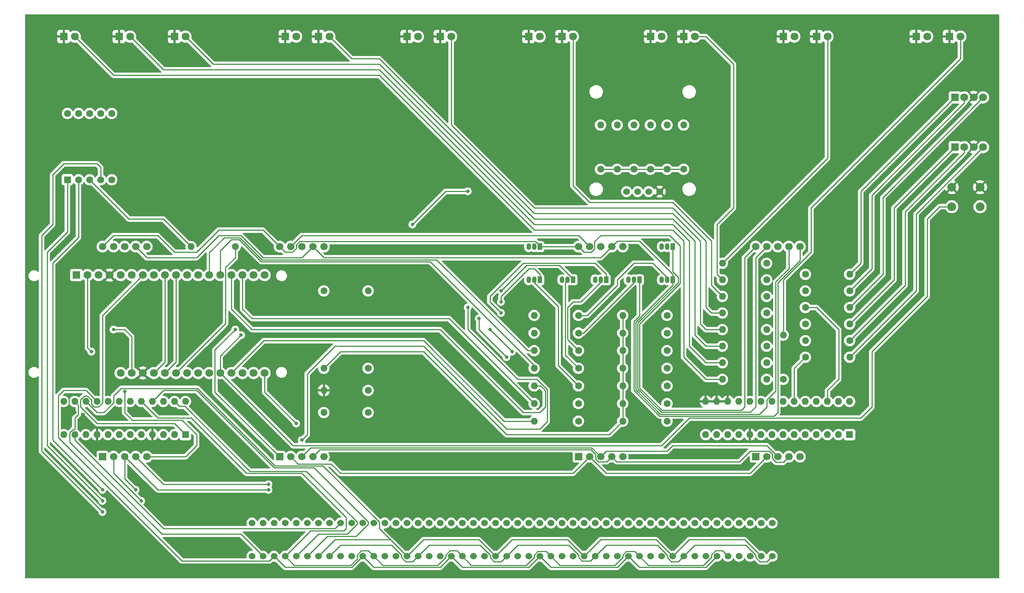
<source format=gtl>
%TF.GenerationSoftware,KiCad,Pcbnew,7.0.9*%
%TF.CreationDate,2023-12-15T21:18:20+02:00*%
%TF.ProjectId,loadshedding,6c6f6164-7368-4656-9464-696e672e6b69,1*%
%TF.SameCoordinates,Original*%
%TF.FileFunction,Copper,L1,Top*%
%TF.FilePolarity,Positive*%
%FSLAX46Y46*%
G04 Gerber Fmt 4.6, Leading zero omitted, Abs format (unit mm)*
G04 Created by KiCad (PCBNEW 7.0.9) date 2023-12-15 21:18:20*
%MOMM*%
%LPD*%
G01*
G04 APERTURE LIST*
%TA.AperFunction,ComponentPad*%
%ADD10R,1.800000X1.800000*%
%TD*%
%TA.AperFunction,ComponentPad*%
%ADD11C,1.800000*%
%TD*%
%TA.AperFunction,ComponentPad*%
%ADD12C,1.524000*%
%TD*%
%TA.AperFunction,ComponentPad*%
%ADD13R,1.700000X1.700000*%
%TD*%
%TA.AperFunction,ComponentPad*%
%ADD14C,1.700000*%
%TD*%
%TA.AperFunction,ComponentPad*%
%ADD15R,1.600000X1.600000*%
%TD*%
%TA.AperFunction,ComponentPad*%
%ADD16C,1.600000*%
%TD*%
%TA.AperFunction,ComponentPad*%
%ADD17C,2.000000*%
%TD*%
%TA.AperFunction,ComponentPad*%
%ADD18O,1.600000X1.600000*%
%TD*%
%TA.AperFunction,ComponentPad*%
%ADD19R,1.050000X1.500000*%
%TD*%
%TA.AperFunction,ComponentPad*%
%ADD20O,1.050000X1.500000*%
%TD*%
%TA.AperFunction,ViaPad*%
%ADD21C,0.800000*%
%TD*%
%TA.AperFunction,Conductor*%
%ADD22C,0.250000*%
%TD*%
G04 APERTURE END LIST*
D10*
%TO.P,Red1,1,K*%
%TO.N,/GND*%
X148590000Y-93980000D03*
D11*
%TO.P,Red1,2,A*%
%TO.N,Net-(Red1-A)*%
X151130000Y-93980000D03*
%TD*%
D12*
%TO.P,BarGraph1,1*%
%TO.N,/Bar1*%
X140970000Y-213360000D03*
%TO.P,BarGraph1,2*%
%TO.N,/Bar2*%
X143510000Y-213360000D03*
%TO.P,BarGraph1,3*%
%TO.N,/Bar3*%
X146050000Y-213360000D03*
%TO.P,BarGraph1,4*%
%TO.N,/Bar4*%
X148590000Y-213360000D03*
%TO.P,BarGraph1,5*%
%TO.N,/Bar5*%
X151130000Y-213360000D03*
%TO.P,BarGraph1,6*%
%TO.N,/Bar6*%
X153670000Y-213360000D03*
%TO.P,BarGraph1,7*%
%TO.N,/Bar7*%
X156210000Y-213360000D03*
%TO.P,BarGraph1,8*%
%TO.N,/Bar8*%
X158750000Y-213360000D03*
%TO.P,BarGraph1,9*%
%TO.N,/Bank1*%
X158750000Y-205740000D03*
%TO.P,BarGraph1,10*%
X156210000Y-205740000D03*
%TO.P,BarGraph1,11*%
X153670000Y-205740000D03*
%TO.P,BarGraph1,12*%
X151130000Y-205740000D03*
%TO.P,BarGraph1,13*%
X148590000Y-205740000D03*
%TO.P,BarGraph1,14*%
X146050000Y-205740000D03*
%TO.P,BarGraph1,15*%
X143510000Y-205740000D03*
%TO.P,BarGraph1,16*%
X140970000Y-205740000D03*
%TD*%
D10*
%TO.P,Red4,1,K*%
%TO.N,/GND*%
X232410000Y-93980000D03*
D11*
%TO.P,Red4,2,A*%
%TO.N,Net-(Red4-A)*%
X234950000Y-93980000D03*
%TD*%
D13*
%TO.P,CountdownSSD1,1,CC*%
%TO.N,/H T*%
X106680000Y-190500000D03*
D14*
%TO.P,CountdownSSD1,2,E*%
%TO.N,/E*%
X109220000Y-190500000D03*
%TO.P,CountdownSSD1,3,D*%
%TO.N,/D*%
X111760000Y-190500000D03*
%TO.P,CountdownSSD1,4,C*%
%TO.N,/C*%
X114300000Y-190500000D03*
%TO.P,CountdownSSD1,5,CC*%
%TO.N,/H T*%
X116840000Y-190500000D03*
%TO.P,CountdownSSD1,6,B*%
%TO.N,/B*%
X116840000Y-142240000D03*
%TO.P,CountdownSSD1,7,A*%
%TO.N,/A*%
X114300000Y-142240000D03*
%TO.P,CountdownSSD1,8,DP*%
%TO.N,unconnected-(CountdownSSD1-DP-Pad8)*%
X111760000Y-142240000D03*
%TO.P,CountdownSSD1,9,F*%
%TO.N,/F*%
X109220000Y-142240000D03*
%TO.P,CountdownSSD1,10,G*%
%TO.N,/G*%
X106680000Y-142240000D03*
%TD*%
D10*
%TO.P,statusLED2,1,GA*%
%TO.N,Net-(statusLED2-GA)*%
X302260000Y-107950000D03*
D11*
%TO.P,statusLED2,2,BA*%
%TO.N,Net-(statusLED2-BA)*%
X304419000Y-107950000D03*
%TO.P,statusLED2,3,K*%
%TO.N,/GND*%
X306578000Y-107950000D03*
%TO.P,statusLED2,4,RA*%
%TO.N,Net-(statusLED2-RA)*%
X308737000Y-107950000D03*
%TD*%
D12*
%TO.P,BarGraph4,1*%
%TO.N,/Bar1*%
X201930000Y-213360000D03*
%TO.P,BarGraph4,2*%
%TO.N,/Bar2*%
X204470000Y-213360000D03*
%TO.P,BarGraph4,3*%
%TO.N,/Bar3*%
X207010000Y-213360000D03*
%TO.P,BarGraph4,4*%
%TO.N,/Bar4*%
X209550000Y-213360000D03*
%TO.P,BarGraph4,5*%
%TO.N,/Bar5*%
X212090000Y-213360000D03*
%TO.P,BarGraph4,6*%
%TO.N,/Bar6*%
X214630000Y-213360000D03*
%TO.P,BarGraph4,7*%
%TO.N,/Bar7*%
X217170000Y-213360000D03*
%TO.P,BarGraph4,8*%
%TO.N,/Bar8*%
X219710000Y-213360000D03*
%TO.P,BarGraph4,9*%
%TO.N,/Bank4*%
X219710000Y-205740000D03*
%TO.P,BarGraph4,10*%
X217170000Y-205740000D03*
%TO.P,BarGraph4,11*%
X214630000Y-205740000D03*
%TO.P,BarGraph4,12*%
X212090000Y-205740000D03*
%TO.P,BarGraph4,13*%
X209550000Y-205740000D03*
%TO.P,BarGraph4,14*%
X207010000Y-205740000D03*
%TO.P,BarGraph4,15*%
X204470000Y-205740000D03*
%TO.P,BarGraph4,16*%
X201930000Y-205740000D03*
%TD*%
D10*
%TO.P,Green3,1,K*%
%TO.N,/GND*%
X123190000Y-93980000D03*
D11*
%TO.P,Green3,2,A*%
%TO.N,Net-(Green3-A)*%
X125730000Y-93980000D03*
%TD*%
D12*
%TO.P,OLED1,1,GND*%
%TO.N,/GND*%
X234562000Y-129596000D03*
%TO.P,OLED1,2,VCC*%
%TO.N,/3.3V*%
X232022000Y-129596000D03*
%TO.P,OLED1,3,SCL*%
%TO.N,/SCL*%
X229482000Y-129596000D03*
%TO.P,OLED1,4,SDA*%
%TO.N,/SDA*%
X226942000Y-129596000D03*
%TD*%
D10*
%TO.P,Green4,1,K*%
%TO.N,/GND*%
X156210000Y-93980000D03*
D11*
%TO.P,Green4,2,A*%
%TO.N,Net-(Green4-A)*%
X158750000Y-93980000D03*
%TD*%
D10*
%TO.P,Red2,1,K*%
%TO.N,/GND*%
X176530000Y-93980000D03*
D11*
%TO.P,Red2,2,A*%
%TO.N,Net-(Red2-A)*%
X179070000Y-93980000D03*
%TD*%
D15*
%TO.P,StageSSD1,1,E*%
%TO.N,/E*%
X98655332Y-126877500D03*
D16*
%TO.P,StageSSD1,2,D*%
%TO.N,/D*%
X101195332Y-126877500D03*
%TO.P,StageSSD1,3,CC*%
%TO.N,Net-(R_stage1-Pad2)*%
X103735332Y-126877500D03*
%TO.P,StageSSD1,4,C*%
%TO.N,/C*%
X106275332Y-126877500D03*
%TO.P,StageSSD1,5,DP*%
%TO.N,unconnected-(StageSSD1-DP-Pad5)*%
X108815332Y-126877500D03*
%TO.P,StageSSD1,6,B*%
%TO.N,/B*%
X108815332Y-111637500D03*
%TO.P,StageSSD1,7,A*%
%TO.N,/A*%
X106275332Y-111637500D03*
%TO.P,StageSSD1,8,CC*%
%TO.N,Net-(R_stage1-Pad2)*%
X103735332Y-111637500D03*
%TO.P,StageSSD1,9,F*%
%TO.N,/F*%
X101195332Y-111637500D03*
%TO.P,StageSSD1,10,G*%
%TO.N,/G*%
X98655332Y-111637500D03*
%TD*%
D17*
%TO.P,ResetSwitch1,1,1*%
%TO.N,/GND*%
X301550000Y-128560000D03*
X308050000Y-128560000D03*
%TO.P,ResetSwitch1,2,2*%
%TO.N,/Reset*%
X301550000Y-133060000D03*
X308050000Y-133060000D03*
%TD*%
D12*
%TO.P,BarGraph5,1*%
%TO.N,/Bar1*%
X222250000Y-213360000D03*
%TO.P,BarGraph5,2*%
%TO.N,/Bar2*%
X224790000Y-213360000D03*
%TO.P,BarGraph5,3*%
%TO.N,/Bar3*%
X227330000Y-213360000D03*
%TO.P,BarGraph5,4*%
%TO.N,/Bar4*%
X229870000Y-213360000D03*
%TO.P,BarGraph5,5*%
%TO.N,/Bar5*%
X232410000Y-213360000D03*
%TO.P,BarGraph5,6*%
%TO.N,/Bar6*%
X234950000Y-213360000D03*
%TO.P,BarGraph5,7*%
%TO.N,/Bar7*%
X237490000Y-213360000D03*
%TO.P,BarGraph5,8*%
%TO.N,/Bar8*%
X240030000Y-213360000D03*
%TO.P,BarGraph5,9*%
%TO.N,/Bank5*%
X240030000Y-205740000D03*
%TO.P,BarGraph5,10*%
X237490000Y-205740000D03*
%TO.P,BarGraph5,11*%
X234950000Y-205740000D03*
%TO.P,BarGraph5,12*%
X232410000Y-205740000D03*
%TO.P,BarGraph5,13*%
X229870000Y-205740000D03*
%TO.P,BarGraph5,14*%
X227330000Y-205740000D03*
%TO.P,BarGraph5,15*%
X224790000Y-205740000D03*
%TO.P,BarGraph5,16*%
X222250000Y-205740000D03*
%TD*%
D13*
%TO.P,CountdownSSD4,1,CC*%
%TO.N,/M U*%
X256540000Y-190500000D03*
D14*
%TO.P,CountdownSSD4,2,E*%
%TO.N,/E*%
X259080000Y-190500000D03*
%TO.P,CountdownSSD4,3,D*%
%TO.N,/D*%
X261620000Y-190500000D03*
%TO.P,CountdownSSD4,4,C*%
%TO.N,/C*%
X264160000Y-190500000D03*
%TO.P,CountdownSSD4,5,CC*%
%TO.N,/M U*%
X266700000Y-190500000D03*
%TO.P,CountdownSSD4,6,B*%
%TO.N,/B*%
X266700000Y-142240000D03*
%TO.P,CountdownSSD4,7,A*%
%TO.N,/A*%
X264160000Y-142240000D03*
%TO.P,CountdownSSD4,8,DP*%
%TO.N,unconnected-(CountdownSSD4-DP-Pad8)*%
X261620000Y-142240000D03*
%TO.P,CountdownSSD4,9,F*%
%TO.N,/F*%
X259080000Y-142240000D03*
%TO.P,CountdownSSD4,10,G*%
%TO.N,/G*%
X256540000Y-142240000D03*
%TD*%
D13*
%TO.P,CountdownSSD2,1,CC*%
%TO.N,/H U*%
X147320000Y-190500000D03*
D14*
%TO.P,CountdownSSD2,2,E*%
%TO.N,/E*%
X149860000Y-190500000D03*
%TO.P,CountdownSSD2,3,D*%
%TO.N,/D*%
X152400000Y-190500000D03*
%TO.P,CountdownSSD2,4,C*%
%TO.N,/C*%
X154940000Y-190500000D03*
%TO.P,CountdownSSD2,5,CC*%
%TO.N,/H U*%
X157480000Y-190500000D03*
%TO.P,CountdownSSD2,6,B*%
%TO.N,/B*%
X157480000Y-142240000D03*
%TO.P,CountdownSSD2,7,A*%
%TO.N,/A*%
X154940000Y-142240000D03*
%TO.P,CountdownSSD2,8,DP*%
%TO.N,unconnected-(CountdownSSD2-DP-Pad8)*%
X152400000Y-142240000D03*
%TO.P,CountdownSSD2,9,F*%
%TO.N,/F*%
X149860000Y-142240000D03*
%TO.P,CountdownSSD2,10,G*%
%TO.N,/G*%
X147320000Y-142240000D03*
%TD*%
D10*
%TO.P,statusLED1,1,GA*%
%TO.N,Net-(statusLED1-GA)*%
X302260000Y-119380000D03*
D11*
%TO.P,statusLED1,2,BA*%
%TO.N,Net-(statusLED1-BA)*%
X304419000Y-119380000D03*
%TO.P,statusLED1,3,K*%
%TO.N,/GND*%
X306578000Y-119380000D03*
%TO.P,statusLED1,4,RA*%
%TO.N,Net-(statusLED1-RA)*%
X308737000Y-119380000D03*
%TD*%
D10*
%TO.P,Red3,1,K*%
%TO.N,/GND*%
X204470000Y-93980000D03*
D11*
%TO.P,Red3,2,A*%
%TO.N,Net-(Red3-A)*%
X207010000Y-93980000D03*
%TD*%
D10*
%TO.P,Green9,1,K*%
%TO.N,/GND*%
X300990000Y-93980000D03*
D11*
%TO.P,Green9,2,A*%
%TO.N,Net-(Green9-A)*%
X303530000Y-93980000D03*
%TD*%
D10*
%TO.P,Green1,1,K*%
%TO.N,/GND*%
X97790000Y-93980000D03*
D11*
%TO.P,Green1,2,A*%
%TO.N,Net-(Green1-A)*%
X100330000Y-93980000D03*
%TD*%
D10*
%TO.P,Red5,1,K*%
%TO.N,/GND*%
X262890000Y-93980000D03*
D11*
%TO.P,Red5,2,A*%
%TO.N,Net-(Red5-A)*%
X265430000Y-93980000D03*
%TD*%
D10*
%TO.P,Green6,1,K*%
%TO.N,/GND*%
X212090000Y-93980000D03*
D11*
%TO.P,Green6,2,A*%
%TO.N,Net-(Green6-A)*%
X214630000Y-93980000D03*
%TD*%
D10*
%TO.P,Red6,1,K*%
%TO.N,/GND*%
X293370000Y-93980000D03*
D11*
%TO.P,Red6,2,A*%
%TO.N,Net-(Red6-A)*%
X295910000Y-93980000D03*
%TD*%
D10*
%TO.P,Green8,1,K*%
%TO.N,/GND*%
X270510000Y-93980000D03*
D11*
%TO.P,Green8,2,A*%
%TO.N,Net-(Green8-A)*%
X273050000Y-93980000D03*
%TD*%
D10*
%TO.P,Green2,1,K*%
%TO.N,/GND*%
X110490000Y-93980000D03*
D11*
%TO.P,Green2,2,A*%
%TO.N,Net-(Green2-A)*%
X113030000Y-93980000D03*
%TD*%
D12*
%TO.P,BarGraph6,1*%
%TO.N,/Bar1*%
X242570000Y-213360000D03*
%TO.P,BarGraph6,2*%
%TO.N,/Bar2*%
X245110000Y-213360000D03*
%TO.P,BarGraph6,3*%
%TO.N,/Bar3*%
X247650000Y-213360000D03*
%TO.P,BarGraph6,4*%
%TO.N,/Bar4*%
X250190000Y-213360000D03*
%TO.P,BarGraph6,5*%
%TO.N,/Bar5*%
X252730000Y-213360000D03*
%TO.P,BarGraph6,6*%
%TO.N,/Bar6*%
X255270000Y-213360000D03*
%TO.P,BarGraph6,7*%
%TO.N,/Bar7*%
X257810000Y-213360000D03*
%TO.P,BarGraph6,8*%
%TO.N,/Bar8*%
X260350000Y-213360000D03*
%TO.P,BarGraph6,9*%
%TO.N,/Bank6*%
X260350000Y-205740000D03*
%TO.P,BarGraph6,10*%
X257810000Y-205740000D03*
%TO.P,BarGraph6,11*%
X255270000Y-205740000D03*
%TO.P,BarGraph6,12*%
X252730000Y-205740000D03*
%TO.P,BarGraph6,13*%
X250190000Y-205740000D03*
%TO.P,BarGraph6,14*%
X247650000Y-205740000D03*
%TO.P,BarGraph6,15*%
X245110000Y-205740000D03*
%TO.P,BarGraph6,16*%
X242570000Y-205740000D03*
%TD*%
%TO.P,BarGraph2,1*%
%TO.N,/Bar1*%
X161290000Y-213360000D03*
%TO.P,BarGraph2,2*%
%TO.N,/Bar2*%
X163830000Y-213360000D03*
%TO.P,BarGraph2,3*%
%TO.N,/Bar3*%
X166370000Y-213360000D03*
%TO.P,BarGraph2,4*%
%TO.N,/Bar4*%
X168910000Y-213360000D03*
%TO.P,BarGraph2,5*%
%TO.N,/Bar5*%
X171450000Y-213360000D03*
%TO.P,BarGraph2,6*%
%TO.N,/Bar6*%
X173990000Y-213360000D03*
%TO.P,BarGraph2,7*%
%TO.N,/Bar7*%
X176530000Y-213360000D03*
%TO.P,BarGraph2,8*%
%TO.N,/Bar8*%
X179070000Y-213360000D03*
%TO.P,BarGraph2,9*%
%TO.N,/Bank2*%
X179070000Y-205740000D03*
%TO.P,BarGraph2,10*%
X176530000Y-205740000D03*
%TO.P,BarGraph2,11*%
X173990000Y-205740000D03*
%TO.P,BarGraph2,12*%
X171450000Y-205740000D03*
%TO.P,BarGraph2,13*%
X168910000Y-205740000D03*
%TO.P,BarGraph2,14*%
X166370000Y-205740000D03*
%TO.P,BarGraph2,15*%
X163830000Y-205740000D03*
%TO.P,BarGraph2,16*%
X161290000Y-205740000D03*
%TD*%
%TO.P,BarGraph3,1*%
%TO.N,/Bar1*%
X181610000Y-213360000D03*
%TO.P,BarGraph3,2*%
%TO.N,/Bar2*%
X184150000Y-213360000D03*
%TO.P,BarGraph3,3*%
%TO.N,/Bar3*%
X186690000Y-213360000D03*
%TO.P,BarGraph3,4*%
%TO.N,/Bar4*%
X189230000Y-213360000D03*
%TO.P,BarGraph3,5*%
%TO.N,/Bar5*%
X191770000Y-213360000D03*
%TO.P,BarGraph3,6*%
%TO.N,/Bar6*%
X194310000Y-213360000D03*
%TO.P,BarGraph3,7*%
%TO.N,/Bar7*%
X196850000Y-213360000D03*
%TO.P,BarGraph3,8*%
%TO.N,/Bar8*%
X199390000Y-213360000D03*
%TO.P,BarGraph3,9*%
%TO.N,/Bank3*%
X199390000Y-205740000D03*
%TO.P,BarGraph3,10*%
X196850000Y-205740000D03*
%TO.P,BarGraph3,11*%
X194310000Y-205740000D03*
%TO.P,BarGraph3,12*%
X191770000Y-205740000D03*
%TO.P,BarGraph3,13*%
X189230000Y-205740000D03*
%TO.P,BarGraph3,14*%
X186690000Y-205740000D03*
%TO.P,BarGraph3,15*%
X184150000Y-205740000D03*
%TO.P,BarGraph3,16*%
X181610000Y-205740000D03*
%TD*%
D13*
%TO.P,CountdownSSD3,1,CC*%
%TO.N,/M T*%
X215900000Y-190500000D03*
D14*
%TO.P,CountdownSSD3,2,E*%
%TO.N,/E*%
X218440000Y-190500000D03*
%TO.P,CountdownSSD3,3,D*%
%TO.N,/D*%
X220980000Y-190500000D03*
%TO.P,CountdownSSD3,4,C*%
%TO.N,/C*%
X223520000Y-190500000D03*
%TO.P,CountdownSSD3,5,CC*%
%TO.N,/M T*%
X226060000Y-190500000D03*
%TO.P,CountdownSSD3,6,B*%
%TO.N,/B*%
X226060000Y-142240000D03*
%TO.P,CountdownSSD3,7,A*%
%TO.N,/A*%
X223520000Y-142240000D03*
%TO.P,CountdownSSD3,8,DP*%
%TO.N,unconnected-(CountdownSSD3-DP-Pad8)*%
X220980000Y-142240000D03*
%TO.P,CountdownSSD3,9,F*%
%TO.N,/F*%
X218440000Y-142240000D03*
%TO.P,CountdownSSD3,10,G*%
%TO.N,/G*%
X215900000Y-142240000D03*
%TD*%
D10*
%TO.P,Green7,1,K*%
%TO.N,/GND*%
X240030000Y-93980000D03*
D11*
%TO.P,Green7,2,A*%
%TO.N,Net-(Green7-A)*%
X242570000Y-93980000D03*
%TD*%
D10*
%TO.P,Green5,1,K*%
%TO.N,/GND*%
X184150000Y-93980000D03*
D11*
%TO.P,Green5,2,A*%
%TO.N,Net-(Green5-A)*%
X186690000Y-93980000D03*
%TD*%
D16*
%TO.P,R_stage,1*%
%TO.N,/Stage*%
X137160000Y-142240000D03*
D18*
%TO.P,R_stage,2*%
%TO.N,Net-(R_stage1-Pad2)*%
X127000000Y-142240000D03*
%TD*%
D16*
%TO.P,ResetPullup,1*%
%TO.N,/Reset*%
X157480000Y-152400000D03*
D18*
%TO.P,ResetPullup,2*%
%TO.N,/3.3V*%
X167640000Y-152400000D03*
%TD*%
D16*
%TO.P,R_Green8,1*%
%TO.N,Net-(MCP23017-GPB2)*%
X259080000Y-146050000D03*
D18*
%TO.P,R_Green8,2*%
%TO.N,Net-(Green8-A)*%
X248920000Y-146050000D03*
%TD*%
D16*
%TO.P,R_wifiG1,1*%
%TO.N,/wifiGreen*%
X267970000Y-160020000D03*
D18*
%TO.P,R_wifiG1,2*%
%TO.N,Net-(statusLED1-GA)*%
X278130000Y-160020000D03*
%TD*%
D19*
%TO.P,Q3,1,C*%
%TO.N,/C*%
X222250000Y-149860000D03*
D20*
%TO.P,Q3,2,B*%
%TO.N,Net-(Q3-B)*%
X220980000Y-149860000D03*
%TO.P,Q3,3,E*%
%TO.N,/VCC*%
X219710000Y-149860000D03*
%TD*%
D16*
%TO.P,SSD_pullup7,1*%
%TO.N,/SSD G*%
X236220000Y-182330000D03*
D18*
%TO.P,SSD_pullup7,2*%
%TO.N,/VCC*%
X226060000Y-182330000D03*
%TD*%
D16*
%TO.P,R_div2,1*%
%TO.N,/Voltage measurement*%
X167640000Y-175260000D03*
D18*
%TO.P,R_div2,2*%
%TO.N,/GND*%
X157480000Y-175260000D03*
%TD*%
D19*
%TO.P,Q1,1,C*%
%TO.N,/A*%
X237490000Y-149860000D03*
D20*
%TO.P,Q1,2,B*%
%TO.N,Net-(Q1-B)*%
X236220000Y-149860000D03*
%TO.P,Q1,3,E*%
%TO.N,/VCC*%
X234950000Y-149860000D03*
%TD*%
D19*
%TO.P,Q6,1,C*%
%TO.N,/F*%
X237490000Y-142240000D03*
D20*
%TO.P,Q6,2,B*%
%TO.N,Net-(Q6-B)*%
X236220000Y-142240000D03*
%TO.P,Q6,3,E*%
%TO.N,/VCC*%
X234950000Y-142240000D03*
%TD*%
D16*
%TO.P,R_Green4,1*%
%TO.N,Net-(MCP23017-GPB2)*%
X259080000Y-161290000D03*
D18*
%TO.P,R_Green4,2*%
%TO.N,Net-(Green4-A)*%
X248920000Y-161290000D03*
%TD*%
D15*
%TO.P,MCP23017,1,GPB0*%
%TO.N,Net-(MCP23017-GPB0)*%
X278120000Y-185420000D03*
D18*
%TO.P,MCP23017,2,GPB1*%
X275580000Y-185420000D03*
%TO.P,MCP23017,3,GPB2*%
%TO.N,Net-(MCP23017-GPB2)*%
X273040000Y-185420000D03*
%TO.P,MCP23017,4,GPB3*%
X270500000Y-185420000D03*
%TO.P,MCP23017,5,GPB4*%
%TO.N,unconnected-(MCP23017-GPB4-Pad5)*%
X267960000Y-185420000D03*
%TO.P,MCP23017,6,GPB5*%
%TO.N,unconnected-(MCP23017-GPB5-Pad6)*%
X265420000Y-185420000D03*
%TO.P,MCP23017,7,GPB6*%
%TO.N,unconnected-(MCP23017-GPB6-Pad7)*%
X262880000Y-185420000D03*
%TO.P,MCP23017,8,GPB7*%
%TO.N,unconnected-(MCP23017-GPB7-Pad8)*%
X260340000Y-185420000D03*
%TO.P,MCP23017,9,VDD*%
%TO.N,/3.3V*%
X257800000Y-185420000D03*
%TO.P,MCP23017,10,VSS*%
%TO.N,/GND*%
X255260000Y-185420000D03*
%TO.P,MCP23017,11,NC*%
%TO.N,unconnected-(MCP23017-NC-Pad11)*%
X252720000Y-185420000D03*
%TO.P,MCP23017,12,SCK*%
%TO.N,/SCL*%
X250180000Y-185420000D03*
%TO.P,MCP23017,13,SDA*%
%TO.N,/SDA*%
X247640000Y-185420000D03*
%TO.P,MCP23017,14,NC*%
%TO.N,unconnected-(MCP23017-NC-Pad14)*%
X245100000Y-185420000D03*
%TO.P,MCP23017,15,A0*%
%TO.N,/GND*%
X245100000Y-177800000D03*
%TO.P,MCP23017,16,A1*%
X247640000Y-177800000D03*
%TO.P,MCP23017,17,A2*%
X250180000Y-177800000D03*
%TO.P,MCP23017,18,~{RESET}*%
%TO.N,/3.3V*%
X252720000Y-177800000D03*
%TO.P,MCP23017,19,INTB*%
%TO.N,unconnected-(MCP23017-INTB-Pad19)*%
X255260000Y-177800000D03*
%TO.P,MCP23017,20,INTA*%
%TO.N,unconnected-(MCP23017-INTA-Pad20)*%
X257800000Y-177800000D03*
%TO.P,MCP23017,21,GPA0*%
%TO.N,/wifiBlue*%
X260340000Y-177800000D03*
%TO.P,MCP23017,22,GPA1*%
%TO.N,/wifiGreen*%
X262880000Y-177800000D03*
%TO.P,MCP23017,23,GPA2*%
%TO.N,/wifiRed*%
X265420000Y-177800000D03*
%TO.P,MCP23017,24,GPA3*%
%TO.N,/pwrBlue*%
X267960000Y-177800000D03*
%TO.P,MCP23017,25,GPA4*%
%TO.N,/pwrGreen*%
X270500000Y-177800000D03*
%TO.P,MCP23017,26,GPA5*%
%TO.N,/pwrRed*%
X273040000Y-177800000D03*
%TO.P,MCP23017,27,GPA6*%
%TO.N,unconnected-(MCP23017-GPA6-Pad27)*%
X275580000Y-177800000D03*
%TO.P,MCP23017,28,GPA7*%
%TO.N,unconnected-(MCP23017-GPA7-Pad28)*%
X278120000Y-177800000D03*
%TD*%
D16*
%TO.P,SSD_pullup6,1*%
%TO.N,/SSD F*%
X236220000Y-178280000D03*
D18*
%TO.P,SSD_pullup6,2*%
%TO.N,/VCC*%
X226060000Y-178280000D03*
%TD*%
D16*
%TO.P,R_Green2,1*%
%TO.N,Net-(MCP23017-GPB2)*%
X259080000Y-168910000D03*
D18*
%TO.P,R_Green2,2*%
%TO.N,Net-(Green2-A)*%
X248920000Y-168910000D03*
%TD*%
D16*
%TO.P,SSD_pullup3,1*%
%TO.N,/SSD C*%
X236220000Y-166130000D03*
D18*
%TO.P,SSD_pullup3,2*%
%TO.N,/VCC*%
X226060000Y-166130000D03*
%TD*%
D16*
%TO.P,Green,1*%
%TO.N,Net-(MCP23017-GPB2)*%
X262890000Y-172720000D03*
D18*
%TO.P,Green,2*%
%TO.N,Net-(Green9-A)*%
X262890000Y-162560000D03*
%TD*%
D16*
%TO.P,R_Red2,1*%
%TO.N,Net-(MCP23017-GPB0)*%
X224790000Y-124460000D03*
D18*
%TO.P,R_Red2,2*%
%TO.N,Net-(Red2-A)*%
X224790000Y-114300000D03*
%TD*%
D16*
%TO.P,R_Green7,1*%
%TO.N,Net-(MCP23017-GPB2)*%
X259080000Y-149860000D03*
D18*
%TO.P,R_Green7,2*%
%TO.N,Net-(Green7-A)*%
X248920000Y-149860000D03*
%TD*%
D16*
%TO.P,R_SSD6,1*%
%TO.N,Net-(Q6-B)*%
X215900000Y-178280000D03*
D18*
%TO.P,R_SSD6,2*%
%TO.N,/SSD F*%
X205740000Y-178280000D03*
%TD*%
D16*
%TO.P,Base,1*%
%TO.N,Net-(Q1-B)*%
X215900000Y-158030000D03*
D18*
%TO.P,Base,2*%
%TO.N,/SSD A*%
X205740000Y-158030000D03*
%TD*%
D16*
%TO.P,R_wifiB1,1*%
%TO.N,Net-(statusLED1-BA)*%
X278130000Y-163830000D03*
D18*
%TO.P,R_wifiB1,2*%
%TO.N,/wifiBlue*%
X267970000Y-163830000D03*
%TD*%
D16*
%TO.P,R_Green5,1*%
%TO.N,Net-(MCP23017-GPB2)*%
X259080000Y-157480000D03*
D18*
%TO.P,R_Green5,2*%
%TO.N,Net-(Green5-A)*%
X248920000Y-157480000D03*
%TD*%
D16*
%TO.P,R_Red5,1*%
%TO.N,Net-(MCP23017-GPB0)*%
X236220000Y-124460000D03*
D18*
%TO.P,R_Red5,2*%
%TO.N,Net-(Red5-A)*%
X236220000Y-114300000D03*
%TD*%
D16*
%TO.P,R_Red4,1*%
%TO.N,Net-(MCP23017-GPB0)*%
X232410000Y-124460000D03*
D18*
%TO.P,R_Red4,2*%
%TO.N,Net-(Red4-A)*%
X232410000Y-114300000D03*
%TD*%
D16*
%TO.P,R_pwrG1,1*%
%TO.N,/pwrGreen*%
X267970000Y-148590000D03*
D18*
%TO.P,R_pwrG1,2*%
%TO.N,Net-(statusLED2-GA)*%
X278130000Y-148590000D03*
%TD*%
D16*
%TO.P,SSD_pullup4,1*%
%TO.N,/SSD D*%
X236220000Y-170180000D03*
D18*
%TO.P,SSD_pullup4,2*%
%TO.N,/VCC*%
X226060000Y-170180000D03*
%TD*%
D16*
%TO.P,R_pwrB1,1*%
%TO.N,Net-(statusLED2-BA)*%
X278130000Y-152400000D03*
D18*
%TO.P,R_pwrB1,2*%
%TO.N,/pwrBlue*%
X267970000Y-152400000D03*
%TD*%
D15*
%TO.P,MAX7219,1,DIN*%
%TO.N,/Data*%
X125730000Y-185420000D03*
D18*
%TO.P,MAX7219,2,DIG_0*%
%TO.N,/Bank1*%
X123190000Y-185420000D03*
%TO.P,MAX7219,3,DIG_4*%
%TO.N,/Bank5*%
X120650000Y-185420000D03*
%TO.P,MAX7219,4,GND*%
%TO.N,/GND*%
X118110000Y-185420000D03*
%TO.P,MAX7219,5,DIG_6*%
%TO.N,unconnected-(MAX7219-DIG_6-Pad5)*%
X115570000Y-185420000D03*
%TO.P,MAX7219,6,DIG_2*%
%TO.N,/Bank3*%
X113030000Y-185420000D03*
%TO.P,MAX7219,7,DIG_3*%
%TO.N,/Bank4*%
X110490000Y-185420000D03*
%TO.P,MAX7219,8,DIG_7*%
%TO.N,unconnected-(MAX7219-DIG_7-Pad8)*%
X107950000Y-185420000D03*
%TO.P,MAX7219,9,GND*%
%TO.N,/GND*%
X105410000Y-185420000D03*
%TO.P,MAX7219,10,DIG_5*%
%TO.N,/Bank6*%
X102870000Y-185420000D03*
%TO.P,MAX7219,11,DIG_1*%
%TO.N,/Bank2*%
X100330000Y-185420000D03*
%TO.P,MAX7219,12,~{CS}*%
%TO.N,/CS*%
X97790000Y-185420000D03*
%TO.P,MAX7219,13,CLK*%
%TO.N,/CLK*%
X97790000Y-177800000D03*
%TO.P,MAX7219,14,SEG_A*%
%TO.N,/Bar2*%
X100330000Y-177800000D03*
%TO.P,MAX7219,15,SEG_F*%
%TO.N,/Bar7*%
X102870000Y-177800000D03*
%TO.P,MAX7219,16,SEG_B*%
%TO.N,/Bar3*%
X105410000Y-177800000D03*
%TO.P,MAX7219,17,SEG_G*%
%TO.N,/Bar8*%
X107950000Y-177800000D03*
%TO.P,MAX7219,18,ISET*%
%TO.N,Net-(MAX7219-ISET)*%
X110490000Y-177800000D03*
%TO.P,MAX7219,19,V+*%
%TO.N,/3.3V*%
X113030000Y-177800000D03*
%TO.P,MAX7219,20,SEG_C*%
%TO.N,/Bar4*%
X115570000Y-177800000D03*
%TO.P,MAX7219,21,SEG_E*%
%TO.N,/Bar6*%
X118110000Y-177800000D03*
%TO.P,MAX7219,22,SEG_DP*%
%TO.N,/Bar1*%
X120650000Y-177800000D03*
%TO.P,MAX7219,23,SEG_D*%
%TO.N,/Bar5*%
X123190000Y-177800000D03*
%TO.P,MAX7219,24,DOUT*%
%TO.N,unconnected-(MAX7219-DOUT-Pad24)*%
X125730000Y-177800000D03*
%TD*%
D16*
%TO.P,R_Red1,1*%
%TO.N,Net-(MCP23017-GPB0)*%
X220980000Y-124460000D03*
D18*
%TO.P,R_Red1,2*%
%TO.N,Net-(Red1-A)*%
X220980000Y-114300000D03*
%TD*%
D16*
%TO.P,R_Green6,1*%
%TO.N,Net-(MCP23017-GPB2)*%
X259080000Y-153670000D03*
D18*
%TO.P,R_Green6,2*%
%TO.N,Net-(Green6-A)*%
X248920000Y-153670000D03*
%TD*%
D16*
%TO.P,SSD_pullup2,1*%
%TO.N,/SSD B*%
X236220000Y-162080000D03*
D18*
%TO.P,SSD_pullup2,2*%
%TO.N,/VCC*%
X226060000Y-162080000D03*
%TD*%
D16*
%TO.P,Pullup,1*%
%TO.N,/SSD A*%
X236220000Y-158030000D03*
D18*
%TO.P,Pullup,2*%
%TO.N,/VCC*%
X226060000Y-158030000D03*
%TD*%
D16*
%TO.P,R_Green1,1*%
%TO.N,Net-(MCP23017-GPB2)*%
X259080000Y-172720000D03*
D18*
%TO.P,R_Green1,2*%
%TO.N,Net-(Green1-A)*%
X248920000Y-172720000D03*
%TD*%
D10*
%TO.P,Firebeetle2,1,RESET*%
%TO.N,unconnected-(Firebeetle2-RESET-Pad1)*%
X100700000Y-148770000D03*
D11*
%TO.P,Firebeetle2,2,3.3V*%
%TO.N,/3.3V*%
X103240000Y-148770000D03*
%TO.P,Firebeetle2,3,NC*%
%TO.N,unconnected-(Firebeetle2-NC-Pad3)*%
X105780000Y-148770000D03*
%TO.P,Firebeetle2,4,GND*%
%TO.N,/GND*%
X108320000Y-148770000D03*
%TO.P,Firebeetle2,5,EN*%
%TO.N,unconnected-(Firebeetle2-EN-Pad5)*%
X110860000Y-148770000D03*
%TO.P,Firebeetle2,6,SCK*%
%TO.N,/CLK*%
X113400000Y-148770000D03*
%TO.P,Firebeetle2,7,MOSI*%
%TO.N,/Data*%
X115940000Y-148770000D03*
%TO.P,Firebeetle2,8,MISO*%
%TO.N,/CS*%
X118480000Y-148770000D03*
%TO.P,Firebeetle2,9,SCL*%
%TO.N,/SCL*%
X121020000Y-148770000D03*
%TO.P,Firebeetle2,10,SDA*%
%TO.N,/SDA*%
X123560000Y-148770000D03*
%TO.P,Firebeetle2,11,D9*%
%TO.N,/H T*%
X126100000Y-148770000D03*
%TO.P,Firebeetle2,12,D7*%
%TO.N,/SSD B*%
X128640000Y-148770000D03*
%TO.P,Firebeetle2,13,D6*%
%TO.N,/SSD C*%
X131180000Y-148770000D03*
%TO.P,Firebeetle2,14,D5*%
%TO.N,/SSD D*%
X133720000Y-148770000D03*
%TO.P,Firebeetle2,15,D3*%
%TO.N,/SSD E*%
X136260000Y-148770000D03*
%TO.P,Firebeetle2,16,D2*%
%TO.N,/SSD F*%
X138800000Y-148770000D03*
%TO.P,Firebeetle2,17,TX*%
%TO.N,unconnected-(Firebeetle2-TX-Pad17)*%
X141340000Y-148770000D03*
%TO.P,Firebeetle2,18,RX*%
%TO.N,/H U*%
X143880000Y-148770000D03*
%TO.P,Firebeetle2,19,D10*%
%TO.N,/M U*%
X143880000Y-171270000D03*
%TO.P,Firebeetle2,20,D11*%
%TO.N,/M T*%
X141340000Y-171270000D03*
%TO.P,Firebeetle2,21,D12*%
%TO.N,/SSD A*%
X138800000Y-171270000D03*
%TO.P,Firebeetle2,22,D13*%
%TO.N,/SSD G*%
X136260000Y-171270000D03*
%TO.P,Firebeetle2,23,A0*%
%TO.N,/Reset*%
X133720000Y-171270000D03*
%TO.P,Firebeetle2,24,A1*%
%TO.N,unconnected-(Firebeetle2-A1-Pad24)*%
X131180000Y-171270000D03*
%TO.P,Firebeetle2,25,A2*%
%TO.N,unconnected-(Firebeetle2-A2-Pad25)*%
X128640000Y-171270000D03*
%TO.P,Firebeetle2,26,A3*%
%TO.N,/Voltage measurement*%
X126100000Y-171270000D03*
%TO.P,Firebeetle2,27,A4*%
%TO.N,/Stage*%
X123560000Y-171270000D03*
%TO.P,Firebeetle2,28,SDA*%
%TO.N,/SDA*%
X121020000Y-171270000D03*
%TO.P,Firebeetle2,29,SCL*%
%TO.N,/SCL*%
X118480000Y-171270000D03*
%TO.P,Firebeetle2,30,GND*%
%TO.N,/GND*%
X115940000Y-171270000D03*
%TO.P,Firebeetle2,31,3.3V*%
%TO.N,/3.3V*%
X113400000Y-171270000D03*
%TO.P,Firebeetle2,32,VCC*%
%TO.N,/VCC*%
X110860000Y-171270000D03*
%TD*%
D16*
%TO.P,R_SSD4,1*%
%TO.N,Net-(Q4-B)*%
X215900000Y-170180000D03*
D18*
%TO.P,R_SSD4,2*%
%TO.N,/SSD D*%
X205740000Y-170180000D03*
%TD*%
D16*
%TO.P,R_div1,1*%
%TO.N,/Voltage measurement*%
X167640000Y-170180000D03*
D18*
%TO.P,R_div1,2*%
%TO.N,/VCC*%
X157480000Y-170180000D03*
%TD*%
D16*
%TO.P,R_Red3,1*%
%TO.N,Net-(MCP23017-GPB0)*%
X228600000Y-124460000D03*
D18*
%TO.P,R_Red3,2*%
%TO.N,Net-(Red3-A)*%
X228600000Y-114300000D03*
%TD*%
D16*
%TO.P,R_SSD5,1*%
%TO.N,Net-(Q5-B)*%
X215900000Y-174230000D03*
D18*
%TO.P,R_SSD5,2*%
%TO.N,/SSD E*%
X205740000Y-174230000D03*
%TD*%
D19*
%TO.P,Q5,1,C*%
%TO.N,/E*%
X207010000Y-149860000D03*
D20*
%TO.P,Q5,2,B*%
%TO.N,Net-(Q5-B)*%
X205740000Y-149860000D03*
%TO.P,Q5,3,E*%
%TO.N,/VCC*%
X204470000Y-149860000D03*
%TD*%
D19*
%TO.P,Q7,1,C*%
%TO.N,/G*%
X207010000Y-142240000D03*
D20*
%TO.P,Q7,2,B*%
%TO.N,Net-(Q7-B)*%
X205740000Y-142240000D03*
%TO.P,Q7,3,E*%
%TO.N,/VCC*%
X204470000Y-142240000D03*
%TD*%
D16*
%TO.P,R_Green3,1*%
%TO.N,Net-(MCP23017-GPB2)*%
X259080000Y-165100000D03*
D18*
%TO.P,R_Green3,2*%
%TO.N,Net-(Green3-A)*%
X248920000Y-165100000D03*
%TD*%
D16*
%TO.P,R_bar,1*%
%TO.N,Net-(MAX7219-ISET)*%
X167640000Y-180340000D03*
D18*
%TO.P,R_bar,2*%
%TO.N,/3.3V*%
X157480000Y-180340000D03*
%TD*%
D19*
%TO.P,Q4,1,C*%
%TO.N,/D*%
X214630000Y-149860000D03*
D20*
%TO.P,Q4,2,B*%
%TO.N,Net-(Q4-B)*%
X213360000Y-149860000D03*
%TO.P,Q4,3,E*%
%TO.N,/VCC*%
X212090000Y-149860000D03*
%TD*%
D19*
%TO.P,Q2,1,C*%
%TO.N,/B*%
X229870000Y-149860000D03*
D20*
%TO.P,Q2,2,B*%
%TO.N,Net-(Q2-B)*%
X228600000Y-149860000D03*
%TO.P,Q2,3,E*%
%TO.N,/VCC*%
X227330000Y-149860000D03*
%TD*%
D16*
%TO.P,R_SSD2,1*%
%TO.N,Net-(Q2-B)*%
X215900000Y-162080000D03*
D18*
%TO.P,R_SSD2,2*%
%TO.N,/SSD B*%
X205740000Y-162080000D03*
%TD*%
D16*
%TO.P,R_pwrR1,1*%
%TO.N,/pwrRed*%
X267970000Y-156210000D03*
D18*
%TO.P,R_pwrR1,2*%
%TO.N,Net-(statusLED2-RA)*%
X278130000Y-156210000D03*
%TD*%
D16*
%TO.P,R_SSD3,1*%
%TO.N,Net-(Q3-B)*%
X215900000Y-166130000D03*
D18*
%TO.P,R_SSD3,2*%
%TO.N,/SSD C*%
X205740000Y-166130000D03*
%TD*%
D16*
%TO.P,SSD_pullup5,1*%
%TO.N,/SSD E*%
X236220000Y-174230000D03*
D18*
%TO.P,SSD_pullup5,2*%
%TO.N,/VCC*%
X226060000Y-174230000D03*
%TD*%
D16*
%TO.P,R_SSD7,1*%
%TO.N,Net-(Q7-B)*%
X215900000Y-182330000D03*
D18*
%TO.P,R_SSD7,2*%
%TO.N,/SSD G*%
X205740000Y-182330000D03*
%TD*%
%TO.P,Red,2*%
%TO.N,Net-(Red6-A)*%
X240030000Y-114300000D03*
D16*
%TO.P,Red,1*%
%TO.N,Net-(MCP23017-GPB0)*%
X240030000Y-124460000D03*
%TD*%
%TO.P,R_wifiR1,1*%
%TO.N,/wifiRed*%
X267970000Y-167640000D03*
D18*
%TO.P,R_wifiR1,2*%
%TO.N,Net-(statusLED1-RA)*%
X278130000Y-167640000D03*
%TD*%
D21*
%TO.N,/3.3V*%
X109220000Y-161290000D03*
X190500000Y-129540000D03*
X177800000Y-137160000D03*
X104140000Y-166370000D03*
%TO.N,/GND*%
X124460000Y-193040000D03*
X143510000Y-185420000D03*
X107950000Y-173990000D03*
X102324032Y-180818631D03*
X142240000Y-195580000D03*
X99022205Y-176492205D03*
X135890000Y-176530000D03*
X100330000Y-180340000D03*
%TO.N,/H T*%
X111760000Y-175534500D03*
%TO.N,/H U*%
X137160000Y-161290000D03*
%TO.N,/M U*%
X151130000Y-182880000D03*
%TO.N,/Reset*%
X138495500Y-162560000D03*
%TO.N,/E*%
X199390000Y-167640000D03*
X106680000Y-200660000D03*
X115570000Y-200660000D03*
X193040000Y-158750000D03*
X198120000Y-154940000D03*
%TO.N,/D*%
X198120000Y-152400000D03*
X106680000Y-198120000D03*
X152400000Y-186690000D03*
X144780000Y-198120000D03*
X114300000Y-198120000D03*
X190500000Y-156210000D03*
%TO.N,/C*%
X198120000Y-157480000D03*
X106680000Y-203200000D03*
X200660000Y-166370000D03*
X144780000Y-196850000D03*
X195580000Y-161290000D03*
%TD*%
D22*
%TO.N,/3.3V*%
X177800000Y-137160000D02*
X185420000Y-129540000D01*
X103240000Y-148770000D02*
X103240000Y-165470000D01*
X185420000Y-129540000D02*
X190500000Y-129540000D01*
X109220000Y-161290000D02*
X111760000Y-161290000D01*
X111760000Y-161290000D02*
X113400000Y-162930000D01*
X113400000Y-162930000D02*
X113400000Y-171270000D01*
X103240000Y-165470000D02*
X104140000Y-166370000D01*
%TO.N,/GND*%
X99022205Y-179032205D02*
X99022205Y-176492205D01*
X127000000Y-195580000D02*
X124460000Y-193040000D01*
X107950000Y-173990000D02*
X113220000Y-173990000D01*
X105410000Y-185420000D02*
X105410000Y-183904599D01*
X143510000Y-184150000D02*
X143510000Y-185420000D01*
X113220000Y-173990000D02*
X115940000Y-171270000D01*
X100330000Y-180340000D02*
X99022205Y-179032205D01*
X142240000Y-195580000D02*
X127000000Y-195580000D01*
X135890000Y-176530000D02*
X143510000Y-184150000D01*
X105410000Y-183904599D02*
X102324032Y-180818631D01*
%TO.N,/Data*%
X101600000Y-179070000D02*
X101600000Y-177479009D01*
X104140000Y-178433604D02*
X104776396Y-179070000D01*
X125730000Y-185420000D02*
X123190000Y-182880000D01*
X106680000Y-178120991D02*
X106680000Y-158030000D01*
X105730991Y-179070000D02*
X106680000Y-178120991D01*
X106680000Y-158030000D02*
X115940000Y-148770000D01*
X103190991Y-176530000D02*
X104140000Y-177479009D01*
X101600000Y-177479009D02*
X102549009Y-176530000D01*
X104776396Y-179070000D02*
X105730991Y-179070000D01*
X105410000Y-182880000D02*
X101600000Y-179070000D01*
X102549009Y-176530000D02*
X103190991Y-176530000D01*
X104140000Y-177479009D02*
X104140000Y-178433604D01*
X123190000Y-182880000D02*
X105410000Y-182880000D01*
%TO.N,/SCL*%
X121020000Y-168730000D02*
X118480000Y-171270000D01*
X121020000Y-148770000D02*
X121020000Y-168730000D01*
%TO.N,/SDA*%
X121020000Y-171270000D02*
X123560000Y-168730000D01*
X123560000Y-168730000D02*
X123560000Y-148770000D01*
%TO.N,/H T*%
X111760000Y-180340000D02*
X111760000Y-175534500D01*
X125730000Y-190500000D02*
X128270000Y-187960000D01*
X116840000Y-190500000D02*
X125730000Y-190500000D01*
X113480000Y-182060000D02*
X111760000Y-180340000D01*
X128270000Y-185420000D02*
X124910000Y-182060000D01*
X124910000Y-182060000D02*
X113480000Y-182060000D01*
X128270000Y-187960000D02*
X128270000Y-185420000D01*
%TO.N,/SSD C*%
X138243604Y-140150000D02*
X134620000Y-140150000D01*
X143323604Y-145230000D02*
X138243604Y-140150000D01*
X204230000Y-166130000D02*
X183330000Y-145230000D01*
X131180000Y-143590000D02*
X131180000Y-148770000D01*
X205740000Y-166130000D02*
X204230000Y-166130000D01*
X134620000Y-140150000D02*
X131180000Y-143590000D01*
X183330000Y-145230000D02*
X143323604Y-145230000D01*
%TO.N,/SSD D*%
X138057208Y-140600000D02*
X143137208Y-145680000D01*
X143137208Y-145680000D02*
X181875000Y-145680000D01*
X181875000Y-145680000D02*
X205740000Y-169545000D01*
X133720000Y-148770000D02*
X133720000Y-143140000D01*
X136260000Y-140600000D02*
X138057208Y-140600000D01*
X133720000Y-143140000D02*
X136260000Y-140600000D01*
%TO.N,/SSD E*%
X207010000Y-180340000D02*
X208280000Y-179070000D01*
X136260000Y-148770000D02*
X136260000Y-156580000D01*
X208280000Y-179070000D02*
X208280000Y-175260000D01*
X208280000Y-175260000D02*
X207250000Y-174230000D01*
X136260000Y-156580000D02*
X140970000Y-161290000D01*
X203200000Y-180340000D02*
X207010000Y-180340000D01*
X140970000Y-161290000D02*
X184150000Y-161290000D01*
X184150000Y-161290000D02*
X203200000Y-180340000D01*
X207250000Y-174230000D02*
X205740000Y-174230000D01*
%TO.N,/SSD F*%
X186210000Y-158750000D02*
X205740000Y-178280000D01*
X138800000Y-156580000D02*
X140970000Y-158750000D01*
X138800000Y-148770000D02*
X138800000Y-156580000D01*
X140970000Y-158750000D02*
X186210000Y-158750000D01*
%TO.N,/H U*%
X147320000Y-190500000D02*
X132495000Y-175675000D01*
X132495000Y-175675000D02*
X132495000Y-165955000D01*
X132495000Y-165955000D02*
X137160000Y-161290000D01*
%TO.N,/M U*%
X143880000Y-175630000D02*
X143880000Y-171270000D01*
X151130000Y-182880000D02*
X143880000Y-175630000D01*
%TO.N,/SSD G*%
X205740000Y-182330000D02*
X198840000Y-182330000D01*
X180340000Y-163830000D02*
X143700000Y-163830000D01*
X143700000Y-163830000D02*
X136260000Y-171270000D01*
X198840000Y-182330000D02*
X180340000Y-163830000D01*
%TO.N,/Reset*%
X298740000Y-133060000D02*
X301550000Y-133060000D01*
X295910000Y-135890000D02*
X298740000Y-133060000D01*
X295910000Y-153670000D02*
X295910000Y-135890000D01*
X283210000Y-179070000D02*
X283210000Y-166370000D01*
X133720000Y-171270000D02*
X150410000Y-187960000D01*
X150410000Y-187960000D02*
X234950000Y-187960000D01*
X280670000Y-181610000D02*
X283210000Y-179070000D01*
X138495500Y-162560000D02*
X133720000Y-167335500D01*
X133720000Y-167335500D02*
X133720000Y-171270000D01*
X234950000Y-187960000D02*
X241300000Y-181610000D01*
X241300000Y-181610000D02*
X280670000Y-181610000D01*
X283210000Y-166370000D02*
X295910000Y-153670000D01*
%TO.N,/Stage*%
X137160000Y-142240000D02*
X137160000Y-144780000D01*
X134945000Y-159885000D02*
X123560000Y-171270000D01*
X137160000Y-144780000D02*
X134945000Y-146995000D01*
X134945000Y-146995000D02*
X134945000Y-159885000D01*
%TO.N,/VCC*%
X226060000Y-158030000D02*
X226060000Y-182330000D01*
X161290000Y-166370000D02*
X180340000Y-166370000D01*
X180340000Y-166370000D02*
X199390000Y-185420000D01*
X222970000Y-185420000D02*
X226060000Y-182330000D01*
X199390000Y-185420000D02*
X222970000Y-185420000D01*
X157480000Y-170180000D02*
X161290000Y-166370000D01*
%TO.N,/E*%
X222250000Y-194310000D02*
X255270000Y-194310000D01*
X115570000Y-200660000D02*
X109220000Y-194310000D01*
X198120000Y-153670000D02*
X204470000Y-147320000D01*
X214630000Y-194310000D02*
X161290000Y-194310000D01*
X207010000Y-148590000D02*
X207010000Y-149860000D01*
X98655332Y-126877500D02*
X98655332Y-138834668D01*
X218440000Y-190500000D02*
X222250000Y-194310000D01*
X204470000Y-147320000D02*
X205740000Y-147320000D01*
X218440000Y-190500000D02*
X214630000Y-194310000D01*
X98655332Y-138834668D02*
X93980000Y-143510000D01*
X205740000Y-147320000D02*
X207010000Y-148590000D01*
X109220000Y-194310000D02*
X109220000Y-190500000D01*
X198120000Y-154940000D02*
X198120000Y-153670000D01*
X93980000Y-143510000D02*
X93980000Y-187960000D01*
X159120000Y-192140000D02*
X151500000Y-192140000D01*
X161290000Y-194310000D02*
X159120000Y-192140000D01*
X199390000Y-167640000D02*
X193040000Y-161290000D01*
X151500000Y-192140000D02*
X149860000Y-190500000D01*
X93980000Y-187960000D02*
X106680000Y-200660000D01*
X193040000Y-161290000D02*
X193040000Y-158750000D01*
X255270000Y-194310000D02*
X259080000Y-190500000D01*
%TO.N,/D*%
X101195332Y-126877500D02*
X101195332Y-140104668D01*
X111760000Y-190500000D02*
X119380000Y-198120000D01*
X207010000Y-184150000D02*
X199390000Y-184150000D01*
X190500000Y-161290000D02*
X201930000Y-172720000D01*
X261620000Y-190500000D02*
X259080000Y-187960000D01*
X114300000Y-198120000D02*
X111760000Y-195580000D01*
X222250000Y-189230000D02*
X220980000Y-190500000D01*
X204020000Y-146500000D02*
X198120000Y-152400000D01*
X211495000Y-146500000D02*
X204020000Y-146500000D01*
X259080000Y-187960000D02*
X237490000Y-187960000D01*
X201930000Y-172720000D02*
X206376396Y-172720000D01*
X95250000Y-186690000D02*
X106680000Y-198120000D01*
X208730000Y-175073604D02*
X208730000Y-182430000D01*
X180340000Y-165100000D02*
X160020000Y-165100000D01*
X119380000Y-198120000D02*
X144780000Y-198120000D01*
X236220000Y-189230000D02*
X222250000Y-189230000D01*
X218890000Y-188410000D02*
X154490000Y-188410000D01*
X199390000Y-184150000D02*
X180340000Y-165100000D01*
X153670000Y-171450000D02*
X153670000Y-185420000D01*
X220980000Y-190500000D02*
X218890000Y-188410000D01*
X237490000Y-187960000D02*
X236220000Y-189230000D01*
X154490000Y-188410000D02*
X152400000Y-190500000D01*
X214630000Y-149635000D02*
X211495000Y-146500000D01*
X190500000Y-156210000D02*
X190500000Y-161290000D01*
X111760000Y-195580000D02*
X111760000Y-190500000D01*
X208730000Y-182430000D02*
X207010000Y-184150000D01*
X206376396Y-172720000D02*
X208730000Y-175073604D01*
X95250000Y-146050000D02*
X95250000Y-186690000D01*
X153670000Y-185420000D02*
X152400000Y-186690000D01*
X160020000Y-165100000D02*
X153670000Y-171450000D01*
X101195332Y-140104668D02*
X95250000Y-146050000D01*
%TO.N,/C*%
X261228299Y-191770000D02*
X262890000Y-191770000D01*
X262890000Y-191770000D02*
X264160000Y-190500000D01*
X218703604Y-188860000D02*
X219805000Y-189961396D01*
X92710000Y-139700000D02*
X92710000Y-189230000D01*
X154940000Y-190500000D02*
X156580000Y-188860000D01*
X259713604Y-189230000D02*
X260350000Y-189866396D01*
X220493299Y-191675000D02*
X222345000Y-191675000D01*
X219805000Y-190986701D02*
X220493299Y-191675000D01*
X219710000Y-146050000D02*
X222250000Y-148590000D01*
X195580000Y-154940000D02*
X195580000Y-153670000D01*
X144780000Y-196850000D02*
X120650000Y-196850000D01*
X120650000Y-196850000D02*
X114300000Y-190500000D01*
X223520000Y-190500000D02*
X224695000Y-191675000D01*
X252825000Y-191675000D02*
X255270000Y-189230000D01*
X156580000Y-188860000D02*
X218703604Y-188860000D01*
X222250000Y-148590000D02*
X222250000Y-149860000D01*
X222345000Y-191675000D02*
X223520000Y-190500000D01*
X198120000Y-157480000D02*
X195580000Y-154940000D01*
X200660000Y-166370000D02*
X195580000Y-161290000D01*
X92710000Y-189230000D02*
X106680000Y-203200000D01*
X195580000Y-153670000D02*
X203200000Y-146050000D01*
X255270000Y-189230000D02*
X259713604Y-189230000D01*
X97790000Y-123190000D02*
X95250000Y-125730000D01*
X203200000Y-146050000D02*
X219710000Y-146050000D01*
X260350000Y-189866396D02*
X260350000Y-190891701D01*
X224695000Y-191675000D02*
X252825000Y-191675000D01*
X95250000Y-137160000D02*
X92710000Y-139700000D01*
X106275332Y-124055332D02*
X105410000Y-123190000D01*
X95250000Y-125730000D02*
X95250000Y-137160000D01*
X219805000Y-189961396D02*
X219805000Y-190986701D01*
X106275332Y-126877500D02*
X106275332Y-124055332D01*
X105410000Y-123190000D02*
X97790000Y-123190000D01*
X260350000Y-190891701D02*
X261228299Y-191770000D01*
%TO.N,/B*%
X266700000Y-142240000D02*
X266700000Y-145413604D01*
X234500000Y-181160000D02*
X228600000Y-175260000D01*
X261620000Y-180340000D02*
X260800000Y-181160000D01*
X228600000Y-175260000D02*
X228600000Y-159402208D01*
X266700000Y-145413604D02*
X261620000Y-150493604D01*
X261620000Y-150493604D02*
X261620000Y-180340000D01*
X228600000Y-159402208D02*
X229870000Y-158132208D01*
X260800000Y-181160000D02*
X234500000Y-181160000D01*
X229870000Y-158132208D02*
X229870000Y-149860000D01*
%TO.N,/A*%
X224790000Y-140970000D02*
X229870000Y-140970000D01*
X261170000Y-175379009D02*
X261170000Y-150307208D01*
X138430000Y-139700000D02*
X133350000Y-139700000D01*
X261170000Y-150307208D02*
X264160000Y-147317208D01*
X223520000Y-142240000D02*
X224790000Y-140970000D01*
X259080000Y-179070000D02*
X259080000Y-177469009D01*
X229050000Y-159588604D02*
X229050000Y-175073604D01*
X234686396Y-180710000D02*
X257440000Y-180710000D01*
X229870000Y-140970000D02*
X237490000Y-148590000D01*
X157480000Y-144780000D02*
X154940000Y-142240000D01*
X257440000Y-180710000D02*
X259080000Y-179070000D01*
X237490000Y-151148604D02*
X229050000Y-159588604D01*
X152400000Y-144780000D02*
X143510000Y-144780000D01*
X133350000Y-139700000D02*
X128270000Y-144780000D01*
X128270000Y-144780000D02*
X116840000Y-144780000D01*
X220980000Y-144780000D02*
X157480000Y-144780000D01*
X154940000Y-142240000D02*
X152400000Y-144780000D01*
X229050000Y-175073604D02*
X234686396Y-180710000D01*
X259080000Y-177469009D02*
X261170000Y-175379009D01*
X223520000Y-142240000D02*
X220980000Y-144780000D01*
X237490000Y-149860000D02*
X237490000Y-151148604D01*
X116840000Y-144780000D02*
X114300000Y-142240000D01*
X143510000Y-144780000D02*
X138430000Y-139700000D01*
X237490000Y-148590000D02*
X237490000Y-149860000D01*
X264160000Y-147317208D02*
X264160000Y-142240000D01*
%TO.N,/F*%
X237490000Y-147953604D02*
X237490000Y-142240000D01*
X256540000Y-144780000D02*
X256540000Y-179070000D01*
X255350000Y-180260000D02*
X234872792Y-180260000D01*
X152400000Y-139700000D02*
X215900000Y-139700000D01*
X259080000Y-142240000D02*
X256540000Y-144780000D01*
X149860000Y-142240000D02*
X152400000Y-139700000D01*
X229500000Y-159775000D02*
X238760000Y-150515000D01*
X238760000Y-150515000D02*
X238760000Y-149223604D01*
X215900000Y-139700000D02*
X218440000Y-142240000D01*
X238760000Y-149223604D02*
X237490000Y-147953604D01*
X234872792Y-180260000D02*
X229500000Y-174887208D01*
X256540000Y-179070000D02*
X255350000Y-180260000D01*
X229500000Y-174887208D02*
X229500000Y-159775000D01*
%TO.N,/G*%
X229950000Y-174700812D02*
X229950000Y-159961396D01*
X143510000Y-138430000D02*
X133350000Y-138430000D01*
X109220000Y-139700000D02*
X106680000Y-142240000D01*
X256540000Y-142240000D02*
X254000000Y-144780000D01*
X253260000Y-179810000D02*
X235059188Y-179810000D01*
X207010000Y-142015000D02*
X206060000Y-141065000D01*
X217170000Y-143510000D02*
X215900000Y-142240000D01*
X235059188Y-179810000D02*
X229950000Y-174700812D01*
X119380000Y-139700000D02*
X109220000Y-139700000D01*
X150251701Y-143510000D02*
X148590000Y-143510000D01*
X219615000Y-141065000D02*
X219615000Y-142726701D01*
X151913299Y-141065000D02*
X151130000Y-141848299D01*
X215900000Y-142240000D02*
X207010000Y-142240000D01*
X147320000Y-142240000D02*
X143510000Y-138430000D01*
X220980000Y-139700000D02*
X219615000Y-141065000D01*
X148590000Y-143510000D02*
X147320000Y-142240000D01*
X151130000Y-142631701D02*
X150251701Y-143510000D01*
X218831701Y-143510000D02*
X217170000Y-143510000D01*
X133350000Y-138430000D02*
X128270000Y-143510000D01*
X206060000Y-141065000D02*
X151913299Y-141065000D01*
X236875000Y-139700000D02*
X220980000Y-139700000D01*
X239210000Y-142035000D02*
X236875000Y-139700000D01*
X254000000Y-179070000D02*
X253260000Y-179810000D01*
X151130000Y-141848299D02*
X151130000Y-142631701D01*
X254000000Y-144780000D02*
X254000000Y-179070000D01*
X239210000Y-150701396D02*
X239210000Y-142035000D01*
X123190000Y-143510000D02*
X119380000Y-139700000D01*
X219615000Y-142726701D02*
X218831701Y-143510000D01*
X128270000Y-143510000D02*
X123190000Y-143510000D01*
X229950000Y-159961396D02*
X239210000Y-150701396D01*
%TO.N,/Bank2*%
X100330000Y-185420000D02*
X100330000Y-186690000D01*
X120650000Y-207010000D02*
X160020000Y-207010000D01*
X160020000Y-207010000D02*
X161290000Y-205740000D01*
X100330000Y-186690000D02*
X120650000Y-207010000D01*
%TO.N,/Bar2*%
X101150000Y-178620000D02*
X100330000Y-177800000D01*
X99205000Y-187153198D02*
X99205000Y-184954009D01*
X99864009Y-184295000D02*
X100185000Y-184295000D01*
X99205000Y-184954009D02*
X99864009Y-184295000D01*
X101150000Y-180790000D02*
X101150000Y-178620000D01*
X138430000Y-208280000D02*
X120331802Y-208280000D01*
X100185000Y-184295000D02*
X100330000Y-184150000D01*
X100330000Y-184150000D02*
X100330000Y-181610000D01*
X100330000Y-181610000D02*
X101150000Y-180790000D01*
X120331802Y-208280000D02*
X99205000Y-187153198D01*
X143510000Y-213360000D02*
X138430000Y-208280000D01*
%TO.N,/Bar7*%
X160020000Y-209550000D02*
X172720000Y-209550000D01*
X156210000Y-213360000D02*
X160020000Y-209550000D01*
X172720000Y-209550000D02*
X176530000Y-213360000D01*
X110940000Y-174810000D02*
X109220000Y-176530000D01*
X157297251Y-192590000D02*
X146236396Y-192590000D01*
X128456396Y-174810000D02*
X110940000Y-174810000D01*
X180340000Y-209550000D02*
X193040000Y-209550000D01*
X193040000Y-209550000D02*
X196850000Y-213360000D01*
X196850000Y-213360000D02*
X200660000Y-209550000D01*
X233680000Y-209550000D02*
X237490000Y-213360000D01*
X237490000Y-213360000D02*
X241300000Y-209550000D01*
X170180000Y-205472749D02*
X157297251Y-192590000D01*
X176530000Y-213360000D02*
X180340000Y-209550000D01*
X105410000Y-180340000D02*
X102870000Y-177800000D01*
X220980000Y-209550000D02*
X233680000Y-209550000D01*
X217170000Y-213360000D02*
X220980000Y-209550000D01*
X109220000Y-178120991D02*
X107000991Y-180340000D01*
X241300000Y-209550000D02*
X254000000Y-209550000D01*
X200660000Y-209550000D02*
X213360000Y-209550000D01*
X146236396Y-192590000D02*
X128456396Y-174810000D01*
X213360000Y-209550000D02*
X217170000Y-213360000D01*
X254000000Y-209550000D02*
X257810000Y-213360000D01*
X170180000Y-207010000D02*
X170180000Y-205472749D01*
X172720000Y-209550000D02*
X170180000Y-207010000D01*
X107000991Y-180340000D02*
X105410000Y-180340000D01*
X109220000Y-176530000D02*
X109220000Y-178120991D01*
%TO.N,/Bar3*%
X245110000Y-215900000D02*
X247650000Y-213360000D01*
X96520000Y-176530000D02*
X97790000Y-175260000D01*
X163830000Y-215900000D02*
X166370000Y-213360000D01*
X204470000Y-215900000D02*
X207010000Y-213360000D01*
X146050000Y-213360000D02*
X148590000Y-215900000D01*
X96520000Y-186056396D02*
X96520000Y-176530000D01*
X229870000Y-215900000D02*
X245110000Y-215900000D01*
X168910000Y-215900000D02*
X184150000Y-215900000D01*
X166370000Y-213360000D02*
X168910000Y-215900000D01*
X102870000Y-175260000D02*
X105410000Y-177800000D01*
X148590000Y-215900000D02*
X163830000Y-215900000D01*
X97790000Y-175260000D02*
X102870000Y-175260000D01*
X144963000Y-214447000D02*
X124910604Y-214447000D01*
X209550000Y-215900000D02*
X224790000Y-215900000D01*
X189230000Y-215900000D02*
X204470000Y-215900000D01*
X186690000Y-213360000D02*
X189230000Y-215900000D01*
X184150000Y-215900000D02*
X186690000Y-213360000D01*
X227330000Y-213360000D02*
X229870000Y-215900000D01*
X124910604Y-214447000D02*
X96520000Y-186056396D01*
X146050000Y-213360000D02*
X144963000Y-214447000D01*
X207010000Y-213360000D02*
X209550000Y-215900000D01*
X224790000Y-215900000D02*
X227330000Y-213360000D01*
%TO.N,/Bar8*%
X254267251Y-210820000D02*
X256540000Y-213092749D01*
X193307251Y-210820000D02*
X195580000Y-213092749D01*
X236220000Y-213627251D02*
X237222749Y-214630000D01*
X175260000Y-213627251D02*
X176262749Y-214630000D01*
X158750000Y-213360000D02*
X161290000Y-210820000D01*
X233947251Y-210820000D02*
X236220000Y-213092749D01*
X175260000Y-213092749D02*
X175260000Y-213627251D01*
X216719749Y-214447000D02*
X218623000Y-214447000D01*
X213627251Y-210820000D02*
X215900000Y-213092749D01*
X238760000Y-214630000D02*
X240030000Y-213360000D01*
X172987251Y-210820000D02*
X175260000Y-213092749D01*
X201930000Y-210820000D02*
X213627251Y-210820000D01*
X199390000Y-213360000D02*
X201930000Y-210820000D01*
X196582749Y-214630000D02*
X198120000Y-214630000D01*
X237222749Y-214630000D02*
X238760000Y-214630000D01*
X256540000Y-213092749D02*
X256540000Y-213627251D01*
X257542749Y-214630000D02*
X259080000Y-214630000D01*
X195580000Y-213092749D02*
X195580000Y-213627251D01*
X240030000Y-213360000D02*
X242570000Y-210820000D01*
X176262749Y-214630000D02*
X177800000Y-214630000D01*
X242570000Y-210820000D02*
X254267251Y-210820000D01*
X215900000Y-213092749D02*
X215900000Y-213627251D01*
X236220000Y-213092749D02*
X236220000Y-213627251D01*
X219710000Y-213360000D02*
X222250000Y-210820000D01*
X222250000Y-210820000D02*
X233947251Y-210820000D01*
X177800000Y-214630000D02*
X179070000Y-213360000D01*
X218623000Y-214447000D02*
X219710000Y-213360000D01*
X256540000Y-213627251D02*
X257542749Y-214630000D01*
X161290000Y-210820000D02*
X172987251Y-210820000D01*
X198120000Y-214630000D02*
X199390000Y-213360000D01*
X259080000Y-214630000D02*
X260350000Y-213360000D01*
X179070000Y-213360000D02*
X181610000Y-210820000D01*
X195580000Y-213627251D02*
X196582749Y-214630000D01*
X181610000Y-210820000D02*
X193307251Y-210820000D01*
X215900000Y-213627251D02*
X216719749Y-214447000D01*
%TO.N,/Bar4*%
X205740000Y-213627251D02*
X205740000Y-213092749D01*
X148590000Y-213360000D02*
X154490000Y-207460000D01*
X191320000Y-215450000D02*
X203917251Y-215450000D01*
X226060000Y-213627251D02*
X226060000Y-213092749D01*
X162560000Y-207010000D02*
X162560000Y-204470000D01*
X139700000Y-194310000D02*
X127000000Y-181610000D01*
X127000000Y-181610000D02*
X119380000Y-181610000D01*
X205740000Y-213092749D02*
X206559749Y-212273000D01*
X165100000Y-213993251D02*
X165100000Y-213092749D01*
X186422749Y-212090000D02*
X187960000Y-212090000D01*
X150680000Y-215450000D02*
X163643251Y-215450000D01*
X208463000Y-212273000D02*
X209550000Y-213360000D01*
X119380000Y-181610000D02*
X115570000Y-177800000D01*
X244557251Y-215450000D02*
X246380000Y-213627251D01*
X211640000Y-215450000D02*
X224237251Y-215450000D01*
X248920000Y-212090000D02*
X250190000Y-213360000D01*
X209550000Y-213360000D02*
X211640000Y-215450000D01*
X189230000Y-213360000D02*
X191320000Y-215450000D01*
X226060000Y-213092749D02*
X226879749Y-212273000D01*
X246380000Y-213092749D02*
X247382749Y-212090000D01*
X247382749Y-212090000D02*
X248920000Y-212090000D01*
X148590000Y-213360000D02*
X150680000Y-215450000D01*
X165100000Y-213092749D02*
X166102749Y-212090000D01*
X185420000Y-213092749D02*
X186422749Y-212090000D01*
X185420000Y-213627251D02*
X185420000Y-213092749D01*
X166102749Y-212090000D02*
X167640000Y-212090000D01*
X162560000Y-204470000D02*
X152400000Y-194310000D01*
X203917251Y-215450000D02*
X205740000Y-213627251D01*
X226879749Y-212273000D02*
X228783000Y-212273000D01*
X168910000Y-213360000D02*
X171000000Y-215450000D01*
X154490000Y-207460000D02*
X162110000Y-207460000D01*
X152400000Y-194310000D02*
X139700000Y-194310000D01*
X246380000Y-213627251D02*
X246380000Y-213092749D01*
X206559749Y-212273000D02*
X208463000Y-212273000D01*
X163643251Y-215450000D02*
X165100000Y-213993251D01*
X224237251Y-215450000D02*
X226060000Y-213627251D01*
X229870000Y-213360000D02*
X231960000Y-215450000D01*
X167640000Y-212090000D02*
X168910000Y-213360000D01*
X231960000Y-215450000D02*
X244557251Y-215450000D01*
X183597251Y-215450000D02*
X185420000Y-213627251D01*
X162110000Y-207460000D02*
X162560000Y-207010000D01*
X171000000Y-215450000D02*
X183597251Y-215450000D01*
X228783000Y-212273000D02*
X229870000Y-213360000D01*
X187960000Y-212090000D02*
X189230000Y-213360000D01*
%TO.N,/Bar6*%
X167640000Y-205472749D02*
X155207251Y-193040000D01*
X167640000Y-206007251D02*
X167640000Y-205472749D01*
X164917251Y-208730000D02*
X167640000Y-206007251D01*
X153670000Y-213360000D02*
X158300000Y-208730000D01*
X128270000Y-175260000D02*
X120650000Y-175260000D01*
X146050000Y-193040000D02*
X128270000Y-175260000D01*
X158300000Y-208730000D02*
X164917251Y-208730000D01*
X120650000Y-175260000D02*
X118110000Y-177800000D01*
X155207251Y-193040000D02*
X146050000Y-193040000D01*
%TO.N,/Bar5*%
X162827251Y-208280000D02*
X165100000Y-206007251D01*
X140520000Y-193860000D02*
X125585000Y-178925000D01*
X151130000Y-213360000D02*
X156210000Y-208280000D01*
X156210000Y-208280000D02*
X162827251Y-208280000D01*
X153487251Y-193860000D02*
X140520000Y-193860000D01*
X125585000Y-178925000D02*
X124315000Y-178925000D01*
X124315000Y-178925000D02*
X123190000Y-177800000D01*
X165100000Y-206007251D02*
X165100000Y-205472749D01*
X165100000Y-205472749D02*
X153487251Y-193860000D01*
%TO.N,/wifiRed*%
X265420000Y-170190000D02*
X267970000Y-167640000D01*
X265420000Y-177800000D02*
X265420000Y-170190000D01*
%TO.N,/pwrRed*%
X275590000Y-161290000D02*
X275590000Y-172720000D01*
X275590000Y-172720000D02*
X273040000Y-175270000D01*
X273040000Y-175270000D02*
X273040000Y-177800000D01*
X270510000Y-156210000D02*
X275590000Y-161290000D01*
X267970000Y-156210000D02*
X270510000Y-156210000D01*
%TO.N,Net-(Green9-A)*%
X262890000Y-149860000D02*
X269240000Y-143510000D01*
X269240000Y-143510000D02*
X269240000Y-133350000D01*
X303530000Y-99060000D02*
X303530000Y-93980000D01*
X269240000Y-133350000D02*
X303530000Y-99060000D01*
X262890000Y-162560000D02*
X262890000Y-149860000D01*
%TO.N,Net-(MCP23017-GPB0)*%
X240030000Y-124460000D02*
X220980000Y-124460000D01*
%TO.N,Net-(R_stage1-Pad2)*%
X112747832Y-135890000D02*
X103735332Y-126877500D01*
X120650000Y-135890000D02*
X112747832Y-135890000D01*
X127000000Y-142240000D02*
X120650000Y-135890000D01*
%TO.N,Net-(Green1-A)*%
X100330000Y-93980000D02*
X109220000Y-102870000D01*
X170180000Y-102870000D02*
X205740000Y-138430000D01*
X237490000Y-138430000D02*
X240030000Y-140970000D01*
X240030000Y-140970000D02*
X240030000Y-167640000D01*
X240030000Y-167640000D02*
X245110000Y-172720000D01*
X109220000Y-102870000D02*
X170180000Y-102870000D01*
X248920000Y-172720000D02*
X245110000Y-172720000D01*
X205740000Y-138430000D02*
X237490000Y-138430000D01*
%TO.N,Net-(Green2-A)*%
X241300000Y-165100000D02*
X241300000Y-140970000D01*
X248920000Y-168910000D02*
X245110000Y-168910000D01*
X237490000Y-137160000D02*
X205740000Y-137160000D01*
X120650000Y-101600000D02*
X113030000Y-93980000D01*
X245110000Y-168910000D02*
X241300000Y-165100000D01*
X205740000Y-137160000D02*
X170180000Y-101600000D01*
X241300000Y-140970000D02*
X237490000Y-137160000D01*
X170180000Y-101600000D02*
X120650000Y-101600000D01*
%TO.N,Net-(Green3-A)*%
X237490000Y-135890000D02*
X242570000Y-140970000D01*
X205740000Y-135890000D02*
X237490000Y-135890000D01*
X248920000Y-165100000D02*
X245110000Y-165100000D01*
X125730000Y-93980000D02*
X132080000Y-100330000D01*
X242570000Y-162560000D02*
X245110000Y-165100000D01*
X170180000Y-100330000D02*
X205740000Y-135890000D01*
X242570000Y-140970000D02*
X242570000Y-162560000D01*
X132080000Y-100330000D02*
X170180000Y-100330000D01*
%TO.N,Net-(Green4-A)*%
X245110000Y-161290000D02*
X243840000Y-160020000D01*
X248920000Y-161290000D02*
X245110000Y-161290000D01*
X170180000Y-99060000D02*
X163830000Y-99060000D01*
X237490000Y-134620000D02*
X205740000Y-134620000D01*
X243840000Y-160020000D02*
X243840000Y-140970000D01*
X205740000Y-134620000D02*
X170180000Y-99060000D01*
X163830000Y-99060000D02*
X158750000Y-93980000D01*
X243840000Y-140970000D02*
X237490000Y-134620000D01*
%TO.N,Net-(Green5-A)*%
X245110000Y-140970000D02*
X237490000Y-133350000D01*
X245110000Y-156210000D02*
X245110000Y-140970000D01*
X205740000Y-133350000D02*
X186690000Y-114300000D01*
X186690000Y-114300000D02*
X186690000Y-93980000D01*
X246380000Y-157480000D02*
X245110000Y-156210000D01*
X237490000Y-133350000D02*
X205740000Y-133350000D01*
X248920000Y-157480000D02*
X246380000Y-157480000D01*
%TO.N,Net-(Green6-A)*%
X214630000Y-128270000D02*
X218440000Y-132080000D01*
X214630000Y-93980000D02*
X214630000Y-128270000D01*
X246380000Y-140970000D02*
X246380000Y-151130000D01*
X237490000Y-132080000D02*
X246380000Y-140970000D01*
X218440000Y-132080000D02*
X237490000Y-132080000D01*
X246380000Y-151130000D02*
X248920000Y-153670000D01*
%TO.N,Net-(Green7-A)*%
X245110000Y-93980000D02*
X242570000Y-93980000D01*
X248920000Y-149860000D02*
X247650000Y-148590000D01*
X247650000Y-137160000D02*
X251460000Y-133350000D01*
X251460000Y-100330000D02*
X245110000Y-93980000D01*
X251460000Y-133350000D02*
X251460000Y-100330000D01*
X247650000Y-148590000D02*
X247650000Y-137160000D01*
%TO.N,Net-(Green8-A)*%
X248920000Y-146050000D02*
X273050000Y-121920000D01*
X273050000Y-121920000D02*
X273050000Y-93980000D01*
%TO.N,Net-(Q1-B)*%
X228600000Y-146050000D02*
X232960000Y-146050000D01*
X224790000Y-151130000D02*
X224790000Y-149860000D01*
X215900000Y-158030000D02*
X217890000Y-158030000D01*
X224790000Y-149860000D02*
X228600000Y-146050000D01*
X232960000Y-146050000D02*
X236220000Y-149310000D01*
X217890000Y-158030000D02*
X224790000Y-151130000D01*
%TO.N,Net-(Q2-B)*%
X215900000Y-162080000D02*
X217031370Y-162080000D01*
X228600000Y-150511370D02*
X228600000Y-149860000D01*
X217031370Y-162080000D02*
X228600000Y-150511370D01*
%TO.N,Net-(Q3-B)*%
X215900000Y-166130000D02*
X213360000Y-163590000D01*
X213360000Y-163590000D02*
X213360000Y-156210000D01*
X213360000Y-156210000D02*
X214630000Y-154940000D01*
X214630000Y-154940000D02*
X216450000Y-154940000D01*
X216450000Y-154940000D02*
X220980000Y-150410000D01*
%TO.N,Net-(Q4-B)*%
X215900000Y-170180000D02*
X212910000Y-167190000D01*
X212910000Y-167190000D02*
X212910000Y-150310000D01*
X212910000Y-150310000D02*
X213360000Y-149860000D01*
%TO.N,Net-(Q5-B)*%
X211240000Y-169570000D02*
X211240000Y-156015000D01*
X215900000Y-174230000D02*
X211240000Y-169570000D01*
X205740000Y-150515000D02*
X205740000Y-149860000D01*
X211240000Y-156015000D02*
X205740000Y-150515000D01*
%TO.N,Net-(statusLED2-BA)*%
X283210000Y-147320000D02*
X283210000Y-130431792D01*
X304419000Y-107950000D02*
X304419000Y-109222792D01*
X278130000Y-152400000D02*
X283210000Y-147320000D01*
X304419000Y-109222792D02*
X283210000Y-130431792D01*
%TO.N,Net-(statusLED2-GA)*%
X280670000Y-129540000D02*
X280670000Y-146050000D01*
X280670000Y-146050000D02*
X278130000Y-148590000D01*
X302260000Y-107950000D02*
X280670000Y-129540000D01*
%TO.N,Net-(statusLED2-RA)*%
X308737000Y-107950000D02*
X285750000Y-130937000D01*
X285750000Y-130937000D02*
X285750000Y-148590000D01*
X285750000Y-148590000D02*
X278130000Y-156210000D01*
%TO.N,Net-(statusLED1-BA)*%
X290830000Y-134241792D02*
X290830000Y-151130000D01*
X290830000Y-151130000D02*
X278130000Y-163830000D01*
X304419000Y-119380000D02*
X304419000Y-120652792D01*
X304419000Y-120652792D02*
X290830000Y-134241792D01*
%TO.N,Net-(statusLED1-GA)*%
X288290000Y-149860000D02*
X288290000Y-133350000D01*
X302260000Y-119380000D02*
X288290000Y-133350000D01*
X278130000Y-160020000D02*
X288290000Y-149860000D01*
%TO.N,Net-(statusLED1-RA)*%
X308737000Y-119380000D02*
X293370000Y-134747000D01*
X293370000Y-134747000D02*
X293370000Y-152400000D01*
X293370000Y-152400000D02*
X278130000Y-167640000D01*
%TD*%
%TA.AperFunction,Conductor*%
%TO.N,/GND*%
G36*
X138186587Y-208925185D02*
G01*
X138207229Y-208941819D01*
X141154393Y-211888983D01*
X141187878Y-211950306D01*
X141182894Y-212019998D01*
X141141022Y-212075931D01*
X141075558Y-212100348D01*
X141055905Y-212100192D01*
X140970002Y-212092677D01*
X140969998Y-212092677D01*
X140749937Y-212111929D01*
X140749929Y-212111930D01*
X140536554Y-212169104D01*
X140536548Y-212169107D01*
X140336340Y-212262465D01*
X140336338Y-212262466D01*
X140155377Y-212389175D01*
X139999175Y-212545377D01*
X139872466Y-212726338D01*
X139872465Y-212726340D01*
X139779107Y-212926548D01*
X139779104Y-212926554D01*
X139721930Y-213139929D01*
X139721929Y-213139937D01*
X139702677Y-213359997D01*
X139702677Y-213360002D01*
X139721929Y-213580062D01*
X139721930Y-213580069D01*
X139729280Y-213607498D01*
X139744796Y-213665407D01*
X139743134Y-213735256D01*
X139703972Y-213793119D01*
X139639744Y-213820623D01*
X139625022Y-213821500D01*
X125221057Y-213821500D01*
X125154018Y-213801815D01*
X125133376Y-213785181D01*
X120465376Y-209117181D01*
X120431891Y-209055858D01*
X120436875Y-208986166D01*
X120478747Y-208930233D01*
X120544211Y-208905816D01*
X120553057Y-208905500D01*
X138119548Y-208905500D01*
X138186587Y-208925185D01*
G37*
%TD.AperFunction*%
%TA.AperFunction,Conductor*%
G36*
X153197587Y-207655185D02*
G01*
X153243342Y-207707989D01*
X153253286Y-207777147D01*
X153224261Y-207840703D01*
X153218229Y-207847181D01*
X148973794Y-212091613D01*
X148912471Y-212125098D01*
X148854020Y-212123707D01*
X148810068Y-212111930D01*
X148675899Y-212100192D01*
X148590002Y-212092677D01*
X148589998Y-212092677D01*
X148369937Y-212111929D01*
X148369929Y-212111930D01*
X148156554Y-212169104D01*
X148156548Y-212169107D01*
X147956340Y-212262465D01*
X147956338Y-212262466D01*
X147775377Y-212389175D01*
X147619175Y-212545377D01*
X147492466Y-212726338D01*
X147492465Y-212726340D01*
X147432382Y-212855189D01*
X147386209Y-212907628D01*
X147319016Y-212926780D01*
X147252135Y-212906564D01*
X147207618Y-212855189D01*
X147147534Y-212726340D01*
X147147533Y-212726338D01*
X147020827Y-212545381D01*
X146947605Y-212472159D01*
X146864620Y-212389174D01*
X146864616Y-212389171D01*
X146864615Y-212389170D01*
X146683666Y-212262468D01*
X146683662Y-212262466D01*
X146573798Y-212211236D01*
X146483450Y-212169106D01*
X146483447Y-212169105D01*
X146483445Y-212169104D01*
X146270070Y-212111930D01*
X146270062Y-212111929D01*
X146050002Y-212092677D01*
X146049998Y-212092677D01*
X145829937Y-212111929D01*
X145829929Y-212111930D01*
X145616554Y-212169104D01*
X145616548Y-212169107D01*
X145416340Y-212262465D01*
X145416338Y-212262466D01*
X145235377Y-212389175D01*
X145079175Y-212545377D01*
X144952466Y-212726338D01*
X144952465Y-212726340D01*
X144892382Y-212855189D01*
X144846209Y-212907628D01*
X144779016Y-212926780D01*
X144712135Y-212906564D01*
X144667618Y-212855189D01*
X144607534Y-212726340D01*
X144607533Y-212726338D01*
X144480827Y-212545381D01*
X144407605Y-212472159D01*
X144324620Y-212389174D01*
X144324616Y-212389171D01*
X144324615Y-212389170D01*
X144143666Y-212262468D01*
X144143662Y-212262466D01*
X144033798Y-212211236D01*
X143943450Y-212169106D01*
X143943447Y-212169105D01*
X143943445Y-212169104D01*
X143730070Y-212111930D01*
X143730062Y-212111929D01*
X143510002Y-212092677D01*
X143509998Y-212092677D01*
X143363288Y-212105512D01*
X143289932Y-212111930D01*
X143289930Y-212111930D01*
X143289926Y-212111931D01*
X143245976Y-212123707D01*
X143176126Y-212122043D01*
X143126203Y-212091613D01*
X138930803Y-207896212D01*
X138920980Y-207883950D01*
X138920759Y-207884134D01*
X138915786Y-207878123D01*
X138885724Y-207849893D01*
X138850329Y-207789652D01*
X138853121Y-207719838D01*
X138893215Y-207662617D01*
X138957880Y-207636155D01*
X138970607Y-207635500D01*
X153130548Y-207635500D01*
X153197587Y-207655185D01*
G37*
%TD.AperFunction*%
%TA.AperFunction,Conductor*%
G36*
X126756587Y-182255185D02*
G01*
X126777228Y-182271818D01*
X132988786Y-188483377D01*
X139199197Y-194693788D01*
X139209022Y-194706051D01*
X139209243Y-194705869D01*
X139214214Y-194711878D01*
X139235043Y-194731437D01*
X139264635Y-194759226D01*
X139285529Y-194780120D01*
X139291011Y-194784373D01*
X139295443Y-194788157D01*
X139329418Y-194820062D01*
X139346974Y-194829713D01*
X139363235Y-194840395D01*
X139379064Y-194852673D01*
X139421838Y-194871182D01*
X139427056Y-194873738D01*
X139467908Y-194896197D01*
X139487316Y-194901180D01*
X139505717Y-194907480D01*
X139524104Y-194915437D01*
X139567488Y-194922308D01*
X139570119Y-194922725D01*
X139575839Y-194923909D01*
X139620981Y-194935500D01*
X139641016Y-194935500D01*
X139660414Y-194937026D01*
X139680194Y-194940159D01*
X139680195Y-194940160D01*
X139680195Y-194940159D01*
X139680196Y-194940160D01*
X139726584Y-194935775D01*
X139732422Y-194935500D01*
X152089548Y-194935500D01*
X152156587Y-194955185D01*
X152177229Y-194971819D01*
X161474393Y-204268983D01*
X161507878Y-204330306D01*
X161502894Y-204399998D01*
X161461022Y-204455931D01*
X161395558Y-204480348D01*
X161375905Y-204480192D01*
X161290002Y-204472677D01*
X161289998Y-204472677D01*
X161069937Y-204491929D01*
X161069929Y-204491930D01*
X160856554Y-204549104D01*
X160856548Y-204549107D01*
X160656340Y-204642465D01*
X160656338Y-204642466D01*
X160475377Y-204769175D01*
X160319175Y-204925377D01*
X160192466Y-205106338D01*
X160192465Y-205106340D01*
X160132382Y-205235189D01*
X160086209Y-205287628D01*
X160019016Y-205306780D01*
X159952135Y-205286564D01*
X159907618Y-205235189D01*
X159847534Y-205106340D01*
X159847533Y-205106338D01*
X159720827Y-204925381D01*
X159647605Y-204852159D01*
X159564620Y-204769174D01*
X159564616Y-204769171D01*
X159564615Y-204769170D01*
X159383666Y-204642468D01*
X159383662Y-204642466D01*
X159383660Y-204642465D01*
X159183450Y-204549106D01*
X159183447Y-204549105D01*
X159183445Y-204549104D01*
X158970070Y-204491930D01*
X158970062Y-204491929D01*
X158750002Y-204472677D01*
X158749998Y-204472677D01*
X158529937Y-204491929D01*
X158529929Y-204491930D01*
X158316554Y-204549104D01*
X158316548Y-204549107D01*
X158116340Y-204642465D01*
X158116338Y-204642466D01*
X157935377Y-204769175D01*
X157779175Y-204925377D01*
X157652466Y-205106338D01*
X157652465Y-205106340D01*
X157592382Y-205235189D01*
X157546209Y-205287628D01*
X157479016Y-205306780D01*
X157412135Y-205286564D01*
X157367618Y-205235189D01*
X157307534Y-205106340D01*
X157307533Y-205106338D01*
X157180827Y-204925381D01*
X157107605Y-204852159D01*
X157024620Y-204769174D01*
X157024616Y-204769171D01*
X157024615Y-204769170D01*
X156843666Y-204642468D01*
X156843662Y-204642466D01*
X156843660Y-204642465D01*
X156643450Y-204549106D01*
X156643447Y-204549105D01*
X156643445Y-204549104D01*
X156430070Y-204491930D01*
X156430062Y-204491929D01*
X156210002Y-204472677D01*
X156209998Y-204472677D01*
X155989937Y-204491929D01*
X155989929Y-204491930D01*
X155776554Y-204549104D01*
X155776548Y-204549107D01*
X155576340Y-204642465D01*
X155576338Y-204642466D01*
X155395377Y-204769175D01*
X155239175Y-204925377D01*
X155112466Y-205106338D01*
X155112465Y-205106340D01*
X155052382Y-205235189D01*
X155006209Y-205287628D01*
X154939016Y-205306780D01*
X154872135Y-205286564D01*
X154827618Y-205235189D01*
X154767534Y-205106340D01*
X154767533Y-205106338D01*
X154640827Y-204925381D01*
X154567605Y-204852159D01*
X154484620Y-204769174D01*
X154484616Y-204769171D01*
X154484615Y-204769170D01*
X154303666Y-204642468D01*
X154303662Y-204642466D01*
X154303660Y-204642465D01*
X154103450Y-204549106D01*
X154103447Y-204549105D01*
X154103445Y-204549104D01*
X153890070Y-204491930D01*
X153890062Y-204491929D01*
X153670002Y-204472677D01*
X153669998Y-204472677D01*
X153449937Y-204491929D01*
X153449929Y-204491930D01*
X153236554Y-204549104D01*
X153236548Y-204549107D01*
X153036340Y-204642465D01*
X153036338Y-204642466D01*
X152855377Y-204769175D01*
X152699175Y-204925377D01*
X152572466Y-205106338D01*
X152572465Y-205106340D01*
X152512382Y-205235189D01*
X152466209Y-205287628D01*
X152399016Y-205306780D01*
X152332135Y-205286564D01*
X152287618Y-205235189D01*
X152227534Y-205106340D01*
X152227533Y-205106338D01*
X152100827Y-204925381D01*
X152027605Y-204852159D01*
X151944620Y-204769174D01*
X151944616Y-204769171D01*
X151944615Y-204769170D01*
X151763666Y-204642468D01*
X151763662Y-204642466D01*
X151763660Y-204642465D01*
X151563450Y-204549106D01*
X151563447Y-204549105D01*
X151563445Y-204549104D01*
X151350070Y-204491930D01*
X151350062Y-204491929D01*
X151130002Y-204472677D01*
X151129998Y-204472677D01*
X150909937Y-204491929D01*
X150909929Y-204491930D01*
X150696554Y-204549104D01*
X150696548Y-204549107D01*
X150496340Y-204642465D01*
X150496338Y-204642466D01*
X150315377Y-204769175D01*
X150159175Y-204925377D01*
X150032466Y-205106338D01*
X150032465Y-205106340D01*
X149972382Y-205235189D01*
X149926209Y-205287628D01*
X149859016Y-205306780D01*
X149792135Y-205286564D01*
X149747618Y-205235189D01*
X149687534Y-205106340D01*
X149687533Y-205106338D01*
X149560827Y-204925381D01*
X149487605Y-204852159D01*
X149404620Y-204769174D01*
X149404616Y-204769171D01*
X149404615Y-204769170D01*
X149223666Y-204642468D01*
X149223662Y-204642466D01*
X149223660Y-204642465D01*
X149023450Y-204549106D01*
X149023447Y-204549105D01*
X149023445Y-204549104D01*
X148810070Y-204491930D01*
X148810062Y-204491929D01*
X148590002Y-204472677D01*
X148589998Y-204472677D01*
X148369937Y-204491929D01*
X148369929Y-204491930D01*
X148156554Y-204549104D01*
X148156548Y-204549107D01*
X147956340Y-204642465D01*
X147956338Y-204642466D01*
X147775377Y-204769175D01*
X147619175Y-204925377D01*
X147492466Y-205106338D01*
X147492465Y-205106340D01*
X147432382Y-205235189D01*
X147386209Y-205287628D01*
X147319016Y-205306780D01*
X147252135Y-205286564D01*
X147207618Y-205235189D01*
X147147534Y-205106340D01*
X147147533Y-205106338D01*
X147020827Y-204925381D01*
X146947605Y-204852159D01*
X146864620Y-204769174D01*
X146864616Y-204769171D01*
X146864615Y-204769170D01*
X146683666Y-204642468D01*
X146683662Y-204642466D01*
X146683660Y-204642465D01*
X146483450Y-204549106D01*
X146483447Y-204549105D01*
X146483445Y-204549104D01*
X146270070Y-204491930D01*
X146270062Y-204491929D01*
X146050002Y-204472677D01*
X146049998Y-204472677D01*
X145829937Y-204491929D01*
X145829929Y-204491930D01*
X145616554Y-204549104D01*
X145616548Y-204549107D01*
X145416340Y-204642465D01*
X145416338Y-204642466D01*
X145235377Y-204769175D01*
X145079175Y-204925377D01*
X144952466Y-205106338D01*
X144952465Y-205106340D01*
X144892382Y-205235189D01*
X144846209Y-205287628D01*
X144779016Y-205306780D01*
X144712135Y-205286564D01*
X144667618Y-205235189D01*
X144607534Y-205106340D01*
X144607533Y-205106338D01*
X144480827Y-204925381D01*
X144407605Y-204852159D01*
X144324620Y-204769174D01*
X144324616Y-204769171D01*
X144324615Y-204769170D01*
X144143666Y-204642468D01*
X144143662Y-204642466D01*
X144143660Y-204642465D01*
X143943450Y-204549106D01*
X143943447Y-204549105D01*
X143943445Y-204549104D01*
X143730070Y-204491930D01*
X143730062Y-204491929D01*
X143510002Y-204472677D01*
X143509998Y-204472677D01*
X143289937Y-204491929D01*
X143289929Y-204491930D01*
X143076554Y-204549104D01*
X143076548Y-204549107D01*
X142876340Y-204642465D01*
X142876338Y-204642466D01*
X142695377Y-204769175D01*
X142539175Y-204925377D01*
X142412466Y-205106338D01*
X142412465Y-205106340D01*
X142352382Y-205235189D01*
X142306209Y-205287628D01*
X142239016Y-205306780D01*
X142172135Y-205286564D01*
X142127618Y-205235189D01*
X142067534Y-205106340D01*
X142067533Y-205106338D01*
X141940827Y-204925381D01*
X141867605Y-204852159D01*
X141784620Y-204769174D01*
X141784616Y-204769171D01*
X141784615Y-204769170D01*
X141603666Y-204642468D01*
X141603662Y-204642466D01*
X141603660Y-204642465D01*
X141403450Y-204549106D01*
X141403447Y-204549105D01*
X141403445Y-204549104D01*
X141190070Y-204491930D01*
X141190062Y-204491929D01*
X140970002Y-204472677D01*
X140969998Y-204472677D01*
X140749937Y-204491929D01*
X140749929Y-204491930D01*
X140536554Y-204549104D01*
X140536548Y-204549107D01*
X140336340Y-204642465D01*
X140336338Y-204642466D01*
X140155377Y-204769175D01*
X139999175Y-204925377D01*
X139872466Y-205106338D01*
X139872465Y-205106340D01*
X139779107Y-205306548D01*
X139779104Y-205306554D01*
X139721930Y-205519929D01*
X139721929Y-205519937D01*
X139702677Y-205739997D01*
X139702677Y-205740002D01*
X139721929Y-205960062D01*
X139721930Y-205960070D01*
X139779104Y-206173445D01*
X139779105Y-206173447D01*
X139779106Y-206173450D01*
X139795262Y-206208096D01*
X139805753Y-206277174D01*
X139777233Y-206340958D01*
X139718756Y-206379197D01*
X139682879Y-206384500D01*
X120960452Y-206384500D01*
X120893413Y-206364815D01*
X120872771Y-206348181D01*
X116094121Y-201569531D01*
X116060636Y-201508208D01*
X116065620Y-201438516D01*
X116107492Y-201382583D01*
X116108828Y-201381597D01*
X116175871Y-201332888D01*
X116302533Y-201192216D01*
X116397179Y-201028284D01*
X116455674Y-200848256D01*
X116475460Y-200660000D01*
X116455674Y-200471744D01*
X116397179Y-200291716D01*
X116302533Y-200127784D01*
X116175871Y-199987112D01*
X116175870Y-199987111D01*
X116022734Y-199875851D01*
X116022729Y-199875848D01*
X115849807Y-199798857D01*
X115849802Y-199798855D01*
X115704001Y-199767865D01*
X115664646Y-199759500D01*
X115664645Y-199759500D01*
X115605453Y-199759500D01*
X115538414Y-199739815D01*
X115517772Y-199723181D01*
X114824122Y-199029531D01*
X114790637Y-198968208D01*
X114795621Y-198898516D01*
X114837493Y-198842583D01*
X114838918Y-198841532D01*
X114905871Y-198792888D01*
X115032533Y-198652216D01*
X115127179Y-198488284D01*
X115185674Y-198308256D01*
X115205460Y-198120000D01*
X115185674Y-197931744D01*
X115127179Y-197751716D01*
X115032533Y-197587784D01*
X114905871Y-197447112D01*
X114905870Y-197447111D01*
X114752734Y-197335851D01*
X114752729Y-197335848D01*
X114579807Y-197258857D01*
X114579802Y-197258855D01*
X114424953Y-197225942D01*
X114394646Y-197219500D01*
X114394645Y-197219500D01*
X114335453Y-197219500D01*
X114268414Y-197199815D01*
X114247772Y-197183181D01*
X112421819Y-195357228D01*
X112388334Y-195295905D01*
X112385500Y-195269547D01*
X112385500Y-192309452D01*
X112405185Y-192242413D01*
X112457989Y-192196658D01*
X112527147Y-192186714D01*
X112590703Y-192215739D01*
X112597180Y-192221770D01*
X116324909Y-195949500D01*
X118879197Y-198503788D01*
X118889022Y-198516051D01*
X118889243Y-198515869D01*
X118894214Y-198521878D01*
X118920217Y-198546295D01*
X118944635Y-198569226D01*
X118965529Y-198590120D01*
X118971011Y-198594373D01*
X118975443Y-198598157D01*
X119009418Y-198630062D01*
X119026976Y-198639714D01*
X119043235Y-198650395D01*
X119059064Y-198662673D01*
X119101838Y-198681182D01*
X119107056Y-198683738D01*
X119147908Y-198706197D01*
X119167316Y-198711180D01*
X119185717Y-198717480D01*
X119204104Y-198725437D01*
X119247488Y-198732308D01*
X119250119Y-198732725D01*
X119255839Y-198733909D01*
X119300981Y-198745500D01*
X119321016Y-198745500D01*
X119340414Y-198747026D01*
X119360194Y-198750159D01*
X119360195Y-198750160D01*
X119360195Y-198750159D01*
X119360196Y-198750160D01*
X119406584Y-198745775D01*
X119412422Y-198745500D01*
X144076252Y-198745500D01*
X144143291Y-198765185D01*
X144168400Y-198786526D01*
X144174126Y-198792885D01*
X144174130Y-198792889D01*
X144327265Y-198904148D01*
X144327270Y-198904151D01*
X144500192Y-198981142D01*
X144500197Y-198981144D01*
X144685354Y-199020500D01*
X144685355Y-199020500D01*
X144874644Y-199020500D01*
X144874646Y-199020500D01*
X145059803Y-198981144D01*
X145232730Y-198904151D01*
X145385871Y-198792888D01*
X145512533Y-198652216D01*
X145607179Y-198488284D01*
X145665674Y-198308256D01*
X145685460Y-198120000D01*
X145665674Y-197931744D01*
X145607179Y-197751716D01*
X145512533Y-197587784D01*
X145494693Y-197567971D01*
X145464464Y-197504981D01*
X145473089Y-197435646D01*
X145494694Y-197402028D01*
X145503117Y-197392673D01*
X145512533Y-197382216D01*
X145607179Y-197218284D01*
X145665674Y-197038256D01*
X145685460Y-196850000D01*
X145665674Y-196661744D01*
X145607179Y-196481716D01*
X145512533Y-196317784D01*
X145385871Y-196177112D01*
X145385870Y-196177111D01*
X145232734Y-196065851D01*
X145232729Y-196065848D01*
X145059807Y-195988857D01*
X145059802Y-195988855D01*
X144914001Y-195957865D01*
X144874646Y-195949500D01*
X144685354Y-195949500D01*
X144652897Y-195956398D01*
X144500197Y-195988855D01*
X144500192Y-195988857D01*
X144327270Y-196065848D01*
X144327265Y-196065851D01*
X144174130Y-196177110D01*
X144174126Y-196177114D01*
X144168400Y-196183474D01*
X144108913Y-196220121D01*
X144076252Y-196224500D01*
X120960453Y-196224500D01*
X120893414Y-196204815D01*
X120872772Y-196188181D01*
X116751931Y-192067340D01*
X116718446Y-192006017D01*
X116723430Y-191936325D01*
X116765302Y-191880392D01*
X116830766Y-191855975D01*
X116839612Y-191855659D01*
X116840001Y-191855659D01*
X116898966Y-191850500D01*
X117075408Y-191835063D01*
X117303663Y-191773903D01*
X117517830Y-191674035D01*
X117711401Y-191538495D01*
X117878495Y-191371401D01*
X118013652Y-191178377D01*
X118068229Y-191134752D01*
X118115227Y-191125500D01*
X125647257Y-191125500D01*
X125662877Y-191127224D01*
X125662904Y-191126939D01*
X125670660Y-191127671D01*
X125670667Y-191127673D01*
X125739814Y-191125500D01*
X125769350Y-191125500D01*
X125776228Y-191124630D01*
X125782041Y-191124172D01*
X125828627Y-191122709D01*
X125847869Y-191117117D01*
X125866912Y-191113174D01*
X125886792Y-191110664D01*
X125930122Y-191093507D01*
X125935646Y-191091617D01*
X125939396Y-191090527D01*
X125980390Y-191078618D01*
X125997629Y-191068422D01*
X126015103Y-191059862D01*
X126033727Y-191052488D01*
X126033727Y-191052487D01*
X126033732Y-191052486D01*
X126071449Y-191025082D01*
X126076305Y-191021892D01*
X126116420Y-190998170D01*
X126130589Y-190983999D01*
X126145379Y-190971368D01*
X126161587Y-190959594D01*
X126191299Y-190923676D01*
X126195212Y-190919376D01*
X128653788Y-188460801D01*
X128666042Y-188450986D01*
X128665859Y-188450764D01*
X128671866Y-188445792D01*
X128671877Y-188445786D01*
X128708685Y-188406589D01*
X128719227Y-188395364D01*
X128729671Y-188384918D01*
X128740120Y-188374471D01*
X128744379Y-188368978D01*
X128748152Y-188364561D01*
X128780062Y-188330582D01*
X128789713Y-188313024D01*
X128800396Y-188296761D01*
X128812673Y-188280936D01*
X128831185Y-188238153D01*
X128833738Y-188232941D01*
X128856197Y-188192092D01*
X128861180Y-188172680D01*
X128867481Y-188154280D01*
X128875437Y-188135896D01*
X128882729Y-188089852D01*
X128883906Y-188084171D01*
X128895500Y-188039019D01*
X128895500Y-188018983D01*
X128897027Y-187999582D01*
X128897064Y-187999350D01*
X128900160Y-187979804D01*
X128895775Y-187933415D01*
X128895500Y-187927577D01*
X128895500Y-185502742D01*
X128897224Y-185487122D01*
X128896939Y-185487095D01*
X128897673Y-185479333D01*
X128895500Y-185410172D01*
X128895500Y-185380656D01*
X128895500Y-185380650D01*
X128894631Y-185373779D01*
X128894173Y-185367952D01*
X128894063Y-185364451D01*
X128892710Y-185321373D01*
X128887119Y-185302130D01*
X128883173Y-185283078D01*
X128880664Y-185263208D01*
X128863504Y-185219867D01*
X128861624Y-185214379D01*
X128848618Y-185169610D01*
X128838422Y-185152370D01*
X128829861Y-185134894D01*
X128822487Y-185116270D01*
X128822486Y-185116268D01*
X128795079Y-185078545D01*
X128791888Y-185073686D01*
X128768172Y-185033583D01*
X128768165Y-185033574D01*
X128754006Y-185019415D01*
X128741368Y-185004619D01*
X128736453Y-184997854D01*
X128729594Y-184988413D01*
X128711580Y-184973511D01*
X128693688Y-184958709D01*
X128689376Y-184954786D01*
X126181772Y-182447181D01*
X126148287Y-182385858D01*
X126153271Y-182316166D01*
X126195143Y-182260233D01*
X126260607Y-182235816D01*
X126269453Y-182235500D01*
X126689548Y-182235500D01*
X126756587Y-182255185D01*
G37*
%TD.AperFunction*%
%TA.AperFunction,Conductor*%
G36*
X214492539Y-189505185D02*
G01*
X214538294Y-189557989D01*
X214549500Y-189609500D01*
X214549500Y-191397870D01*
X214549501Y-191397876D01*
X214555908Y-191457483D01*
X214606202Y-191592328D01*
X214606206Y-191592335D01*
X214692452Y-191707544D01*
X214692455Y-191707547D01*
X214807664Y-191793793D01*
X214807671Y-191793797D01*
X214942517Y-191844091D01*
X214942516Y-191844091D01*
X214949444Y-191844835D01*
X215002127Y-191850500D01*
X215905547Y-191850499D01*
X215972586Y-191870183D01*
X216018341Y-191922987D01*
X216028285Y-191992146D01*
X215999260Y-192055702D01*
X215993228Y-192062180D01*
X214407228Y-193648181D01*
X214345905Y-193681666D01*
X214319547Y-193684500D01*
X161600453Y-193684500D01*
X161533414Y-193664815D01*
X161512772Y-193648181D01*
X159620803Y-191756212D01*
X159610980Y-191743950D01*
X159610759Y-191744134D01*
X159605786Y-191738123D01*
X159595132Y-191728118D01*
X159555364Y-191690773D01*
X159544919Y-191680328D01*
X159534475Y-191669883D01*
X159528986Y-191665625D01*
X159524561Y-191661847D01*
X159490582Y-191629938D01*
X159490580Y-191629936D01*
X159490577Y-191629935D01*
X159473029Y-191620288D01*
X159456763Y-191609604D01*
X159440933Y-191597325D01*
X159398168Y-191578818D01*
X159392922Y-191576248D01*
X159352093Y-191553803D01*
X159352092Y-191553802D01*
X159332693Y-191548822D01*
X159314281Y-191542518D01*
X159295898Y-191534562D01*
X159295892Y-191534560D01*
X159249874Y-191527272D01*
X159244152Y-191526087D01*
X159199021Y-191514500D01*
X159199019Y-191514500D01*
X159178984Y-191514500D01*
X159159586Y-191512973D01*
X159141787Y-191510154D01*
X159139805Y-191509840D01*
X159139804Y-191509840D01*
X159093416Y-191514225D01*
X159087578Y-191514500D01*
X158656498Y-191514500D01*
X158589459Y-191494815D01*
X158543704Y-191442011D01*
X158533760Y-191372853D01*
X158554923Y-191319377D01*
X158654032Y-191177834D01*
X158654031Y-191177834D01*
X158654035Y-191177830D01*
X158753903Y-190963663D01*
X158815063Y-190735408D01*
X158835659Y-190500000D01*
X158815063Y-190264592D01*
X158753903Y-190036337D01*
X158654035Y-189822171D01*
X158654034Y-189822169D01*
X158554923Y-189680623D01*
X158532596Y-189614417D01*
X158549606Y-189546650D01*
X158600554Y-189498837D01*
X158656498Y-189485500D01*
X214425500Y-189485500D01*
X214492539Y-189505185D01*
G37*
%TD.AperFunction*%
%TA.AperFunction,Conductor*%
G36*
X255108834Y-190378269D02*
G01*
X255164767Y-190420141D01*
X255189184Y-190485605D01*
X255189500Y-190494451D01*
X255189500Y-191397870D01*
X255189501Y-191397876D01*
X255195908Y-191457483D01*
X255246202Y-191592328D01*
X255246206Y-191592335D01*
X255332452Y-191707544D01*
X255332455Y-191707547D01*
X255447664Y-191793793D01*
X255447671Y-191793797D01*
X255582517Y-191844091D01*
X255582516Y-191844091D01*
X255589444Y-191844835D01*
X255642127Y-191850500D01*
X256545547Y-191850499D01*
X256612586Y-191870183D01*
X256658341Y-191922987D01*
X256668285Y-191992146D01*
X256639260Y-192055702D01*
X256633228Y-192062180D01*
X255047228Y-193648181D01*
X254985905Y-193681666D01*
X254959547Y-193684500D01*
X222560452Y-193684500D01*
X222493413Y-193664815D01*
X222472771Y-193648181D01*
X221336771Y-192512181D01*
X221303286Y-192450858D01*
X221308270Y-192381166D01*
X221350142Y-192325233D01*
X221415606Y-192300816D01*
X221424452Y-192300500D01*
X222262257Y-192300500D01*
X222277877Y-192302224D01*
X222277904Y-192301939D01*
X222285660Y-192302671D01*
X222285667Y-192302673D01*
X222354814Y-192300500D01*
X222384350Y-192300500D01*
X222391228Y-192299630D01*
X222397041Y-192299172D01*
X222443627Y-192297709D01*
X222462869Y-192292117D01*
X222481912Y-192288174D01*
X222501792Y-192285664D01*
X222545122Y-192268507D01*
X222550646Y-192266617D01*
X222554396Y-192265527D01*
X222595390Y-192253618D01*
X222612629Y-192243422D01*
X222630103Y-192234862D01*
X222648727Y-192227488D01*
X222648727Y-192227487D01*
X222648732Y-192227486D01*
X222686449Y-192200082D01*
X222691305Y-192196892D01*
X222731420Y-192173170D01*
X222745589Y-192158999D01*
X222760379Y-192146368D01*
X222776587Y-192134594D01*
X222806299Y-192098676D01*
X222810212Y-192094376D01*
X223064353Y-191840235D01*
X223125674Y-191806752D01*
X223184125Y-191808143D01*
X223190332Y-191809806D01*
X223284592Y-191835063D01*
X223461034Y-191850500D01*
X223519999Y-191855659D01*
X223520000Y-191855659D01*
X223520001Y-191855659D01*
X223578966Y-191850500D01*
X223755408Y-191835063D01*
X223855875Y-191808143D01*
X223925721Y-191809806D01*
X223975646Y-191840237D01*
X224194197Y-192058788D01*
X224204022Y-192071051D01*
X224204243Y-192070869D01*
X224209214Y-192076878D01*
X224230043Y-192096437D01*
X224259635Y-192124226D01*
X224280529Y-192145120D01*
X224286011Y-192149373D01*
X224290443Y-192153157D01*
X224324418Y-192185062D01*
X224341976Y-192194714D01*
X224358233Y-192205393D01*
X224374064Y-192217673D01*
X224393737Y-192226186D01*
X224416833Y-192236182D01*
X224422077Y-192238750D01*
X224462908Y-192261197D01*
X224475523Y-192264435D01*
X224482305Y-192266177D01*
X224500719Y-192272481D01*
X224519104Y-192280438D01*
X224565157Y-192287732D01*
X224570826Y-192288906D01*
X224615981Y-192300500D01*
X224636016Y-192300500D01*
X224655413Y-192302026D01*
X224675196Y-192305160D01*
X224721584Y-192300775D01*
X224727422Y-192300500D01*
X252742257Y-192300500D01*
X252757877Y-192302224D01*
X252757904Y-192301939D01*
X252765660Y-192302671D01*
X252765667Y-192302673D01*
X252834814Y-192300500D01*
X252864350Y-192300500D01*
X252871228Y-192299630D01*
X252877041Y-192299172D01*
X252923627Y-192297709D01*
X252942869Y-192292117D01*
X252961912Y-192288174D01*
X252981792Y-192285664D01*
X253025122Y-192268507D01*
X253030646Y-192266617D01*
X253034396Y-192265527D01*
X253075390Y-192253618D01*
X253092629Y-192243422D01*
X253110103Y-192234862D01*
X253128727Y-192227488D01*
X253128727Y-192227487D01*
X253128732Y-192227486D01*
X253166449Y-192200082D01*
X253171305Y-192196892D01*
X253211420Y-192173170D01*
X253225589Y-192158999D01*
X253240379Y-192146368D01*
X253256587Y-192134594D01*
X253286299Y-192098676D01*
X253290212Y-192094376D01*
X254977820Y-190406768D01*
X255039142Y-190373285D01*
X255108834Y-190378269D01*
G37*
%TD.AperFunction*%
%TA.AperFunction,Conductor*%
G36*
X128026587Y-175905185D02*
G01*
X128047229Y-175921819D01*
X145148228Y-193022819D01*
X145181713Y-193084142D01*
X145176729Y-193153834D01*
X145134857Y-193209767D01*
X145069393Y-193234184D01*
X145060547Y-193234500D01*
X140830452Y-193234500D01*
X140763413Y-193214815D01*
X140742771Y-193198181D01*
X126541590Y-178996999D01*
X126508105Y-178935676D01*
X126513089Y-178865984D01*
X126554961Y-178810051D01*
X126558149Y-178807742D01*
X126569139Y-178800047D01*
X126730047Y-178639139D01*
X126860568Y-178452734D01*
X126956739Y-178246496D01*
X127015635Y-178026692D01*
X127035468Y-177800000D01*
X127015635Y-177573308D01*
X126956739Y-177353504D01*
X126860568Y-177147266D01*
X126753506Y-176994364D01*
X126730045Y-176960858D01*
X126569141Y-176799954D01*
X126382734Y-176669432D01*
X126382732Y-176669431D01*
X126176497Y-176573261D01*
X126176488Y-176573258D01*
X125956697Y-176514366D01*
X125956693Y-176514365D01*
X125956692Y-176514365D01*
X125956691Y-176514364D01*
X125956686Y-176514364D01*
X125730002Y-176494532D01*
X125729998Y-176494532D01*
X125503313Y-176514364D01*
X125503302Y-176514366D01*
X125283511Y-176573258D01*
X125283502Y-176573261D01*
X125077267Y-176669431D01*
X125077265Y-176669432D01*
X124890858Y-176799954D01*
X124729954Y-176960858D01*
X124599432Y-177147265D01*
X124599431Y-177147267D01*
X124572382Y-177205275D01*
X124526209Y-177257714D01*
X124459016Y-177276866D01*
X124392135Y-177256650D01*
X124347618Y-177205275D01*
X124329950Y-177167386D01*
X124320568Y-177147266D01*
X124213506Y-176994364D01*
X124190045Y-176960858D01*
X124029141Y-176799954D01*
X123842734Y-176669432D01*
X123842732Y-176669431D01*
X123636497Y-176573261D01*
X123636488Y-176573258D01*
X123416697Y-176514366D01*
X123416693Y-176514365D01*
X123416692Y-176514365D01*
X123416691Y-176514364D01*
X123416686Y-176514364D01*
X123190002Y-176494532D01*
X123189998Y-176494532D01*
X122963313Y-176514364D01*
X122963302Y-176514366D01*
X122743511Y-176573258D01*
X122743502Y-176573261D01*
X122537267Y-176669431D01*
X122537265Y-176669432D01*
X122350858Y-176799954D01*
X122189954Y-176960858D01*
X122059432Y-177147265D01*
X122059431Y-177147267D01*
X122032382Y-177205275D01*
X121986209Y-177257714D01*
X121919016Y-177276866D01*
X121852135Y-177256650D01*
X121807618Y-177205275D01*
X121789950Y-177167386D01*
X121780568Y-177147266D01*
X121673506Y-176994364D01*
X121650045Y-176960858D01*
X121489141Y-176799954D01*
X121302734Y-176669432D01*
X121302732Y-176669431D01*
X121096497Y-176573261D01*
X121096488Y-176573258D01*
X120876697Y-176514366D01*
X120876693Y-176514365D01*
X120876692Y-176514365D01*
X120876691Y-176514364D01*
X120876686Y-176514364D01*
X120650002Y-176494532D01*
X120649997Y-176494532D01*
X120605896Y-176498390D01*
X120537397Y-176484623D01*
X120487214Y-176436007D01*
X120471281Y-176367979D01*
X120494657Y-176302135D01*
X120507409Y-176287181D01*
X120581385Y-176213206D01*
X120872772Y-175921819D01*
X120934095Y-175888334D01*
X120960453Y-175885500D01*
X127959548Y-175885500D01*
X128026587Y-175905185D01*
G37*
%TD.AperFunction*%
%TA.AperFunction,Conductor*%
G36*
X119831904Y-149520304D02*
G01*
X119853809Y-149545583D01*
X119911016Y-149633147D01*
X119911019Y-149633151D01*
X119911021Y-149633153D01*
X120068216Y-149803913D01*
X120068219Y-149803915D01*
X120068222Y-149803918D01*
X120251365Y-149946464D01*
X120251376Y-149946471D01*
X120329517Y-149988759D01*
X120379108Y-150037978D01*
X120394500Y-150097814D01*
X120394500Y-168419546D01*
X120374815Y-168486585D01*
X120358181Y-168507227D01*
X118978519Y-169886888D01*
X118917196Y-169920373D01*
X118850575Y-169916488D01*
X118824983Y-169907702D01*
X118672359Y-169882234D01*
X118596049Y-169869500D01*
X118363951Y-169869500D01*
X118338590Y-169873732D01*
X118135015Y-169907702D01*
X117915504Y-169983061D01*
X117915495Y-169983064D01*
X117711371Y-170093531D01*
X117711365Y-170093535D01*
X117528222Y-170236081D01*
X117528219Y-170236084D01*
X117528216Y-170236086D01*
X117528216Y-170236087D01*
X117493513Y-170273784D01*
X117371022Y-170406845D01*
X117367875Y-170410890D01*
X117366135Y-170409536D01*
X117320024Y-170448844D01*
X117250787Y-170458228D01*
X117187468Y-170428690D01*
X117165617Y-170403458D01*
X117163433Y-170400116D01*
X116502772Y-171060778D01*
X116464099Y-170967412D01*
X116367925Y-170842075D01*
X116242588Y-170745901D01*
X116149220Y-170707227D01*
X116810057Y-170046390D01*
X116810056Y-170046389D01*
X116763229Y-170009943D01*
X116544614Y-169891635D01*
X116544603Y-169891630D01*
X116309493Y-169810916D01*
X116064293Y-169770000D01*
X115815707Y-169770000D01*
X115570506Y-169810916D01*
X115335396Y-169891630D01*
X115335390Y-169891632D01*
X115116761Y-170009949D01*
X115069942Y-170046388D01*
X115069942Y-170046390D01*
X115730779Y-170707227D01*
X115637412Y-170745901D01*
X115512075Y-170842075D01*
X115415901Y-170967411D01*
X115377227Y-171060779D01*
X114716564Y-170400116D01*
X114716563Y-170400116D01*
X114714381Y-170403457D01*
X114661235Y-170448813D01*
X114592004Y-170458237D01*
X114528668Y-170428735D01*
X114512775Y-170410394D01*
X114512131Y-170410896D01*
X114508983Y-170406851D01*
X114476881Y-170371979D01*
X114351784Y-170236087D01*
X114351779Y-170236083D01*
X114351777Y-170236081D01*
X114168634Y-170093535D01*
X114168619Y-170093525D01*
X114090482Y-170051239D01*
X114040891Y-170002020D01*
X114025500Y-169942185D01*
X114025500Y-163012737D01*
X114027224Y-162997123D01*
X114026938Y-162997096D01*
X114027672Y-162989333D01*
X114025500Y-162920203D01*
X114025500Y-162890651D01*
X114025500Y-162890650D01*
X114024629Y-162883759D01*
X114024172Y-162877945D01*
X114022709Y-162831372D01*
X114017122Y-162812144D01*
X114013174Y-162793084D01*
X114010664Y-162773208D01*
X113993507Y-162729875D01*
X113991619Y-162724359D01*
X113978619Y-162679612D01*
X113968418Y-162662363D01*
X113959860Y-162644894D01*
X113952486Y-162626268D01*
X113952483Y-162626264D01*
X113952483Y-162626263D01*
X113925098Y-162588571D01*
X113921890Y-162583687D01*
X113898172Y-162543582D01*
X113898163Y-162543571D01*
X113884005Y-162529413D01*
X113871370Y-162514620D01*
X113861232Y-162500667D01*
X113859594Y-162498413D01*
X113823693Y-162468713D01*
X113819381Y-162464790D01*
X112260803Y-160906212D01*
X112250980Y-160893950D01*
X112250759Y-160894134D01*
X112245786Y-160888123D01*
X112217004Y-160861095D01*
X112195364Y-160840773D01*
X112181438Y-160826847D01*
X112174475Y-160819883D01*
X112168986Y-160815625D01*
X112164561Y-160811847D01*
X112130582Y-160779938D01*
X112130580Y-160779936D01*
X112130577Y-160779935D01*
X112113029Y-160770288D01*
X112096763Y-160759604D01*
X112080933Y-160747325D01*
X112038168Y-160728818D01*
X112032922Y-160726248D01*
X111992093Y-160703803D01*
X111992092Y-160703802D01*
X111972693Y-160698822D01*
X111954281Y-160692518D01*
X111935898Y-160684562D01*
X111935892Y-160684560D01*
X111889874Y-160677272D01*
X111884152Y-160676087D01*
X111839021Y-160664500D01*
X111839019Y-160664500D01*
X111818984Y-160664500D01*
X111799586Y-160662973D01*
X111792162Y-160661797D01*
X111779805Y-160659840D01*
X111779804Y-160659840D01*
X111733416Y-160664225D01*
X111727578Y-160664500D01*
X109923748Y-160664500D01*
X109856709Y-160644815D01*
X109831600Y-160623474D01*
X109825873Y-160617114D01*
X109825869Y-160617110D01*
X109672734Y-160505851D01*
X109672729Y-160505848D01*
X109499807Y-160428857D01*
X109499802Y-160428855D01*
X109346727Y-160396319D01*
X109314646Y-160389500D01*
X109125354Y-160389500D01*
X109093273Y-160396319D01*
X108940197Y-160428855D01*
X108940192Y-160428857D01*
X108767270Y-160505848D01*
X108767265Y-160505851D01*
X108614129Y-160617111D01*
X108487466Y-160757785D01*
X108392821Y-160921715D01*
X108392818Y-160921722D01*
X108334327Y-161101740D01*
X108334326Y-161101744D01*
X108314540Y-161290000D01*
X108334326Y-161478256D01*
X108334327Y-161478259D01*
X108392818Y-161658277D01*
X108392821Y-161658284D01*
X108487467Y-161822216D01*
X108595982Y-161942734D01*
X108614129Y-161962888D01*
X108767265Y-162074148D01*
X108767270Y-162074151D01*
X108940192Y-162151142D01*
X108940197Y-162151144D01*
X109125354Y-162190500D01*
X109125355Y-162190500D01*
X109314644Y-162190500D01*
X109314646Y-162190500D01*
X109499803Y-162151144D01*
X109672730Y-162074151D01*
X109825871Y-161962888D01*
X109828788Y-161959647D01*
X109831600Y-161956526D01*
X109891087Y-161919879D01*
X109923748Y-161915500D01*
X111449548Y-161915500D01*
X111516587Y-161935185D01*
X111537229Y-161951819D01*
X112738181Y-163152771D01*
X112771666Y-163214094D01*
X112774500Y-163240452D01*
X112774500Y-169942185D01*
X112754815Y-170009224D01*
X112709518Y-170051239D01*
X112631380Y-170093525D01*
X112631365Y-170093535D01*
X112448222Y-170236081D01*
X112448219Y-170236084D01*
X112448216Y-170236086D01*
X112448216Y-170236087D01*
X112413145Y-170274184D01*
X112291016Y-170406852D01*
X112233809Y-170494416D01*
X112180662Y-170539773D01*
X112111431Y-170549197D01*
X112048095Y-170519695D01*
X112026191Y-170494416D01*
X111968983Y-170406852D01*
X111968980Y-170406849D01*
X111968979Y-170406847D01*
X111811784Y-170236087D01*
X111811779Y-170236083D01*
X111811777Y-170236081D01*
X111628634Y-170093535D01*
X111628628Y-170093531D01*
X111424504Y-169983064D01*
X111424495Y-169983061D01*
X111204984Y-169907702D01*
X111033282Y-169879050D01*
X110976049Y-169869500D01*
X110743951Y-169869500D01*
X110718590Y-169873732D01*
X110515015Y-169907702D01*
X110295504Y-169983061D01*
X110295495Y-169983064D01*
X110091371Y-170093531D01*
X110091365Y-170093535D01*
X109908222Y-170236081D01*
X109908219Y-170236084D01*
X109908216Y-170236086D01*
X109908216Y-170236087D01*
X109873145Y-170274184D01*
X109751016Y-170406852D01*
X109624075Y-170601151D01*
X109530842Y-170813699D01*
X109473866Y-171038691D01*
X109473864Y-171038702D01*
X109454700Y-171269993D01*
X109454700Y-171270006D01*
X109473864Y-171501297D01*
X109473866Y-171501308D01*
X109530842Y-171726300D01*
X109624075Y-171938848D01*
X109751016Y-172133147D01*
X109751019Y-172133151D01*
X109751021Y-172133153D01*
X109908216Y-172303913D01*
X109908219Y-172303915D01*
X109908222Y-172303918D01*
X110091365Y-172446464D01*
X110091371Y-172446468D01*
X110091374Y-172446470D01*
X110295497Y-172556936D01*
X110408867Y-172595856D01*
X110515015Y-172632297D01*
X110515017Y-172632297D01*
X110515019Y-172632298D01*
X110743951Y-172670500D01*
X110743952Y-172670500D01*
X110976048Y-172670500D01*
X110976049Y-172670500D01*
X111204981Y-172632298D01*
X111424503Y-172556936D01*
X111628626Y-172446470D01*
X111811784Y-172303913D01*
X111968979Y-172133153D01*
X112026191Y-172045582D01*
X112079337Y-172000226D01*
X112148568Y-171990802D01*
X112211904Y-172020304D01*
X112233809Y-172045583D01*
X112291016Y-172133147D01*
X112291019Y-172133151D01*
X112291021Y-172133153D01*
X112448216Y-172303913D01*
X112448219Y-172303915D01*
X112448222Y-172303918D01*
X112631365Y-172446464D01*
X112631371Y-172446468D01*
X112631374Y-172446470D01*
X112835497Y-172556936D01*
X112948867Y-172595856D01*
X113055015Y-172632297D01*
X113055017Y-172632297D01*
X113055019Y-172632298D01*
X113283951Y-172670500D01*
X113283952Y-172670500D01*
X113516048Y-172670500D01*
X113516049Y-172670500D01*
X113744981Y-172632298D01*
X113964503Y-172556936D01*
X114168626Y-172446470D01*
X114351784Y-172303913D01*
X114508979Y-172133153D01*
X114508980Y-172133150D01*
X114508983Y-172133148D01*
X114512131Y-172129104D01*
X114513892Y-172130475D01*
X114559857Y-172091210D01*
X114629084Y-172081753D01*
X114692434Y-172111225D01*
X114714381Y-172136542D01*
X114716563Y-172139882D01*
X114716564Y-172139882D01*
X115377226Y-171479219D01*
X115415901Y-171572588D01*
X115512075Y-171697925D01*
X115637412Y-171794099D01*
X115730779Y-171832772D01*
X115069942Y-172493609D01*
X115116768Y-172530055D01*
X115116770Y-172530056D01*
X115335385Y-172648364D01*
X115335396Y-172648369D01*
X115570506Y-172729083D01*
X115815707Y-172770000D01*
X116064293Y-172770000D01*
X116309493Y-172729083D01*
X116544603Y-172648369D01*
X116544614Y-172648364D01*
X116763228Y-172530057D01*
X116763231Y-172530055D01*
X116810056Y-172493609D01*
X116149220Y-171832773D01*
X116242588Y-171794099D01*
X116367925Y-171697925D01*
X116464099Y-171572589D01*
X116502772Y-171479220D01*
X117163433Y-172139881D01*
X117165616Y-172136542D01*
X117218762Y-172091185D01*
X117287993Y-172081761D01*
X117351329Y-172111263D01*
X117367223Y-172129594D01*
X117367863Y-172129097D01*
X117371011Y-172133141D01*
X117371018Y-172133149D01*
X117371021Y-172133153D01*
X117528216Y-172303913D01*
X117528219Y-172303915D01*
X117528222Y-172303918D01*
X117711365Y-172446464D01*
X117711371Y-172446468D01*
X117711374Y-172446470D01*
X117915497Y-172556936D01*
X118028867Y-172595856D01*
X118135015Y-172632297D01*
X118135017Y-172632297D01*
X118135019Y-172632298D01*
X118363951Y-172670500D01*
X118363952Y-172670500D01*
X118596048Y-172670500D01*
X118596049Y-172670500D01*
X118824981Y-172632298D01*
X119044503Y-172556936D01*
X119248626Y-172446470D01*
X119431784Y-172303913D01*
X119588979Y-172133153D01*
X119646191Y-172045582D01*
X119699337Y-172000226D01*
X119768568Y-171990802D01*
X119831904Y-172020304D01*
X119853809Y-172045583D01*
X119911016Y-172133147D01*
X119911019Y-172133151D01*
X119911021Y-172133153D01*
X120068216Y-172303913D01*
X120068219Y-172303915D01*
X120068222Y-172303918D01*
X120251365Y-172446464D01*
X120251371Y-172446468D01*
X120251374Y-172446470D01*
X120455497Y-172556936D01*
X120568867Y-172595856D01*
X120675015Y-172632297D01*
X120675017Y-172632297D01*
X120675019Y-172632298D01*
X120903951Y-172670500D01*
X120903952Y-172670500D01*
X121136048Y-172670500D01*
X121136049Y-172670500D01*
X121364981Y-172632298D01*
X121584503Y-172556936D01*
X121788626Y-172446470D01*
X121971784Y-172303913D01*
X122128979Y-172133153D01*
X122186191Y-172045582D01*
X122239337Y-172000226D01*
X122308568Y-171990802D01*
X122371904Y-172020304D01*
X122393809Y-172045583D01*
X122451016Y-172133147D01*
X122451019Y-172133151D01*
X122451021Y-172133153D01*
X122608216Y-172303913D01*
X122608219Y-172303915D01*
X122608222Y-172303918D01*
X122791365Y-172446464D01*
X122791371Y-172446468D01*
X122791374Y-172446470D01*
X122995497Y-172556936D01*
X123108867Y-172595856D01*
X123215015Y-172632297D01*
X123215017Y-172632297D01*
X123215019Y-172632298D01*
X123443951Y-172670500D01*
X123443952Y-172670500D01*
X123676048Y-172670500D01*
X123676049Y-172670500D01*
X123904981Y-172632298D01*
X124124503Y-172556936D01*
X124328626Y-172446470D01*
X124511784Y-172303913D01*
X124668979Y-172133153D01*
X124726191Y-172045582D01*
X124779337Y-172000226D01*
X124848568Y-171990802D01*
X124911904Y-172020304D01*
X124933809Y-172045583D01*
X124991016Y-172133147D01*
X124991019Y-172133151D01*
X124991021Y-172133153D01*
X125148216Y-172303913D01*
X125148219Y-172303915D01*
X125148222Y-172303918D01*
X125331365Y-172446464D01*
X125331371Y-172446468D01*
X125331374Y-172446470D01*
X125535497Y-172556936D01*
X125648867Y-172595856D01*
X125755015Y-172632297D01*
X125755017Y-172632297D01*
X125755019Y-172632298D01*
X125983951Y-172670500D01*
X125983952Y-172670500D01*
X126216048Y-172670500D01*
X126216049Y-172670500D01*
X126444981Y-172632298D01*
X126664503Y-172556936D01*
X126868626Y-172446470D01*
X127051784Y-172303913D01*
X127208979Y-172133153D01*
X127266191Y-172045582D01*
X127319337Y-172000226D01*
X127388568Y-171990802D01*
X127451904Y-172020304D01*
X127473809Y-172045583D01*
X127531016Y-172133147D01*
X127531019Y-172133151D01*
X127531021Y-172133153D01*
X127688216Y-172303913D01*
X127688219Y-172303915D01*
X127688222Y-172303918D01*
X127871365Y-172446464D01*
X127871371Y-172446468D01*
X127871374Y-172446470D01*
X128075497Y-172556936D01*
X128188867Y-172595856D01*
X128295015Y-172632297D01*
X128295017Y-172632297D01*
X128295019Y-172632298D01*
X128523951Y-172670500D01*
X128523952Y-172670500D01*
X128756048Y-172670500D01*
X128756049Y-172670500D01*
X128984981Y-172632298D01*
X129204503Y-172556936D01*
X129408626Y-172446470D01*
X129591784Y-172303913D01*
X129748979Y-172133153D01*
X129806191Y-172045582D01*
X129859337Y-172000226D01*
X129928568Y-171990802D01*
X129991904Y-172020304D01*
X130013809Y-172045583D01*
X130071016Y-172133147D01*
X130071019Y-172133151D01*
X130071021Y-172133153D01*
X130228216Y-172303913D01*
X130228219Y-172303915D01*
X130228222Y-172303918D01*
X130411365Y-172446464D01*
X130411371Y-172446468D01*
X130411374Y-172446470D01*
X130615497Y-172556936D01*
X130728867Y-172595856D01*
X130835015Y-172632297D01*
X130835017Y-172632297D01*
X130835019Y-172632298D01*
X131063951Y-172670500D01*
X131063952Y-172670500D01*
X131296048Y-172670500D01*
X131296049Y-172670500D01*
X131524981Y-172632298D01*
X131705237Y-172570415D01*
X131775036Y-172567266D01*
X131835457Y-172602352D01*
X131867317Y-172664535D01*
X131869500Y-172687697D01*
X131869500Y-175592255D01*
X131867775Y-175607872D01*
X131868061Y-175607899D01*
X131867326Y-175615665D01*
X131869500Y-175684814D01*
X131869500Y-175714343D01*
X131869501Y-175714360D01*
X131870368Y-175721231D01*
X131870826Y-175727050D01*
X131872290Y-175773624D01*
X131872291Y-175773627D01*
X131877880Y-175792867D01*
X131881824Y-175811911D01*
X131884336Y-175831792D01*
X131893971Y-175856128D01*
X131901490Y-175875119D01*
X131903382Y-175880647D01*
X131913448Y-175915294D01*
X131916382Y-175925390D01*
X131921315Y-175933732D01*
X131926580Y-175942634D01*
X131935136Y-175960100D01*
X131939620Y-175971423D01*
X131942514Y-175978732D01*
X131969898Y-176016423D01*
X131973106Y-176021307D01*
X131996827Y-176061416D01*
X131996833Y-176061424D01*
X132010990Y-176075580D01*
X132023628Y-176090376D01*
X132035405Y-176106586D01*
X132035406Y-176106587D01*
X132071309Y-176136288D01*
X132075620Y-176140210D01*
X142485976Y-186550567D01*
X145933181Y-189997772D01*
X145966666Y-190059095D01*
X145969500Y-190085453D01*
X145969500Y-191139151D01*
X145949815Y-191206190D01*
X145897011Y-191251945D01*
X145827853Y-191261889D01*
X145764297Y-191232864D01*
X145757819Y-191226832D01*
X128957199Y-174426212D01*
X128947376Y-174413950D01*
X128947155Y-174414134D01*
X128942182Y-174408123D01*
X128891760Y-174360773D01*
X128881315Y-174350328D01*
X128870871Y-174339883D01*
X128865382Y-174335625D01*
X128860957Y-174331847D01*
X128826978Y-174299938D01*
X128826976Y-174299936D01*
X128826973Y-174299935D01*
X128809425Y-174290288D01*
X128793159Y-174279604D01*
X128777329Y-174267325D01*
X128734564Y-174248818D01*
X128729318Y-174246248D01*
X128688489Y-174223803D01*
X128688488Y-174223802D01*
X128669089Y-174218822D01*
X128650677Y-174212518D01*
X128632294Y-174204562D01*
X128632288Y-174204560D01*
X128586270Y-174197272D01*
X128580548Y-174196087D01*
X128535417Y-174184500D01*
X128535415Y-174184500D01*
X128515380Y-174184500D01*
X128495982Y-174182973D01*
X128488558Y-174181797D01*
X128476201Y-174179840D01*
X128476200Y-174179840D01*
X128429812Y-174184225D01*
X128423974Y-174184500D01*
X111022737Y-174184500D01*
X111007120Y-174182776D01*
X111007093Y-174183062D01*
X110999331Y-174182327D01*
X110930203Y-174184500D01*
X110900650Y-174184500D01*
X110899929Y-174184590D01*
X110893757Y-174185369D01*
X110887945Y-174185826D01*
X110841378Y-174187290D01*
X110841367Y-174187292D01*
X110822134Y-174192879D01*
X110803094Y-174196822D01*
X110783217Y-174199334D01*
X110783210Y-174199335D01*
X110783208Y-174199336D01*
X110783206Y-174199336D01*
X110783205Y-174199337D01*
X110739868Y-174216494D01*
X110734342Y-174218386D01*
X110689611Y-174231382D01*
X110689608Y-174231383D01*
X110672363Y-174241581D01*
X110654901Y-174250135D01*
X110636272Y-174257511D01*
X110636267Y-174257513D01*
X110598564Y-174284906D01*
X110593682Y-174288112D01*
X110553580Y-174311828D01*
X110539408Y-174326000D01*
X110524623Y-174338628D01*
X110508412Y-174350407D01*
X110478709Y-174386310D01*
X110474777Y-174390631D01*
X108836208Y-176029199D01*
X108823951Y-176039020D01*
X108824134Y-176039241D01*
X108818123Y-176044213D01*
X108770772Y-176094636D01*
X108749889Y-176115519D01*
X108749877Y-176115532D01*
X108745621Y-176121017D01*
X108741837Y-176125447D01*
X108709937Y-176159418D01*
X108709936Y-176159420D01*
X108700284Y-176176976D01*
X108689610Y-176193226D01*
X108677329Y-176209061D01*
X108677324Y-176209068D01*
X108658815Y-176251838D01*
X108656245Y-176257084D01*
X108633803Y-176297906D01*
X108628822Y-176317307D01*
X108622521Y-176335710D01*
X108614562Y-176354102D01*
X108614561Y-176354105D01*
X108607271Y-176400127D01*
X108606087Y-176405846D01*
X108594501Y-176450972D01*
X108594500Y-176450982D01*
X108594500Y-176470950D01*
X108574815Y-176537989D01*
X108522011Y-176583744D01*
X108452853Y-176593688D01*
X108418099Y-176583334D01*
X108396498Y-176573262D01*
X108396488Y-176573258D01*
X108176697Y-176514366D01*
X108176693Y-176514365D01*
X108176692Y-176514365D01*
X108176691Y-176514364D01*
X108176686Y-176514364D01*
X107950002Y-176494532D01*
X107949998Y-176494532D01*
X107723313Y-176514364D01*
X107723302Y-176514366D01*
X107503511Y-176573258D01*
X107503501Y-176573262D01*
X107481901Y-176583334D01*
X107412824Y-176593824D01*
X107349040Y-176565302D01*
X107310803Y-176506824D01*
X107305500Y-176470950D01*
X107305500Y-158340451D01*
X107325185Y-158273412D01*
X107341814Y-158252775D01*
X115441480Y-150153108D01*
X115502801Y-150119625D01*
X115569420Y-150123509D01*
X115595019Y-150132298D01*
X115823951Y-150170500D01*
X115823952Y-150170500D01*
X116056048Y-150170500D01*
X116056049Y-150170500D01*
X116284981Y-150132298D01*
X116504503Y-150056936D01*
X116708626Y-149946470D01*
X116722383Y-149935763D01*
X116804507Y-149871843D01*
X116891784Y-149803913D01*
X117048979Y-149633153D01*
X117106191Y-149545582D01*
X117159337Y-149500226D01*
X117228568Y-149490802D01*
X117291904Y-149520304D01*
X117313809Y-149545583D01*
X117371016Y-149633147D01*
X117371019Y-149633151D01*
X117371021Y-149633153D01*
X117528216Y-149803913D01*
X117528219Y-149803915D01*
X117528222Y-149803918D01*
X117711365Y-149946464D01*
X117711371Y-149946468D01*
X117711374Y-149946470D01*
X117798479Y-149993609D01*
X117904925Y-150051215D01*
X117915497Y-150056936D01*
X118002188Y-150086697D01*
X118135015Y-150132297D01*
X118135017Y-150132297D01*
X118135019Y-150132298D01*
X118363951Y-150170500D01*
X118363952Y-150170500D01*
X118596048Y-150170500D01*
X118596049Y-150170500D01*
X118824981Y-150132298D01*
X119044503Y-150056936D01*
X119248626Y-149946470D01*
X119262383Y-149935763D01*
X119344507Y-149871843D01*
X119431784Y-149803913D01*
X119588979Y-149633153D01*
X119646191Y-149545582D01*
X119699337Y-149500226D01*
X119768568Y-149490802D01*
X119831904Y-149520304D01*
G37*
%TD.AperFunction*%
%TA.AperFunction,Conductor*%
G36*
X254794906Y-188605185D02*
G01*
X254840661Y-188657989D01*
X254850605Y-188727147D01*
X254823405Y-188788547D01*
X254808707Y-188806312D01*
X254804776Y-188810631D01*
X252602228Y-191013181D01*
X252540905Y-191046666D01*
X252514547Y-191049500D01*
X227472503Y-191049500D01*
X227405464Y-191029815D01*
X227359709Y-190977011D01*
X227349765Y-190907853D01*
X227352728Y-190893407D01*
X227376440Y-190804909D01*
X227395063Y-190735408D01*
X227415659Y-190500000D01*
X227395063Y-190264592D01*
X227333903Y-190036337D01*
X227331837Y-190031906D01*
X227321344Y-189962829D01*
X227349863Y-189899045D01*
X227408339Y-189860804D01*
X227444218Y-189855500D01*
X236137257Y-189855500D01*
X236152877Y-189857224D01*
X236152904Y-189856939D01*
X236160660Y-189857671D01*
X236160667Y-189857673D01*
X236229814Y-189855500D01*
X236259350Y-189855500D01*
X236266228Y-189854630D01*
X236272041Y-189854172D01*
X236318627Y-189852709D01*
X236337869Y-189847117D01*
X236356912Y-189843174D01*
X236376792Y-189840664D01*
X236420122Y-189823507D01*
X236425646Y-189821617D01*
X236429396Y-189820527D01*
X236470390Y-189808618D01*
X236487629Y-189798422D01*
X236505103Y-189789862D01*
X236523727Y-189782488D01*
X236523727Y-189782487D01*
X236523732Y-189782486D01*
X236561449Y-189755082D01*
X236566305Y-189751892D01*
X236606420Y-189728170D01*
X236620589Y-189713999D01*
X236635379Y-189701368D01*
X236651587Y-189689594D01*
X236681299Y-189653676D01*
X236685212Y-189649376D01*
X237712772Y-188621819D01*
X237774095Y-188588334D01*
X237800453Y-188585500D01*
X254727867Y-188585500D01*
X254794906Y-188605185D01*
G37*
%TD.AperFunction*%
%TA.AperFunction,Conductor*%
G36*
X127235702Y-185270738D02*
G01*
X127242180Y-185276770D01*
X127608181Y-185642771D01*
X127641666Y-185704094D01*
X127644500Y-185730452D01*
X127644500Y-187649547D01*
X127624815Y-187716586D01*
X127608181Y-187737228D01*
X125507228Y-189838181D01*
X125445905Y-189871666D01*
X125419547Y-189874500D01*
X118115227Y-189874500D01*
X118048188Y-189854815D01*
X118013652Y-189821623D01*
X117878494Y-189628597D01*
X117711402Y-189461506D01*
X117711395Y-189461501D01*
X117517834Y-189325967D01*
X117517830Y-189325965D01*
X117517828Y-189325964D01*
X117303663Y-189226097D01*
X117303659Y-189226096D01*
X117303655Y-189226094D01*
X117075413Y-189164938D01*
X117075403Y-189164936D01*
X116840001Y-189144341D01*
X116839999Y-189144341D01*
X116604596Y-189164936D01*
X116604586Y-189164938D01*
X116376344Y-189226094D01*
X116376335Y-189226098D01*
X116162171Y-189325964D01*
X116162169Y-189325965D01*
X115968597Y-189461505D01*
X115801505Y-189628597D01*
X115671575Y-189814158D01*
X115616998Y-189857783D01*
X115547500Y-189864977D01*
X115485145Y-189833454D01*
X115468425Y-189814158D01*
X115338494Y-189628597D01*
X115171402Y-189461506D01*
X115171395Y-189461501D01*
X114977834Y-189325967D01*
X114977830Y-189325965D01*
X114977828Y-189325964D01*
X114763663Y-189226097D01*
X114763659Y-189226096D01*
X114763655Y-189226094D01*
X114535413Y-189164938D01*
X114535403Y-189164936D01*
X114300001Y-189144341D01*
X114299999Y-189144341D01*
X114064596Y-189164936D01*
X114064586Y-189164938D01*
X113836344Y-189226094D01*
X113836335Y-189226098D01*
X113622171Y-189325964D01*
X113622169Y-189325965D01*
X113428597Y-189461505D01*
X113261505Y-189628597D01*
X113131575Y-189814158D01*
X113076998Y-189857783D01*
X113007500Y-189864977D01*
X112945145Y-189833454D01*
X112928425Y-189814158D01*
X112798494Y-189628597D01*
X112631402Y-189461506D01*
X112631395Y-189461501D01*
X112437834Y-189325967D01*
X112437830Y-189325965D01*
X112437828Y-189325964D01*
X112223663Y-189226097D01*
X112223659Y-189226096D01*
X112223655Y-189226094D01*
X111995413Y-189164938D01*
X111995403Y-189164936D01*
X111760001Y-189144341D01*
X111759999Y-189144341D01*
X111524596Y-189164936D01*
X111524586Y-189164938D01*
X111296344Y-189226094D01*
X111296335Y-189226098D01*
X111082171Y-189325964D01*
X111082169Y-189325965D01*
X110888597Y-189461505D01*
X110721505Y-189628597D01*
X110591575Y-189814158D01*
X110536998Y-189857783D01*
X110467500Y-189864977D01*
X110405145Y-189833454D01*
X110388425Y-189814158D01*
X110258494Y-189628597D01*
X110091402Y-189461506D01*
X110091395Y-189461501D01*
X109897834Y-189325967D01*
X109897830Y-189325965D01*
X109897828Y-189325964D01*
X109683663Y-189226097D01*
X109683659Y-189226096D01*
X109683655Y-189226094D01*
X109455413Y-189164938D01*
X109455403Y-189164936D01*
X109220001Y-189144341D01*
X109219999Y-189144341D01*
X108984596Y-189164936D01*
X108984586Y-189164938D01*
X108756344Y-189226094D01*
X108756335Y-189226098D01*
X108542171Y-189325964D01*
X108542169Y-189325965D01*
X108348600Y-189461503D01*
X108226673Y-189583430D01*
X108165350Y-189616914D01*
X108095658Y-189611930D01*
X108039725Y-189570058D01*
X108022810Y-189539081D01*
X107973797Y-189407671D01*
X107973793Y-189407664D01*
X107887547Y-189292455D01*
X107887544Y-189292452D01*
X107772335Y-189206206D01*
X107772328Y-189206202D01*
X107637482Y-189155908D01*
X107637483Y-189155908D01*
X107577883Y-189149501D01*
X107577881Y-189149500D01*
X107577873Y-189149500D01*
X107577864Y-189149500D01*
X105782129Y-189149500D01*
X105782123Y-189149501D01*
X105722516Y-189155908D01*
X105587671Y-189206202D01*
X105587664Y-189206206D01*
X105472455Y-189292452D01*
X105472452Y-189292455D01*
X105386206Y-189407664D01*
X105386202Y-189407671D01*
X105335908Y-189542517D01*
X105329501Y-189602116D01*
X105329500Y-189602135D01*
X105329500Y-190505547D01*
X105309815Y-190572586D01*
X105257011Y-190618341D01*
X105187853Y-190628285D01*
X105124297Y-190599260D01*
X105117819Y-190593228D01*
X101141590Y-186616999D01*
X101108105Y-186555676D01*
X101113089Y-186485984D01*
X101154961Y-186430051D01*
X101158149Y-186427742D01*
X101169139Y-186420047D01*
X101330047Y-186259139D01*
X101460568Y-186072734D01*
X101487618Y-186014724D01*
X101533790Y-185962285D01*
X101600983Y-185943133D01*
X101667865Y-185963348D01*
X101712381Y-186014724D01*
X101717377Y-186025437D01*
X101739429Y-186072728D01*
X101739432Y-186072734D01*
X101869954Y-186259141D01*
X102030858Y-186420045D01*
X102030861Y-186420047D01*
X102217266Y-186550568D01*
X102423504Y-186646739D01*
X102643308Y-186705635D01*
X102805230Y-186719801D01*
X102869998Y-186725468D01*
X102870000Y-186725468D01*
X102870002Y-186725468D01*
X102926807Y-186720498D01*
X103096692Y-186705635D01*
X103316496Y-186646739D01*
X103522734Y-186550568D01*
X103709139Y-186420047D01*
X103870047Y-186259139D01*
X103980057Y-186102025D01*
X104034632Y-186058402D01*
X104104130Y-186051208D01*
X104166485Y-186082730D01*
X104185440Y-186105329D01*
X104301414Y-186282842D01*
X104458558Y-186453545D01*
X104458562Y-186453548D01*
X104641644Y-186596047D01*
X104641648Y-186596050D01*
X104845697Y-186706476D01*
X104845706Y-186706479D01*
X105065139Y-186781811D01*
X105159999Y-186797640D01*
X105160000Y-186797639D01*
X105160000Y-185735686D01*
X105171955Y-185747641D01*
X105284852Y-185805165D01*
X105378519Y-185820000D01*
X105441481Y-185820000D01*
X105535148Y-185805165D01*
X105648045Y-185747641D01*
X105660000Y-185735686D01*
X105660000Y-186797640D01*
X105754860Y-186781811D01*
X105974293Y-186706479D01*
X105974302Y-186706476D01*
X106178351Y-186596050D01*
X106178355Y-186596047D01*
X106361437Y-186453548D01*
X106361441Y-186453545D01*
X106518585Y-186282842D01*
X106634559Y-186105329D01*
X106687705Y-186059972D01*
X106756936Y-186050548D01*
X106820272Y-186080050D01*
X106839943Y-186102027D01*
X106949954Y-186259141D01*
X107110858Y-186420045D01*
X107110861Y-186420047D01*
X107297266Y-186550568D01*
X107503504Y-186646739D01*
X107723308Y-186705635D01*
X107885230Y-186719801D01*
X107949998Y-186725468D01*
X107950000Y-186725468D01*
X107950002Y-186725468D01*
X108006807Y-186720498D01*
X108176692Y-186705635D01*
X108396496Y-186646739D01*
X108602734Y-186550568D01*
X108789139Y-186420047D01*
X108950047Y-186259139D01*
X109080568Y-186072734D01*
X109107618Y-186014724D01*
X109153790Y-185962285D01*
X109220983Y-185943133D01*
X109287865Y-185963348D01*
X109332381Y-186014724D01*
X109337377Y-186025437D01*
X109359429Y-186072728D01*
X109359432Y-186072734D01*
X109489954Y-186259141D01*
X109650858Y-186420045D01*
X109650861Y-186420047D01*
X109837266Y-186550568D01*
X110043504Y-186646739D01*
X110263308Y-186705635D01*
X110425230Y-186719801D01*
X110489998Y-186725468D01*
X110490000Y-186725468D01*
X110490002Y-186725468D01*
X110546807Y-186720498D01*
X110716692Y-186705635D01*
X110936496Y-186646739D01*
X111142734Y-186550568D01*
X111329139Y-186420047D01*
X111490047Y-186259139D01*
X111620568Y-186072734D01*
X111647618Y-186014724D01*
X111693790Y-185962285D01*
X111760983Y-185943133D01*
X111827865Y-185963348D01*
X111872381Y-186014724D01*
X111877377Y-186025437D01*
X111899429Y-186072728D01*
X111899432Y-186072734D01*
X112029954Y-186259141D01*
X112190858Y-186420045D01*
X112190861Y-186420047D01*
X112377266Y-186550568D01*
X112583504Y-186646739D01*
X112803308Y-186705635D01*
X112965230Y-186719801D01*
X113029998Y-186725468D01*
X113030000Y-186725468D01*
X113030002Y-186725468D01*
X113086807Y-186720498D01*
X113256692Y-186705635D01*
X113476496Y-186646739D01*
X113682734Y-186550568D01*
X113869139Y-186420047D01*
X114030047Y-186259139D01*
X114160568Y-186072734D01*
X114187618Y-186014724D01*
X114233790Y-185962285D01*
X114300983Y-185943133D01*
X114367865Y-185963348D01*
X114412381Y-186014724D01*
X114417377Y-186025437D01*
X114439429Y-186072728D01*
X114439432Y-186072734D01*
X114569954Y-186259141D01*
X114730858Y-186420045D01*
X114730861Y-186420047D01*
X114917266Y-186550568D01*
X115123504Y-186646739D01*
X115343308Y-186705635D01*
X115505230Y-186719801D01*
X115569998Y-186725468D01*
X115570000Y-186725468D01*
X115570002Y-186725468D01*
X115626807Y-186720498D01*
X115796692Y-186705635D01*
X116016496Y-186646739D01*
X116222734Y-186550568D01*
X116409139Y-186420047D01*
X116570047Y-186259139D01*
X116680057Y-186102025D01*
X116734632Y-186058402D01*
X116804130Y-186051208D01*
X116866485Y-186082730D01*
X116885440Y-186105329D01*
X117001414Y-186282842D01*
X117158558Y-186453545D01*
X117158562Y-186453548D01*
X117341644Y-186596047D01*
X117341648Y-186596050D01*
X117545697Y-186706476D01*
X117545706Y-186706479D01*
X117765139Y-186781811D01*
X117859999Y-186797640D01*
X117860000Y-186797639D01*
X117860000Y-185735686D01*
X117871955Y-185747641D01*
X117984852Y-185805165D01*
X118078519Y-185820000D01*
X118141481Y-185820000D01*
X118235148Y-185805165D01*
X118348045Y-185747641D01*
X118360000Y-185735686D01*
X118360000Y-186797640D01*
X118454860Y-186781811D01*
X118674293Y-186706479D01*
X118674302Y-186706476D01*
X118878351Y-186596050D01*
X118878355Y-186596047D01*
X119061437Y-186453548D01*
X119061441Y-186453545D01*
X119218585Y-186282842D01*
X119334559Y-186105329D01*
X119387705Y-186059972D01*
X119456936Y-186050548D01*
X119520272Y-186080050D01*
X119539943Y-186102027D01*
X119649954Y-186259141D01*
X119810858Y-186420045D01*
X119810861Y-186420047D01*
X119997266Y-186550568D01*
X120203504Y-186646739D01*
X120423308Y-186705635D01*
X120585230Y-186719801D01*
X120649998Y-186725468D01*
X120650000Y-186725468D01*
X120650002Y-186725468D01*
X120706807Y-186720498D01*
X120876692Y-186705635D01*
X121096496Y-186646739D01*
X121302734Y-186550568D01*
X121489139Y-186420047D01*
X121650047Y-186259139D01*
X121780568Y-186072734D01*
X121807618Y-186014724D01*
X121853790Y-185962285D01*
X121920983Y-185943133D01*
X121987865Y-185963348D01*
X122032381Y-186014724D01*
X122037377Y-186025437D01*
X122059429Y-186072728D01*
X122059432Y-186072734D01*
X122189954Y-186259141D01*
X122350858Y-186420045D01*
X122350861Y-186420047D01*
X122537266Y-186550568D01*
X122743504Y-186646739D01*
X122963308Y-186705635D01*
X123125230Y-186719801D01*
X123189998Y-186725468D01*
X123190000Y-186725468D01*
X123190002Y-186725468D01*
X123246807Y-186720498D01*
X123416692Y-186705635D01*
X123636496Y-186646739D01*
X123842734Y-186550568D01*
X124029139Y-186420047D01*
X124190047Y-186259139D01*
X124207272Y-186234539D01*
X124261848Y-186190913D01*
X124331346Y-186183718D01*
X124393701Y-186215239D01*
X124429116Y-186275468D01*
X124432138Y-186292406D01*
X124435908Y-186327483D01*
X124486202Y-186462328D01*
X124486206Y-186462335D01*
X124572452Y-186577544D01*
X124572455Y-186577547D01*
X124687664Y-186663793D01*
X124687671Y-186663797D01*
X124822517Y-186714091D01*
X124822516Y-186714091D01*
X124829444Y-186714835D01*
X124882127Y-186720500D01*
X126577872Y-186720499D01*
X126637483Y-186714091D01*
X126772331Y-186663796D01*
X126887546Y-186577546D01*
X126973796Y-186462331D01*
X127024091Y-186327483D01*
X127030500Y-186267873D01*
X127030499Y-185364450D01*
X127050183Y-185297412D01*
X127102987Y-185251657D01*
X127172146Y-185241713D01*
X127235702Y-185270738D01*
G37*
%TD.AperFunction*%
%TA.AperFunction,Conductor*%
G36*
X133284759Y-172601312D02*
G01*
X133375019Y-172632298D01*
X133603951Y-172670500D01*
X133603952Y-172670500D01*
X133836048Y-172670500D01*
X133836049Y-172670500D01*
X134064981Y-172632298D01*
X134090576Y-172623510D01*
X134160371Y-172620359D01*
X134218519Y-172653109D01*
X142080224Y-180514815D01*
X149909197Y-188343788D01*
X149919022Y-188356051D01*
X149919243Y-188355869D01*
X149924214Y-188361878D01*
X149945043Y-188381437D01*
X149974635Y-188409226D01*
X149995529Y-188430120D01*
X150001011Y-188434373D01*
X150005443Y-188438157D01*
X150039418Y-188470062D01*
X150056976Y-188479714D01*
X150073235Y-188490395D01*
X150089064Y-188502673D01*
X150131838Y-188521182D01*
X150137056Y-188523738D01*
X150177908Y-188546197D01*
X150197316Y-188551180D01*
X150215717Y-188557480D01*
X150234104Y-188565437D01*
X150277488Y-188572308D01*
X150280119Y-188572725D01*
X150285839Y-188573909D01*
X150330981Y-188585500D01*
X150351016Y-188585500D01*
X150370414Y-188587026D01*
X150390194Y-188590159D01*
X150390195Y-188590160D01*
X150390195Y-188590159D01*
X150390196Y-188590160D01*
X150436584Y-188585775D01*
X150442422Y-188585500D01*
X153130547Y-188585500D01*
X153197586Y-188605185D01*
X153243341Y-188657989D01*
X153253285Y-188727147D01*
X153224260Y-188790703D01*
X153218228Y-188797181D01*
X152855646Y-189159761D01*
X152794323Y-189193246D01*
X152735873Y-189191855D01*
X152635408Y-189164937D01*
X152400001Y-189144341D01*
X152399999Y-189144341D01*
X152164596Y-189164936D01*
X152164586Y-189164938D01*
X151936344Y-189226094D01*
X151936335Y-189226098D01*
X151722171Y-189325964D01*
X151722169Y-189325965D01*
X151528597Y-189461505D01*
X151361505Y-189628597D01*
X151231575Y-189814158D01*
X151176998Y-189857783D01*
X151107500Y-189864977D01*
X151045145Y-189833454D01*
X151028425Y-189814158D01*
X150898494Y-189628597D01*
X150731402Y-189461506D01*
X150731395Y-189461501D01*
X150537834Y-189325967D01*
X150537830Y-189325965D01*
X150537828Y-189325964D01*
X150323663Y-189226097D01*
X150323659Y-189226096D01*
X150323655Y-189226094D01*
X150095413Y-189164938D01*
X150095403Y-189164936D01*
X149860001Y-189144341D01*
X149859999Y-189144341D01*
X149624596Y-189164936D01*
X149624586Y-189164938D01*
X149396344Y-189226094D01*
X149396335Y-189226098D01*
X149182171Y-189325964D01*
X149182169Y-189325965D01*
X148988600Y-189461503D01*
X148866673Y-189583430D01*
X148805350Y-189616914D01*
X148735658Y-189611930D01*
X148679725Y-189570058D01*
X148662810Y-189539081D01*
X148613797Y-189407671D01*
X148613793Y-189407664D01*
X148527547Y-189292455D01*
X148527544Y-189292452D01*
X148412335Y-189206206D01*
X148412328Y-189206202D01*
X148277482Y-189155908D01*
X148277483Y-189155908D01*
X148217883Y-189149501D01*
X148217881Y-189149500D01*
X148217873Y-189149500D01*
X148217865Y-189149500D01*
X146905452Y-189149500D01*
X146838413Y-189129815D01*
X146817771Y-189113181D01*
X133156819Y-175452228D01*
X133123334Y-175390905D01*
X133120500Y-175364547D01*
X133120500Y-172718594D01*
X133140185Y-172651555D01*
X133192989Y-172605800D01*
X133262147Y-172595856D01*
X133284759Y-172601312D01*
G37*
%TD.AperFunction*%
%TA.AperFunction,Conductor*%
G36*
X159544906Y-164475185D02*
G01*
X159590661Y-164527989D01*
X159600605Y-164597147D01*
X159573405Y-164658547D01*
X159558707Y-164676312D01*
X159554776Y-164680631D01*
X153286208Y-170949199D01*
X153273951Y-170959020D01*
X153274134Y-170959241D01*
X153268123Y-170964213D01*
X153220772Y-171014636D01*
X153199889Y-171035519D01*
X153199877Y-171035532D01*
X153195621Y-171041017D01*
X153191837Y-171045447D01*
X153159937Y-171079418D01*
X153159936Y-171079420D01*
X153150284Y-171096976D01*
X153139610Y-171113226D01*
X153127329Y-171129061D01*
X153127324Y-171129068D01*
X153108815Y-171171838D01*
X153106245Y-171177084D01*
X153083803Y-171217906D01*
X153078822Y-171237307D01*
X153072521Y-171255710D01*
X153064562Y-171274102D01*
X153064561Y-171274105D01*
X153057271Y-171320127D01*
X153056087Y-171325846D01*
X153044501Y-171370972D01*
X153044500Y-171370982D01*
X153044500Y-171391016D01*
X153042973Y-171410415D01*
X153039840Y-171430194D01*
X153039840Y-171430195D01*
X153044225Y-171476583D01*
X153044500Y-171482421D01*
X153044500Y-185109547D01*
X153024815Y-185176586D01*
X153008181Y-185197228D01*
X152452228Y-185753181D01*
X152390905Y-185786666D01*
X152364547Y-185789500D01*
X152305354Y-185789500D01*
X152272897Y-185796398D01*
X152120197Y-185828855D01*
X152120192Y-185828857D01*
X151947270Y-185905848D01*
X151947265Y-185905851D01*
X151794129Y-186017111D01*
X151667466Y-186157785D01*
X151572821Y-186321715D01*
X151572818Y-186321722D01*
X151518797Y-186487983D01*
X151514326Y-186501744D01*
X151494540Y-186690000D01*
X151514326Y-186878256D01*
X151514327Y-186878259D01*
X151572818Y-187058277D01*
X151572821Y-187058284D01*
X151624907Y-187148500D01*
X151641380Y-187216401D01*
X151618527Y-187282427D01*
X151563606Y-187325618D01*
X151517520Y-187334500D01*
X150720453Y-187334500D01*
X150653414Y-187314815D01*
X150632772Y-187298181D01*
X136216772Y-172882181D01*
X136183287Y-172820858D01*
X136188271Y-172751166D01*
X136230143Y-172695233D01*
X136295607Y-172670816D01*
X136304453Y-172670500D01*
X136376048Y-172670500D01*
X136376049Y-172670500D01*
X136604981Y-172632298D01*
X136824503Y-172556936D01*
X137028626Y-172446470D01*
X137211784Y-172303913D01*
X137368979Y-172133153D01*
X137426191Y-172045582D01*
X137479337Y-172000226D01*
X137548568Y-171990802D01*
X137611904Y-172020304D01*
X137633809Y-172045583D01*
X137691016Y-172133147D01*
X137691019Y-172133151D01*
X137691021Y-172133153D01*
X137848216Y-172303913D01*
X137848219Y-172303915D01*
X137848222Y-172303918D01*
X138031365Y-172446464D01*
X138031371Y-172446468D01*
X138031374Y-172446470D01*
X138235497Y-172556936D01*
X138348867Y-172595856D01*
X138455015Y-172632297D01*
X138455017Y-172632297D01*
X138455019Y-172632298D01*
X138683951Y-172670500D01*
X138683952Y-172670500D01*
X138916048Y-172670500D01*
X138916049Y-172670500D01*
X139144981Y-172632298D01*
X139364503Y-172556936D01*
X139568626Y-172446470D01*
X139751784Y-172303913D01*
X139908979Y-172133153D01*
X139966191Y-172045582D01*
X140019337Y-172000226D01*
X140088568Y-171990802D01*
X140151904Y-172020304D01*
X140173809Y-172045583D01*
X140231016Y-172133147D01*
X140231019Y-172133151D01*
X140231021Y-172133153D01*
X140388216Y-172303913D01*
X140388219Y-172303915D01*
X140388222Y-172303918D01*
X140571365Y-172446464D01*
X140571371Y-172446468D01*
X140571374Y-172446470D01*
X140775497Y-172556936D01*
X140888867Y-172595856D01*
X140995015Y-172632297D01*
X140995017Y-172632297D01*
X140995019Y-172632298D01*
X141223951Y-172670500D01*
X141223952Y-172670500D01*
X141456048Y-172670500D01*
X141456049Y-172670500D01*
X141684981Y-172632298D01*
X141904503Y-172556936D01*
X142108626Y-172446470D01*
X142291784Y-172303913D01*
X142448979Y-172133153D01*
X142506191Y-172045582D01*
X142559337Y-172000226D01*
X142628568Y-171990802D01*
X142691904Y-172020304D01*
X142713809Y-172045583D01*
X142771016Y-172133147D01*
X142771019Y-172133151D01*
X142771021Y-172133153D01*
X142928216Y-172303913D01*
X142928219Y-172303915D01*
X142928222Y-172303918D01*
X143111365Y-172446464D01*
X143111376Y-172446471D01*
X143189517Y-172488759D01*
X143239108Y-172537978D01*
X143254500Y-172597814D01*
X143254500Y-175547255D01*
X143252775Y-175562872D01*
X143253061Y-175562899D01*
X143252326Y-175570665D01*
X143254500Y-175639814D01*
X143254500Y-175669343D01*
X143254501Y-175669360D01*
X143255368Y-175676231D01*
X143255826Y-175682050D01*
X143257290Y-175728624D01*
X143257291Y-175728627D01*
X143262880Y-175747867D01*
X143266824Y-175766911D01*
X143269336Y-175786792D01*
X143279284Y-175811918D01*
X143286490Y-175830119D01*
X143288382Y-175835647D01*
X143299850Y-175875119D01*
X143301382Y-175880390D01*
X143306836Y-175889613D01*
X143311580Y-175897634D01*
X143320136Y-175915100D01*
X143321814Y-175919336D01*
X143327514Y-175933732D01*
X143354898Y-175971423D01*
X143358106Y-175976307D01*
X143381827Y-176016416D01*
X143381833Y-176016424D01*
X143395990Y-176030580D01*
X143408628Y-176045376D01*
X143420287Y-176061424D01*
X143420406Y-176061587D01*
X143455206Y-176090376D01*
X143456309Y-176091288D01*
X143460620Y-176095210D01*
X148508439Y-181143030D01*
X150191038Y-182825629D01*
X150224523Y-182886952D01*
X150226678Y-182900348D01*
X150232475Y-182955500D01*
X150244326Y-183068256D01*
X150244327Y-183068259D01*
X150302818Y-183248277D01*
X150302821Y-183248284D01*
X150397467Y-183412216D01*
X150496017Y-183521666D01*
X150524129Y-183552888D01*
X150677265Y-183664148D01*
X150677270Y-183664151D01*
X150850192Y-183741142D01*
X150850197Y-183741144D01*
X151035354Y-183780500D01*
X151035355Y-183780500D01*
X151224644Y-183780500D01*
X151224646Y-183780500D01*
X151409803Y-183741144D01*
X151582730Y-183664151D01*
X151735871Y-183552888D01*
X151862533Y-183412216D01*
X151957179Y-183248284D01*
X152015674Y-183068256D01*
X152035460Y-182880000D01*
X152015674Y-182691744D01*
X151957179Y-182511716D01*
X151862533Y-182347784D01*
X151735871Y-182207112D01*
X151735870Y-182207111D01*
X151582734Y-182095851D01*
X151582729Y-182095848D01*
X151409807Y-182018857D01*
X151409802Y-182018855D01*
X151264001Y-181987865D01*
X151224646Y-181979500D01*
X151224645Y-181979500D01*
X151165453Y-181979500D01*
X151098414Y-181959815D01*
X151077772Y-181943181D01*
X144541819Y-175407228D01*
X144508334Y-175345905D01*
X144505500Y-175319547D01*
X144505500Y-172597814D01*
X144525185Y-172530775D01*
X144570483Y-172488759D01*
X144592978Y-172476585D01*
X144648626Y-172446470D01*
X144831784Y-172303913D01*
X144988979Y-172133153D01*
X145115924Y-171938849D01*
X145209157Y-171726300D01*
X145266134Y-171501305D01*
X145266135Y-171501297D01*
X145285300Y-171270006D01*
X145285300Y-171269993D01*
X145277539Y-171176330D01*
X146525710Y-171176330D01*
X146555925Y-171399387D01*
X146558314Y-171406739D01*
X146625483Y-171613465D01*
X146732146Y-171811678D01*
X146732148Y-171811681D01*
X146872489Y-171987663D01*
X146872491Y-171987664D01*
X146872492Y-171987666D01*
X147042004Y-172135765D01*
X147235236Y-172251215D01*
X147412569Y-172317769D01*
X147445976Y-172330307D01*
X147667450Y-172370500D01*
X147667453Y-172370500D01*
X147836148Y-172370500D01*
X147836155Y-172370500D01*
X148004188Y-172355377D01*
X148004192Y-172355376D01*
X148221160Y-172295496D01*
X148221162Y-172295495D01*
X148221170Y-172295493D01*
X148423973Y-172197829D01*
X148606078Y-172065522D01*
X148761632Y-171902825D01*
X148885635Y-171714968D01*
X148888148Y-171709090D01*
X148974100Y-171507995D01*
X148974099Y-171507995D01*
X148974103Y-171507988D01*
X149024191Y-171288537D01*
X149034290Y-171063670D01*
X149004075Y-170840613D01*
X148934517Y-170626536D01*
X148934495Y-170626496D01*
X148863420Y-170494416D01*
X148827852Y-170428319D01*
X148687508Y-170252334D01*
X148517996Y-170104235D01*
X148324764Y-169988785D01*
X148199099Y-169941622D01*
X148114023Y-169909692D01*
X147892550Y-169869500D01*
X147892547Y-169869500D01*
X147723845Y-169869500D01*
X147685399Y-169872960D01*
X147555813Y-169884622D01*
X147555807Y-169884623D01*
X147338839Y-169944503D01*
X147338826Y-169944508D01*
X147136033Y-170042167D01*
X147136025Y-170042171D01*
X146953927Y-170174473D01*
X146953925Y-170174474D01*
X146798366Y-170337176D01*
X146674363Y-170525033D01*
X146585899Y-170732004D01*
X146585895Y-170732017D01*
X146535810Y-170951457D01*
X146535808Y-170951468D01*
X146525710Y-171176325D01*
X146525710Y-171176330D01*
X145277539Y-171176330D01*
X145266135Y-171038702D01*
X145266133Y-171038691D01*
X145209157Y-170813699D01*
X145115924Y-170601151D01*
X144988983Y-170406852D01*
X144988980Y-170406849D01*
X144988979Y-170406847D01*
X144831784Y-170236087D01*
X144831779Y-170236083D01*
X144831777Y-170236081D01*
X144648634Y-170093535D01*
X144648628Y-170093531D01*
X144444504Y-169983064D01*
X144444495Y-169983061D01*
X144224984Y-169907702D01*
X144053282Y-169879050D01*
X143996049Y-169869500D01*
X143763951Y-169869500D01*
X143738590Y-169873732D01*
X143535015Y-169907702D01*
X143315504Y-169983061D01*
X143315495Y-169983064D01*
X143111371Y-170093531D01*
X143111365Y-170093535D01*
X142928222Y-170236081D01*
X142928219Y-170236084D01*
X142928216Y-170236086D01*
X142928216Y-170236087D01*
X142893145Y-170274184D01*
X142771016Y-170406852D01*
X142713809Y-170494416D01*
X142660662Y-170539773D01*
X142591431Y-170549197D01*
X142528095Y-170519695D01*
X142506191Y-170494416D01*
X142448983Y-170406852D01*
X142448980Y-170406849D01*
X142448979Y-170406847D01*
X142291784Y-170236087D01*
X142291779Y-170236083D01*
X142291777Y-170236081D01*
X142108634Y-170093535D01*
X142108628Y-170093531D01*
X141904504Y-169983064D01*
X141904495Y-169983061D01*
X141684984Y-169907702D01*
X141513282Y-169879050D01*
X141456049Y-169869500D01*
X141223951Y-169869500D01*
X141198590Y-169873732D01*
X140995015Y-169907702D01*
X140775504Y-169983061D01*
X140775495Y-169983064D01*
X140571371Y-170093531D01*
X140571365Y-170093535D01*
X140388222Y-170236081D01*
X140388219Y-170236084D01*
X140388216Y-170236086D01*
X140388216Y-170236087D01*
X140353145Y-170274184D01*
X140231016Y-170406852D01*
X140173809Y-170494416D01*
X140120662Y-170539773D01*
X140051431Y-170549197D01*
X139988095Y-170519695D01*
X139966191Y-170494416D01*
X139908983Y-170406852D01*
X139908980Y-170406849D01*
X139908979Y-170406847D01*
X139751784Y-170236087D01*
X139751779Y-170236083D01*
X139751777Y-170236081D01*
X139568634Y-170093535D01*
X139568628Y-170093531D01*
X139364504Y-169983064D01*
X139364495Y-169983061D01*
X139144984Y-169907702D01*
X138973282Y-169879050D01*
X138916049Y-169869500D01*
X138844451Y-169869500D01*
X138777412Y-169849815D01*
X138731657Y-169797011D01*
X138721713Y-169727853D01*
X138750738Y-169664297D01*
X138756770Y-169657819D01*
X139877796Y-168536794D01*
X143922772Y-164491819D01*
X143984095Y-164458334D01*
X144010453Y-164455500D01*
X159477867Y-164455500D01*
X159544906Y-164475185D01*
G37*
%TD.AperFunction*%
%TA.AperFunction,Conductor*%
G36*
X229626587Y-141615185D02*
G01*
X229647228Y-141631818D01*
X233251183Y-145235774D01*
X233284668Y-145297096D01*
X233279684Y-145366788D01*
X233237812Y-145422721D01*
X233172348Y-145447138D01*
X233143864Y-145444131D01*
X233143603Y-145445782D01*
X233089874Y-145437272D01*
X233084152Y-145436087D01*
X233039021Y-145424500D01*
X233039019Y-145424500D01*
X233018984Y-145424500D01*
X232999586Y-145422973D01*
X232992162Y-145421797D01*
X232979805Y-145419840D01*
X232979804Y-145419840D01*
X232933416Y-145424225D01*
X232927578Y-145424500D01*
X228682743Y-145424500D01*
X228667122Y-145422775D01*
X228667095Y-145423061D01*
X228659333Y-145422326D01*
X228590172Y-145424500D01*
X228560649Y-145424500D01*
X228553778Y-145425367D01*
X228547959Y-145425825D01*
X228501374Y-145427289D01*
X228501368Y-145427290D01*
X228482126Y-145432880D01*
X228463087Y-145436823D01*
X228443217Y-145439334D01*
X228443203Y-145439337D01*
X228399883Y-145456488D01*
X228394358Y-145458380D01*
X228349613Y-145471380D01*
X228349610Y-145471381D01*
X228332366Y-145481579D01*
X228314905Y-145490133D01*
X228296274Y-145497510D01*
X228296262Y-145497517D01*
X228258570Y-145524902D01*
X228253687Y-145528109D01*
X228213580Y-145551829D01*
X228199414Y-145565995D01*
X228184624Y-145578627D01*
X228168414Y-145590404D01*
X228168411Y-145590407D01*
X228138710Y-145626309D01*
X228134777Y-145630631D01*
X224406208Y-149359199D01*
X224393951Y-149369020D01*
X224394134Y-149369241D01*
X224388123Y-149374213D01*
X224340772Y-149424636D01*
X224319889Y-149445519D01*
X224319877Y-149445532D01*
X224315621Y-149451017D01*
X224311837Y-149455447D01*
X224279937Y-149489418D01*
X224279936Y-149489420D01*
X224270284Y-149506976D01*
X224259610Y-149523226D01*
X224247329Y-149539061D01*
X224247324Y-149539068D01*
X224228815Y-149581838D01*
X224226245Y-149587084D01*
X224203803Y-149627906D01*
X224198822Y-149647307D01*
X224192521Y-149665710D01*
X224184562Y-149684102D01*
X224184561Y-149684105D01*
X224177271Y-149730127D01*
X224176087Y-149735846D01*
X224164501Y-149780972D01*
X224164500Y-149780982D01*
X224164500Y-149801016D01*
X224162973Y-149820415D01*
X224161375Y-149830507D01*
X224159840Y-149840196D01*
X224162830Y-149871824D01*
X224164225Y-149886583D01*
X224164500Y-149892421D01*
X224164500Y-150819547D01*
X224144815Y-150886586D01*
X224128181Y-150907228D01*
X217667228Y-157368181D01*
X217605905Y-157401666D01*
X217579547Y-157404500D01*
X217114188Y-157404500D01*
X217047149Y-157384815D01*
X217012613Y-157351623D01*
X216900045Y-157190858D01*
X216739141Y-157029954D01*
X216552734Y-156899432D01*
X216552732Y-156899431D01*
X216346497Y-156803261D01*
X216346488Y-156803258D01*
X216126697Y-156744366D01*
X216126693Y-156744365D01*
X216126692Y-156744365D01*
X216126691Y-156744364D01*
X216126686Y-156744364D01*
X215900002Y-156724532D01*
X215899998Y-156724532D01*
X215673313Y-156744364D01*
X215673302Y-156744366D01*
X215453511Y-156803258D01*
X215453502Y-156803261D01*
X215247267Y-156899431D01*
X215247265Y-156899432D01*
X215060858Y-157029954D01*
X214899954Y-157190858D01*
X214769432Y-157377265D01*
X214769431Y-157377267D01*
X214673261Y-157583502D01*
X214673258Y-157583511D01*
X214614366Y-157803302D01*
X214614364Y-157803313D01*
X214594532Y-158029998D01*
X214594532Y-158030001D01*
X214614364Y-158256686D01*
X214614366Y-158256697D01*
X214673258Y-158476488D01*
X214673261Y-158476497D01*
X214769431Y-158682732D01*
X214769432Y-158682734D01*
X214899954Y-158869141D01*
X215060858Y-159030045D01*
X215060861Y-159030047D01*
X215247266Y-159160568D01*
X215453504Y-159256739D01*
X215453509Y-159256740D01*
X215453511Y-159256741D01*
X215501916Y-159269711D01*
X215673308Y-159315635D01*
X215835230Y-159329801D01*
X215899998Y-159335468D01*
X215900000Y-159335468D01*
X215900002Y-159335468D01*
X215956673Y-159330509D01*
X216126692Y-159315635D01*
X216346496Y-159256739D01*
X216552734Y-159160568D01*
X216739139Y-159030047D01*
X216900047Y-158869139D01*
X217012613Y-158708377D01*
X217067189Y-158664752D01*
X217114188Y-158655500D01*
X217807257Y-158655500D01*
X217822877Y-158657224D01*
X217822904Y-158656939D01*
X217830660Y-158657671D01*
X217830667Y-158657673D01*
X217899814Y-158655500D01*
X217929350Y-158655500D01*
X217936228Y-158654630D01*
X217942041Y-158654172D01*
X217988627Y-158652709D01*
X218007869Y-158647117D01*
X218026912Y-158643174D01*
X218046792Y-158640664D01*
X218090122Y-158623507D01*
X218095646Y-158621617D01*
X218099396Y-158620527D01*
X218140390Y-158608618D01*
X218157629Y-158598422D01*
X218175103Y-158589862D01*
X218193727Y-158582488D01*
X218193727Y-158582487D01*
X218193732Y-158582486D01*
X218231449Y-158555082D01*
X218236305Y-158551892D01*
X218276420Y-158528170D01*
X218290589Y-158513999D01*
X218305379Y-158501368D01*
X218321587Y-158489594D01*
X218351299Y-158453676D01*
X218355212Y-158449376D01*
X225173786Y-151630802D01*
X225186048Y-151620980D01*
X225185865Y-151620759D01*
X225191867Y-151615792D01*
X225191877Y-151615786D01*
X225239241Y-151565348D01*
X225260120Y-151544470D01*
X225264373Y-151538986D01*
X225268150Y-151534563D01*
X225300062Y-151500582D01*
X225309714Y-151483023D01*
X225320389Y-151466772D01*
X225332674Y-151450936D01*
X225351186Y-151408152D01*
X225353742Y-151402935D01*
X225376197Y-151362092D01*
X225381180Y-151342680D01*
X225387477Y-151324291D01*
X225395438Y-151305895D01*
X225402729Y-151259853D01*
X225403909Y-151254158D01*
X225415500Y-151209019D01*
X225415500Y-151188983D01*
X225417027Y-151169582D01*
X225417064Y-151169350D01*
X225420160Y-151149804D01*
X225415775Y-151103415D01*
X225415500Y-151097577D01*
X225415500Y-150170452D01*
X225435185Y-150103413D01*
X225451819Y-150082771D01*
X225771691Y-149762899D01*
X226098180Y-149436408D01*
X226159503Y-149402924D01*
X226229194Y-149407908D01*
X226285128Y-149449779D01*
X226309545Y-149515244D01*
X226309264Y-149536242D01*
X226307954Y-149549546D01*
X226304500Y-149584620D01*
X226304500Y-150135380D01*
X226306470Y-150155377D01*
X226319337Y-150286031D01*
X226377978Y-150479345D01*
X226473198Y-150657488D01*
X226473203Y-150657495D01*
X226601352Y-150813647D01*
X226690230Y-150886586D01*
X226757506Y-150941798D01*
X226757509Y-150941799D01*
X226757511Y-150941801D01*
X226935659Y-151037023D01*
X226941283Y-151039353D01*
X226940494Y-151041256D01*
X226991073Y-151074395D01*
X227019536Y-151138205D01*
X227008983Y-151207273D01*
X226984328Y-151242449D01*
X217030663Y-161196114D01*
X216969340Y-161229599D01*
X216899648Y-161224615D01*
X216855301Y-161196114D01*
X216739141Y-161079954D01*
X216552734Y-160949432D01*
X216552732Y-160949431D01*
X216346497Y-160853261D01*
X216346488Y-160853258D01*
X216126697Y-160794366D01*
X216126693Y-160794365D01*
X216126692Y-160794365D01*
X216126691Y-160794364D01*
X216126686Y-160794364D01*
X215900002Y-160774532D01*
X215899998Y-160774532D01*
X215673313Y-160794364D01*
X215673302Y-160794366D01*
X215453511Y-160853258D01*
X215453502Y-160853261D01*
X215247267Y-160949431D01*
X215247265Y-160949432D01*
X215060858Y-161079954D01*
X214899954Y-161240858D01*
X214769432Y-161427265D01*
X214769431Y-161427267D01*
X214673261Y-161633502D01*
X214673258Y-161633511D01*
X214614366Y-161853302D01*
X214614364Y-161853313D01*
X214594532Y-162079998D01*
X214594532Y-162080001D01*
X214614364Y-162306686D01*
X214614366Y-162306697D01*
X214673258Y-162526488D01*
X214673261Y-162526497D01*
X214769431Y-162732732D01*
X214769432Y-162732734D01*
X214899954Y-162919141D01*
X215060858Y-163080045D01*
X215060861Y-163080047D01*
X215247266Y-163210568D01*
X215453504Y-163306739D01*
X215673308Y-163365635D01*
X215835230Y-163379801D01*
X215899998Y-163385468D01*
X215900000Y-163385468D01*
X215900002Y-163385468D01*
X215956673Y-163380509D01*
X216126692Y-163365635D01*
X216346496Y-163306739D01*
X216552734Y-163210568D01*
X216739139Y-163080047D01*
X216900047Y-162919139D01*
X217014212Y-162756091D01*
X217068787Y-162712468D01*
X217111892Y-162703277D01*
X217129997Y-162702709D01*
X217149239Y-162697117D01*
X217168282Y-162693174D01*
X217188162Y-162690664D01*
X217231492Y-162673507D01*
X217237016Y-162671617D01*
X217240766Y-162670527D01*
X217281760Y-162658618D01*
X217298999Y-162648422D01*
X217316473Y-162639862D01*
X217335097Y-162632488D01*
X217335097Y-162632487D01*
X217335102Y-162632486D01*
X217372819Y-162605082D01*
X217377675Y-162601892D01*
X217417790Y-162578170D01*
X217431959Y-162563999D01*
X217446749Y-162551368D01*
X217462957Y-162539594D01*
X217492669Y-162503676D01*
X217496582Y-162499376D01*
X228921559Y-151074400D01*
X228973245Y-151043421D01*
X228994341Y-151037023D01*
X228994340Y-151037023D01*
X228995429Y-151036693D01*
X229065296Y-151036072D01*
X229094381Y-151050470D01*
X229094886Y-151049546D01*
X229102669Y-151053796D01*
X229163833Y-151076608D01*
X229219766Y-151118478D01*
X229244184Y-151183942D01*
X229244500Y-151192790D01*
X229244500Y-157821754D01*
X229224815Y-157888793D01*
X229208181Y-157909435D01*
X228216208Y-158901407D01*
X228203951Y-158911228D01*
X228204134Y-158911449D01*
X228198123Y-158916421D01*
X228150772Y-158966844D01*
X228129889Y-158987727D01*
X228129877Y-158987740D01*
X228125621Y-158993225D01*
X228121837Y-158997655D01*
X228089937Y-159031626D01*
X228089936Y-159031628D01*
X228080284Y-159049184D01*
X228069610Y-159065434D01*
X228057329Y-159081269D01*
X228057324Y-159081276D01*
X228038815Y-159124046D01*
X228036245Y-159129292D01*
X228013803Y-159170114D01*
X228008822Y-159189515D01*
X228002521Y-159207918D01*
X227994562Y-159226310D01*
X227994561Y-159226313D01*
X227987271Y-159272335D01*
X227986087Y-159278054D01*
X227974501Y-159323180D01*
X227974500Y-159323190D01*
X227974500Y-159343224D01*
X227972973Y-159362623D01*
X227969840Y-159382402D01*
X227969840Y-159382403D01*
X227974225Y-159428791D01*
X227974500Y-159434629D01*
X227974500Y-175177255D01*
X227972775Y-175192872D01*
X227973061Y-175192899D01*
X227972326Y-175200665D01*
X227974500Y-175269814D01*
X227974500Y-175299343D01*
X227974501Y-175299360D01*
X227975368Y-175306231D01*
X227975826Y-175312050D01*
X227977290Y-175358624D01*
X227977291Y-175358627D01*
X227982880Y-175377867D01*
X227986824Y-175396911D01*
X227989336Y-175416792D01*
X228006490Y-175460119D01*
X228008382Y-175465647D01*
X228021381Y-175510388D01*
X228031580Y-175527634D01*
X228040136Y-175545100D01*
X228047173Y-175562872D01*
X228047514Y-175563732D01*
X228074898Y-175601423D01*
X228078106Y-175606307D01*
X228101827Y-175646416D01*
X228101833Y-175646424D01*
X228115990Y-175660580D01*
X228128627Y-175675375D01*
X228140406Y-175691587D01*
X228158418Y-175706488D01*
X228176309Y-175721288D01*
X228180620Y-175725210D01*
X232551995Y-180096586D01*
X233999197Y-181543788D01*
X234009022Y-181556051D01*
X234009243Y-181555869D01*
X234014214Y-181561878D01*
X234040217Y-181586295D01*
X234064635Y-181609226D01*
X234085529Y-181630120D01*
X234091011Y-181634373D01*
X234095443Y-181638157D01*
X234129418Y-181670062D01*
X234146976Y-181679714D01*
X234163233Y-181690393D01*
X234179064Y-181702673D01*
X234198737Y-181711186D01*
X234221833Y-181721182D01*
X234227077Y-181723750D01*
X234267908Y-181746197D01*
X234280523Y-181749435D01*
X234287305Y-181751177D01*
X234305719Y-181757481D01*
X234324104Y-181765438D01*
X234370157Y-181772732D01*
X234375826Y-181773906D01*
X234420981Y-181785500D01*
X234441016Y-181785500D01*
X234460413Y-181787026D01*
X234480196Y-181790160D01*
X234526584Y-181785775D01*
X234532422Y-181785500D01*
X234857921Y-181785500D01*
X234924960Y-181805185D01*
X234970715Y-181857989D01*
X234980659Y-181927147D01*
X234977696Y-181941593D01*
X234934366Y-182103302D01*
X234934364Y-182103313D01*
X234914532Y-182329998D01*
X234914532Y-182330001D01*
X234934364Y-182556686D01*
X234934366Y-182556697D01*
X234993258Y-182776488D01*
X234993261Y-182776497D01*
X235089431Y-182982732D01*
X235089432Y-182982734D01*
X235219954Y-183169141D01*
X235380858Y-183330045D01*
X235380861Y-183330047D01*
X235567266Y-183460568D01*
X235773504Y-183556739D01*
X235993308Y-183615635D01*
X236150780Y-183629412D01*
X236219998Y-183635468D01*
X236220000Y-183635468D01*
X236220002Y-183635468D01*
X236289220Y-183629412D01*
X236446692Y-183615635D01*
X236666496Y-183556739D01*
X236872734Y-183460568D01*
X237059139Y-183330047D01*
X237220047Y-183169139D01*
X237350568Y-182982734D01*
X237446739Y-182776496D01*
X237505635Y-182556692D01*
X237525468Y-182330000D01*
X237505635Y-182103308D01*
X237462304Y-181941593D01*
X237463967Y-181871743D01*
X237503130Y-181813881D01*
X237567358Y-181786377D01*
X237582079Y-181785500D01*
X239940547Y-181785500D01*
X240007586Y-181805185D01*
X240053341Y-181857989D01*
X240063285Y-181927147D01*
X240034260Y-181990703D01*
X240028228Y-181997181D01*
X234727228Y-187298181D01*
X234665905Y-187331666D01*
X234639547Y-187334500D01*
X153282480Y-187334500D01*
X153215441Y-187314815D01*
X153169686Y-187262011D01*
X153159742Y-187192853D01*
X153175093Y-187148500D01*
X153190631Y-187121587D01*
X153227179Y-187058284D01*
X153285674Y-186878256D01*
X153303321Y-186710344D01*
X153329904Y-186645734D01*
X153338951Y-186635638D01*
X154053788Y-185920801D01*
X154066042Y-185910986D01*
X154065859Y-185910764D01*
X154071866Y-185905792D01*
X154071877Y-185905786D01*
X154108772Y-185866497D01*
X154119227Y-185855364D01*
X154129671Y-185844918D01*
X154140120Y-185834471D01*
X154144379Y-185828978D01*
X154148152Y-185824561D01*
X154180062Y-185790582D01*
X154189713Y-185773024D01*
X154200396Y-185756761D01*
X154212673Y-185740936D01*
X154231185Y-185698153D01*
X154233738Y-185692941D01*
X154256197Y-185652092D01*
X154261180Y-185632680D01*
X154267481Y-185614280D01*
X154275437Y-185595896D01*
X154282729Y-185549852D01*
X154283906Y-185544171D01*
X154295500Y-185499019D01*
X154295500Y-185478983D01*
X154297027Y-185459582D01*
X154300160Y-185439804D01*
X154295775Y-185393415D01*
X154295500Y-185387577D01*
X154295500Y-180340001D01*
X156174532Y-180340001D01*
X156194364Y-180566686D01*
X156194366Y-180566697D01*
X156253258Y-180786488D01*
X156253261Y-180786497D01*
X156349431Y-180992732D01*
X156349432Y-180992734D01*
X156479954Y-181179141D01*
X156640858Y-181340045D01*
X156640861Y-181340047D01*
X156827266Y-181470568D01*
X157033504Y-181566739D01*
X157253308Y-181625635D01*
X157396481Y-181638161D01*
X157479998Y-181645468D01*
X157480000Y-181645468D01*
X157480002Y-181645468D01*
X157548306Y-181639492D01*
X157706692Y-181625635D01*
X157926496Y-181566739D01*
X158132734Y-181470568D01*
X158319139Y-181340047D01*
X158480047Y-181179139D01*
X158610568Y-180992734D01*
X158706739Y-180786496D01*
X158765635Y-180566692D01*
X158785468Y-180340001D01*
X166334532Y-180340001D01*
X166354364Y-180566686D01*
X166354366Y-180566697D01*
X166413258Y-180786488D01*
X166413261Y-180786497D01*
X166509431Y-180992732D01*
X166509432Y-180992734D01*
X166639954Y-181179141D01*
X166800858Y-181340045D01*
X166800861Y-181340047D01*
X166987266Y-181470568D01*
X167193504Y-181566739D01*
X167413308Y-181625635D01*
X167556481Y-181638161D01*
X167639998Y-181645468D01*
X167640000Y-181645468D01*
X167640002Y-181645468D01*
X167708306Y-181639492D01*
X167866692Y-181625635D01*
X168086496Y-181566739D01*
X168292734Y-181470568D01*
X168479139Y-181340047D01*
X168640047Y-181179139D01*
X168770568Y-180992734D01*
X168866739Y-180786496D01*
X168925635Y-180566692D01*
X168945468Y-180340000D01*
X168925635Y-180113308D01*
X168866739Y-179893504D01*
X168770568Y-179687266D01*
X168640047Y-179500861D01*
X168640045Y-179500858D01*
X168479141Y-179339954D01*
X168292734Y-179209432D01*
X168292732Y-179209431D01*
X168086497Y-179113261D01*
X168086488Y-179113258D01*
X167866697Y-179054366D01*
X167866693Y-179054365D01*
X167866692Y-179054365D01*
X167866691Y-179054364D01*
X167866686Y-179054364D01*
X167640002Y-179034532D01*
X167639998Y-179034532D01*
X167413313Y-179054364D01*
X167413302Y-179054366D01*
X167193511Y-179113258D01*
X167193502Y-179113261D01*
X166987267Y-179209431D01*
X166987265Y-179209432D01*
X166800858Y-179339954D01*
X166639954Y-179500858D01*
X166509432Y-179687265D01*
X166509431Y-179687267D01*
X166413261Y-179893502D01*
X166413258Y-179893511D01*
X166354366Y-180113302D01*
X166354364Y-180113313D01*
X166334532Y-180339998D01*
X166334532Y-180340001D01*
X158785468Y-180340001D01*
X158785468Y-180340000D01*
X158765635Y-180113308D01*
X158706739Y-179893504D01*
X158610568Y-179687266D01*
X158480047Y-179500861D01*
X158480045Y-179500858D01*
X158319141Y-179339954D01*
X158132734Y-179209432D01*
X158132732Y-179209431D01*
X157926497Y-179113261D01*
X157926488Y-179113258D01*
X157706697Y-179054366D01*
X157706693Y-179054365D01*
X157706692Y-179054365D01*
X157706691Y-179054364D01*
X157706686Y-179054364D01*
X157480002Y-179034532D01*
X157479998Y-179034532D01*
X157253313Y-179054364D01*
X157253302Y-179054366D01*
X157033511Y-179113258D01*
X157033502Y-179113261D01*
X156827267Y-179209431D01*
X156827265Y-179209432D01*
X156640858Y-179339954D01*
X156479954Y-179500858D01*
X156349432Y-179687265D01*
X156349431Y-179687267D01*
X156253261Y-179893502D01*
X156253258Y-179893511D01*
X156194366Y-180113302D01*
X156194364Y-180113313D01*
X156174532Y-180339998D01*
X156174532Y-180340001D01*
X154295500Y-180340001D01*
X154295500Y-175510000D01*
X156099117Y-175510000D01*
X156151317Y-175716135D01*
X156244516Y-175928609D01*
X156371414Y-176122842D01*
X156528558Y-176293545D01*
X156528562Y-176293548D01*
X156711644Y-176436047D01*
X156711648Y-176436050D01*
X156915697Y-176546476D01*
X156915706Y-176546479D01*
X157135139Y-176621811D01*
X157229999Y-176637640D01*
X157230000Y-176637639D01*
X157230000Y-175575686D01*
X157241955Y-175587641D01*
X157354852Y-175645165D01*
X157448519Y-175660000D01*
X157511481Y-175660000D01*
X157605148Y-175645165D01*
X157718045Y-175587641D01*
X157730000Y-175575686D01*
X157730000Y-176637640D01*
X157824860Y-176621811D01*
X158044293Y-176546479D01*
X158044302Y-176546476D01*
X158248351Y-176436050D01*
X158248355Y-176436047D01*
X158431437Y-176293548D01*
X158431441Y-176293545D01*
X158588585Y-176122842D01*
X158715483Y-175928609D01*
X158808682Y-175716135D01*
X158860883Y-175510000D01*
X157795686Y-175510000D01*
X157807641Y-175498045D01*
X157865165Y-175385148D01*
X157884986Y-175260001D01*
X166334532Y-175260001D01*
X166354364Y-175486686D01*
X166354366Y-175486697D01*
X166413258Y-175706488D01*
X166413261Y-175706497D01*
X166509431Y-175912732D01*
X166509432Y-175912734D01*
X166639954Y-176099141D01*
X166800858Y-176260045D01*
X166800861Y-176260047D01*
X166987266Y-176390568D01*
X167193504Y-176486739D01*
X167413308Y-176545635D01*
X167571694Y-176559492D01*
X167639998Y-176565468D01*
X167640000Y-176565468D01*
X167640002Y-176565468D01*
X167708306Y-176559492D01*
X167866692Y-176545635D01*
X168086496Y-176486739D01*
X168292734Y-176390568D01*
X168479139Y-176260047D01*
X168640047Y-176099139D01*
X168770568Y-175912734D01*
X168866739Y-175706496D01*
X168925635Y-175486692D01*
X168945468Y-175260000D01*
X168942847Y-175230047D01*
X168935033Y-175140726D01*
X168925635Y-175033308D01*
X168866739Y-174813504D01*
X168770568Y-174607266D01*
X168640047Y-174420861D01*
X168640045Y-174420858D01*
X168479141Y-174259954D01*
X168292734Y-174129432D01*
X168292732Y-174129431D01*
X168086497Y-174033261D01*
X168086488Y-174033258D01*
X167866697Y-173974366D01*
X167866693Y-173974365D01*
X167866692Y-173974365D01*
X167866691Y-173974364D01*
X167866686Y-173974364D01*
X167640002Y-173954532D01*
X167639998Y-173954532D01*
X167413313Y-173974364D01*
X167413302Y-173974366D01*
X167193511Y-174033258D01*
X167193502Y-174033261D01*
X166987267Y-174129431D01*
X166987265Y-174129432D01*
X166800858Y-174259954D01*
X166639954Y-174420858D01*
X166509432Y-174607265D01*
X166509431Y-174607267D01*
X166413261Y-174813502D01*
X166413258Y-174813511D01*
X166354366Y-175033302D01*
X166354364Y-175033313D01*
X166334532Y-175259998D01*
X166334532Y-175260001D01*
X157884986Y-175260001D01*
X157884986Y-175260000D01*
X157865165Y-175134852D01*
X157807641Y-175021955D01*
X157795686Y-175010000D01*
X158860883Y-175010000D01*
X158808682Y-174803864D01*
X158715483Y-174591390D01*
X158588585Y-174397157D01*
X158431441Y-174226454D01*
X158431437Y-174226451D01*
X158248355Y-174083952D01*
X158248351Y-174083949D01*
X158044302Y-173973523D01*
X158044293Y-173973520D01*
X157824861Y-173898188D01*
X157730000Y-173882359D01*
X157730000Y-174944314D01*
X157718045Y-174932359D01*
X157605148Y-174874835D01*
X157511481Y-174860000D01*
X157448519Y-174860000D01*
X157354852Y-174874835D01*
X157241955Y-174932359D01*
X157230000Y-174944314D01*
X157230000Y-173882359D01*
X157229999Y-173882359D01*
X157135138Y-173898188D01*
X156915706Y-173973520D01*
X156915697Y-173973523D01*
X156711648Y-174083949D01*
X156711644Y-174083952D01*
X156528562Y-174226451D01*
X156528558Y-174226454D01*
X156371414Y-174397157D01*
X156244516Y-174591390D01*
X156151317Y-174803864D01*
X156099117Y-175010000D01*
X157164314Y-175010000D01*
X157152359Y-175021955D01*
X157094835Y-175134852D01*
X157075014Y-175260000D01*
X157094835Y-175385148D01*
X157152359Y-175498045D01*
X157164314Y-175510000D01*
X156099117Y-175510000D01*
X154295500Y-175510000D01*
X154295500Y-171760451D01*
X154315185Y-171693412D01*
X154331814Y-171672775D01*
X155967183Y-170037405D01*
X156028504Y-170003922D01*
X156098196Y-170008906D01*
X156154129Y-170050778D01*
X156178546Y-170116242D01*
X156178390Y-170135894D01*
X156174532Y-170179996D01*
X156174532Y-170180001D01*
X156194364Y-170406686D01*
X156194366Y-170406697D01*
X156253258Y-170626488D01*
X156253261Y-170626497D01*
X156349431Y-170832732D01*
X156349432Y-170832734D01*
X156479954Y-171019141D01*
X156640858Y-171180045D01*
X156640861Y-171180047D01*
X156827266Y-171310568D01*
X157033504Y-171406739D01*
X157253308Y-171465635D01*
X157411694Y-171479492D01*
X157479998Y-171485468D01*
X157480000Y-171485468D01*
X157480002Y-171485468D01*
X157548306Y-171479492D01*
X157706692Y-171465635D01*
X157926496Y-171406739D01*
X158132734Y-171310568D01*
X158319139Y-171180047D01*
X158480047Y-171019139D01*
X158610568Y-170832734D01*
X158706739Y-170626496D01*
X158765635Y-170406692D01*
X158785468Y-170180001D01*
X166334532Y-170180001D01*
X166354364Y-170406686D01*
X166354366Y-170406697D01*
X166413258Y-170626488D01*
X166413261Y-170626497D01*
X166509431Y-170832732D01*
X166509432Y-170832734D01*
X166639954Y-171019141D01*
X166800858Y-171180045D01*
X166800861Y-171180047D01*
X166987266Y-171310568D01*
X167193504Y-171406739D01*
X167413308Y-171465635D01*
X167571694Y-171479492D01*
X167639998Y-171485468D01*
X167640000Y-171485468D01*
X167640002Y-171485468D01*
X167708306Y-171479492D01*
X167866692Y-171465635D01*
X168086496Y-171406739D01*
X168292734Y-171310568D01*
X168479139Y-171180047D01*
X168640047Y-171019139D01*
X168770568Y-170832734D01*
X168866739Y-170626496D01*
X168925635Y-170406692D01*
X168945468Y-170180000D01*
X168944984Y-170174473D01*
X168939429Y-170110972D01*
X168925635Y-169953308D01*
X168866739Y-169733504D01*
X168770568Y-169527266D01*
X168650177Y-169355328D01*
X168640045Y-169340858D01*
X168479141Y-169179954D01*
X168292734Y-169049432D01*
X168292732Y-169049431D01*
X168086497Y-168953261D01*
X168086488Y-168953258D01*
X167866697Y-168894366D01*
X167866693Y-168894365D01*
X167866692Y-168894365D01*
X167866691Y-168894364D01*
X167866686Y-168894364D01*
X167640002Y-168874532D01*
X167639998Y-168874532D01*
X167413313Y-168894364D01*
X167413302Y-168894366D01*
X167193511Y-168953258D01*
X167193502Y-168953261D01*
X166987267Y-169049431D01*
X166987265Y-169049432D01*
X166800858Y-169179954D01*
X166639954Y-169340858D01*
X166509432Y-169527265D01*
X166509431Y-169527267D01*
X166413261Y-169733502D01*
X166413258Y-169733511D01*
X166354366Y-169953302D01*
X166354364Y-169953313D01*
X166334532Y-170179998D01*
X166334532Y-170180001D01*
X158785468Y-170180001D01*
X158785468Y-170180000D01*
X158784984Y-170174473D01*
X158779429Y-170110972D01*
X158765635Y-169953308D01*
X158747318Y-169884947D01*
X158748981Y-169815101D01*
X158779410Y-169765178D01*
X161512771Y-167031819D01*
X161574094Y-166998334D01*
X161600452Y-166995500D01*
X180029548Y-166995500D01*
X180096587Y-167015185D01*
X180117228Y-167031818D01*
X189507768Y-176422359D01*
X198889197Y-185803788D01*
X198899022Y-185816051D01*
X198899243Y-185815869D01*
X198904214Y-185821878D01*
X198925043Y-185841437D01*
X198954635Y-185869226D01*
X198975529Y-185890120D01*
X198981011Y-185894373D01*
X198985443Y-185898157D01*
X199019418Y-185930062D01*
X199036976Y-185939714D01*
X199053235Y-185950395D01*
X199069064Y-185962673D01*
X199111838Y-185981182D01*
X199117056Y-185983738D01*
X199157908Y-186006197D01*
X199177316Y-186011180D01*
X199195717Y-186017480D01*
X199214104Y-186025437D01*
X199257488Y-186032308D01*
X199260119Y-186032725D01*
X199265839Y-186033909D01*
X199310981Y-186045500D01*
X199331016Y-186045500D01*
X199350414Y-186047026D01*
X199370194Y-186050159D01*
X199370195Y-186050160D01*
X199370195Y-186050159D01*
X199370196Y-186050160D01*
X199416584Y-186045775D01*
X199422422Y-186045500D01*
X222887257Y-186045500D01*
X222902877Y-186047224D01*
X222902904Y-186046939D01*
X222910660Y-186047671D01*
X222910667Y-186047673D01*
X222979814Y-186045500D01*
X223009350Y-186045500D01*
X223016228Y-186044630D01*
X223022041Y-186044172D01*
X223068627Y-186042709D01*
X223087869Y-186037117D01*
X223106912Y-186033174D01*
X223126792Y-186030664D01*
X223170122Y-186013507D01*
X223175646Y-186011617D01*
X223179396Y-186010527D01*
X223220390Y-185998618D01*
X223237629Y-185988422D01*
X223255103Y-185979862D01*
X223273727Y-185972488D01*
X223273727Y-185972487D01*
X223273732Y-185972486D01*
X223311449Y-185945082D01*
X223316305Y-185941892D01*
X223356420Y-185918170D01*
X223370589Y-185903999D01*
X223385379Y-185891368D01*
X223401587Y-185879594D01*
X223431299Y-185843676D01*
X223435212Y-185839376D01*
X225645179Y-183629410D01*
X225706500Y-183595927D01*
X225764947Y-183597317D01*
X225833308Y-183615635D01*
X225990780Y-183629412D01*
X226059998Y-183635468D01*
X226060000Y-183635468D01*
X226060002Y-183635468D01*
X226129220Y-183629412D01*
X226286692Y-183615635D01*
X226506496Y-183556739D01*
X226712734Y-183460568D01*
X226899139Y-183330047D01*
X227060047Y-183169139D01*
X227190568Y-182982734D01*
X227286739Y-182776496D01*
X227345635Y-182556692D01*
X227365468Y-182330000D01*
X227345635Y-182103308D01*
X227286739Y-181883504D01*
X227190568Y-181677266D01*
X227060047Y-181490861D01*
X227060045Y-181490858D01*
X226899140Y-181329953D01*
X226738377Y-181217386D01*
X226694752Y-181162809D01*
X226685500Y-181115811D01*
X226685500Y-179494188D01*
X226705185Y-179427149D01*
X226738377Y-179392613D01*
X226805683Y-179345485D01*
X226899139Y-179280047D01*
X227060047Y-179119139D01*
X227190568Y-178932734D01*
X227286739Y-178726496D01*
X227345635Y-178506692D01*
X227365468Y-178280000D01*
X227345635Y-178053308D01*
X227286739Y-177833504D01*
X227190568Y-177627266D01*
X227060047Y-177440861D01*
X227060045Y-177440858D01*
X226899140Y-177279953D01*
X226738377Y-177167386D01*
X226694752Y-177112809D01*
X226685500Y-177065811D01*
X226685500Y-175444188D01*
X226705185Y-175377149D01*
X226738377Y-175342613D01*
X226842345Y-175269814D01*
X226899139Y-175230047D01*
X227060047Y-175069139D01*
X227190568Y-174882734D01*
X227286739Y-174676496D01*
X227345635Y-174456692D01*
X227363923Y-174247658D01*
X227365468Y-174230001D01*
X227365468Y-174229998D01*
X227352690Y-174083949D01*
X227345635Y-174003308D01*
X227286739Y-173783504D01*
X227190568Y-173577266D01*
X227060047Y-173390861D01*
X227060045Y-173390858D01*
X226899140Y-173229953D01*
X226738377Y-173117386D01*
X226694752Y-173062809D01*
X226685500Y-173015811D01*
X226685500Y-171394188D01*
X226705185Y-171327149D01*
X226738377Y-171292613D01*
X226791080Y-171255710D01*
X226899139Y-171180047D01*
X227060047Y-171019139D01*
X227190568Y-170832734D01*
X227286739Y-170626496D01*
X227345635Y-170406692D01*
X227365468Y-170180000D01*
X227364984Y-170174473D01*
X227359429Y-170110972D01*
X227345635Y-169953308D01*
X227286739Y-169733504D01*
X227190568Y-169527266D01*
X227070177Y-169355328D01*
X227060045Y-169340858D01*
X226899140Y-169179953D01*
X226738377Y-169067386D01*
X226694752Y-169012809D01*
X226685500Y-168965811D01*
X226685500Y-167344188D01*
X226705185Y-167277149D01*
X226738377Y-167242613D01*
X226808515Y-167193502D01*
X226899139Y-167130047D01*
X227060047Y-166969139D01*
X227190568Y-166782734D01*
X227286739Y-166576496D01*
X227345635Y-166356692D01*
X227365468Y-166130000D01*
X227362847Y-166100047D01*
X227354245Y-166001722D01*
X227345635Y-165903308D01*
X227286739Y-165683504D01*
X227190568Y-165477266D01*
X227060047Y-165290861D01*
X227060045Y-165290858D01*
X226899140Y-165129953D01*
X226738377Y-165017386D01*
X226694752Y-164962809D01*
X226685500Y-164915811D01*
X226685500Y-163294188D01*
X226705185Y-163227149D01*
X226738377Y-163192613D01*
X226795277Y-163152771D01*
X226899139Y-163080047D01*
X227060047Y-162919139D01*
X227190568Y-162732734D01*
X227286739Y-162526496D01*
X227345635Y-162306692D01*
X227365468Y-162080000D01*
X227345635Y-161853308D01*
X227286739Y-161633504D01*
X227190568Y-161427266D01*
X227060047Y-161240861D01*
X227060045Y-161240858D01*
X226899140Y-161079953D01*
X226738377Y-160967386D01*
X226694752Y-160912809D01*
X226685500Y-160865811D01*
X226685500Y-159244188D01*
X226705185Y-159177149D01*
X226738377Y-159142613D01*
X226786836Y-159108681D01*
X226899139Y-159030047D01*
X227060047Y-158869139D01*
X227190568Y-158682734D01*
X227286739Y-158476496D01*
X227345635Y-158256692D01*
X227364265Y-158043746D01*
X227365468Y-158030001D01*
X227365468Y-158029998D01*
X227356413Y-157926497D01*
X227345635Y-157803308D01*
X227286739Y-157583504D01*
X227190568Y-157377266D01*
X227060047Y-157190861D01*
X227060045Y-157190858D01*
X226899141Y-157029954D01*
X226712734Y-156899432D01*
X226712732Y-156899431D01*
X226506497Y-156803261D01*
X226506488Y-156803258D01*
X226286697Y-156744366D01*
X226286693Y-156744365D01*
X226286692Y-156744365D01*
X226286691Y-156744364D01*
X226286686Y-156744364D01*
X226060002Y-156724532D01*
X226059998Y-156724532D01*
X225833313Y-156744364D01*
X225833302Y-156744366D01*
X225613511Y-156803258D01*
X225613502Y-156803261D01*
X225407267Y-156899431D01*
X225407265Y-156899432D01*
X225220858Y-157029954D01*
X225059954Y-157190858D01*
X224929432Y-157377265D01*
X224929431Y-157377267D01*
X224833261Y-157583502D01*
X224833258Y-157583511D01*
X224774366Y-157803302D01*
X224774364Y-157803313D01*
X224754532Y-158029998D01*
X224754532Y-158030001D01*
X224774364Y-158256686D01*
X224774366Y-158256697D01*
X224833258Y-158476488D01*
X224833261Y-158476497D01*
X224929431Y-158682732D01*
X224929432Y-158682734D01*
X225059954Y-158869141D01*
X225220858Y-159030045D01*
X225381623Y-159142613D01*
X225425248Y-159197189D01*
X225434500Y-159244188D01*
X225434500Y-160865811D01*
X225414815Y-160932850D01*
X225381623Y-160967386D01*
X225220859Y-161079953D01*
X225059954Y-161240858D01*
X224929432Y-161427265D01*
X224929431Y-161427267D01*
X224833261Y-161633502D01*
X224833258Y-161633511D01*
X224774366Y-161853302D01*
X224774364Y-161853313D01*
X224754532Y-162079998D01*
X224754532Y-162080001D01*
X224774364Y-162306686D01*
X224774366Y-162306697D01*
X224833258Y-162526488D01*
X224833261Y-162526497D01*
X224929431Y-162732732D01*
X224929432Y-162732734D01*
X225059954Y-162919141D01*
X225220858Y-163080045D01*
X225381623Y-163192613D01*
X225425248Y-163247189D01*
X225434500Y-163294188D01*
X225434500Y-164915811D01*
X225414815Y-164982850D01*
X225381623Y-165017386D01*
X225220859Y-165129953D01*
X225059954Y-165290858D01*
X224929432Y-165477265D01*
X224929431Y-165477267D01*
X224833261Y-165683502D01*
X224833258Y-165683511D01*
X224774366Y-165903302D01*
X224774364Y-165903313D01*
X224754532Y-166129998D01*
X224754532Y-166130001D01*
X224774364Y-166356686D01*
X224774366Y-166356697D01*
X224833258Y-166576488D01*
X224833261Y-166576497D01*
X224929431Y-166782732D01*
X224929432Y-166782734D01*
X225059954Y-166969141D01*
X225220858Y-167130045D01*
X225381623Y-167242613D01*
X225425248Y-167297189D01*
X225434500Y-167344188D01*
X225434500Y-168965811D01*
X225414815Y-169032850D01*
X225381623Y-169067386D01*
X225220859Y-169179953D01*
X225059954Y-169340858D01*
X224929432Y-169527265D01*
X224929431Y-169527267D01*
X224833261Y-169733502D01*
X224833258Y-169733511D01*
X224774366Y-169953302D01*
X224774364Y-169953313D01*
X224754532Y-170179998D01*
X224754532Y-170180001D01*
X224774364Y-170406686D01*
X224774366Y-170406697D01*
X224833258Y-170626488D01*
X224833261Y-170626497D01*
X224929431Y-170832732D01*
X224929432Y-170832734D01*
X225059954Y-171019141D01*
X225220858Y-171180045D01*
X225381623Y-171292613D01*
X225425248Y-171347189D01*
X225434500Y-171394188D01*
X225434500Y-173015811D01*
X225414815Y-173082850D01*
X225381623Y-173117386D01*
X225220859Y-173229953D01*
X225059954Y-173390858D01*
X224929432Y-173577265D01*
X224929431Y-173577267D01*
X224833261Y-173783502D01*
X224833258Y-173783511D01*
X224774366Y-174003302D01*
X224774364Y-174003313D01*
X224754532Y-174229998D01*
X224754532Y-174230001D01*
X224774364Y-174456686D01*
X224774366Y-174456697D01*
X224833258Y-174676488D01*
X224833261Y-174676497D01*
X224929431Y-174882732D01*
X224929432Y-174882734D01*
X225059954Y-175069141D01*
X225220858Y-175230045D01*
X225381623Y-175342613D01*
X225425248Y-175397189D01*
X225434500Y-175444188D01*
X225434500Y-177065811D01*
X225414815Y-177132850D01*
X225381623Y-177167386D01*
X225220859Y-177279953D01*
X225059954Y-177440858D01*
X224929432Y-177627265D01*
X224929431Y-177627267D01*
X224833261Y-177833502D01*
X224833258Y-177833511D01*
X224774366Y-178053302D01*
X224774364Y-178053313D01*
X224754532Y-178279998D01*
X224754532Y-178280001D01*
X224774364Y-178506686D01*
X224774366Y-178506697D01*
X224833258Y-178726488D01*
X224833261Y-178726497D01*
X224929431Y-178932732D01*
X224929432Y-178932734D01*
X225059954Y-179119141D01*
X225220858Y-179280045D01*
X225381623Y-179392613D01*
X225425248Y-179447189D01*
X225434500Y-179494188D01*
X225434500Y-181115811D01*
X225414815Y-181182850D01*
X225381623Y-181217386D01*
X225220859Y-181329953D01*
X225059954Y-181490858D01*
X224929432Y-181677265D01*
X224929431Y-181677267D01*
X224833261Y-181883502D01*
X224833258Y-181883511D01*
X224774366Y-182103302D01*
X224774364Y-182103313D01*
X224761165Y-182254184D01*
X224754532Y-182330000D01*
X224774364Y-182556686D01*
X224774365Y-182556691D01*
X224774366Y-182556697D01*
X224792680Y-182625048D01*
X224791017Y-182694897D01*
X224760586Y-182744821D01*
X222747228Y-184758181D01*
X222685905Y-184791666D01*
X222659547Y-184794500D01*
X207552133Y-184794500D01*
X207485094Y-184774815D01*
X207439339Y-184722011D01*
X207429395Y-184652853D01*
X207456583Y-184591467D01*
X207460733Y-184586449D01*
X207471302Y-184573673D01*
X207475211Y-184569377D01*
X209113787Y-182930801D01*
X209126042Y-182920986D01*
X209125859Y-182920764D01*
X209131866Y-182915792D01*
X209131877Y-182915786D01*
X209165482Y-182880000D01*
X209179227Y-182865364D01*
X209189671Y-182854918D01*
X209200120Y-182844471D01*
X209204379Y-182838978D01*
X209208152Y-182834561D01*
X209240062Y-182800582D01*
X209249713Y-182783024D01*
X209260396Y-182766761D01*
X209272673Y-182750936D01*
X209291185Y-182708153D01*
X209293738Y-182702941D01*
X209316197Y-182662092D01*
X209321180Y-182642680D01*
X209327481Y-182624280D01*
X209335437Y-182605896D01*
X209342729Y-182559852D01*
X209343906Y-182554171D01*
X209355500Y-182509019D01*
X209355500Y-182488983D01*
X209357027Y-182469582D01*
X209360160Y-182449804D01*
X209355775Y-182403415D01*
X209355500Y-182397577D01*
X209355500Y-182330001D01*
X214594532Y-182330001D01*
X214614364Y-182556686D01*
X214614366Y-182556697D01*
X214673258Y-182776488D01*
X214673261Y-182776497D01*
X214769431Y-182982732D01*
X214769432Y-182982734D01*
X214899954Y-183169141D01*
X215060858Y-183330045D01*
X215060861Y-183330047D01*
X215247266Y-183460568D01*
X215453504Y-183556739D01*
X215673308Y-183615635D01*
X215830780Y-183629412D01*
X215899998Y-183635468D01*
X215900000Y-183635468D01*
X215900002Y-183635468D01*
X215969220Y-183629412D01*
X216126692Y-183615635D01*
X216346496Y-183556739D01*
X216552734Y-183460568D01*
X216739139Y-183330047D01*
X216900047Y-183169139D01*
X217030568Y-182982734D01*
X217126739Y-182776496D01*
X217185635Y-182556692D01*
X217205468Y-182330000D01*
X217185635Y-182103308D01*
X217126739Y-181883504D01*
X217030568Y-181677266D01*
X216900047Y-181490861D01*
X216900045Y-181490858D01*
X216739141Y-181329954D01*
X216552734Y-181199432D01*
X216552732Y-181199431D01*
X216346497Y-181103261D01*
X216346488Y-181103258D01*
X216126697Y-181044366D01*
X216126693Y-181044365D01*
X216126692Y-181044365D01*
X216126691Y-181044364D01*
X216126686Y-181044364D01*
X215900002Y-181024532D01*
X215899998Y-181024532D01*
X215673313Y-181044364D01*
X215673302Y-181044366D01*
X215453511Y-181103258D01*
X215453502Y-181103261D01*
X215247267Y-181199431D01*
X215247265Y-181199432D01*
X215060858Y-181329954D01*
X214899954Y-181490858D01*
X214769432Y-181677265D01*
X214769431Y-181677267D01*
X214673261Y-181883502D01*
X214673258Y-181883511D01*
X214614366Y-182103302D01*
X214614364Y-182103313D01*
X214594532Y-182329998D01*
X214594532Y-182330001D01*
X209355500Y-182330001D01*
X209355500Y-178280001D01*
X214594532Y-178280001D01*
X214614364Y-178506686D01*
X214614366Y-178506697D01*
X214673258Y-178726488D01*
X214673261Y-178726497D01*
X214769431Y-178932732D01*
X214769432Y-178932734D01*
X214899954Y-179119141D01*
X215060858Y-179280045D01*
X215060861Y-179280047D01*
X215247266Y-179410568D01*
X215453504Y-179506739D01*
X215453509Y-179506740D01*
X215453511Y-179506741D01*
X215471149Y-179511467D01*
X215673308Y-179565635D01*
X215835230Y-179579801D01*
X215899998Y-179585468D01*
X215900000Y-179585468D01*
X215900002Y-179585468D01*
X215956673Y-179580509D01*
X216126692Y-179565635D01*
X216346496Y-179506739D01*
X216552734Y-179410568D01*
X216739139Y-179280047D01*
X216900047Y-179119139D01*
X217030568Y-178932734D01*
X217126739Y-178726496D01*
X217185635Y-178506692D01*
X217205468Y-178280000D01*
X217185635Y-178053308D01*
X217126739Y-177833504D01*
X217030568Y-177627266D01*
X216900047Y-177440861D01*
X216900045Y-177440858D01*
X216739141Y-177279954D01*
X216552734Y-177149432D01*
X216552732Y-177149431D01*
X216346497Y-177053261D01*
X216346488Y-177053258D01*
X216126697Y-176994366D01*
X216126693Y-176994365D01*
X216126692Y-176994365D01*
X216126691Y-176994364D01*
X216126686Y-176994364D01*
X215900002Y-176974532D01*
X215899998Y-176974532D01*
X215673313Y-176994364D01*
X215673302Y-176994366D01*
X215453511Y-177053258D01*
X215453502Y-177053261D01*
X215247267Y-177149431D01*
X215247265Y-177149432D01*
X215060858Y-177279954D01*
X214899954Y-177440858D01*
X214769432Y-177627265D01*
X214769431Y-177627267D01*
X214673261Y-177833502D01*
X214673258Y-177833511D01*
X214614366Y-178053302D01*
X214614364Y-178053313D01*
X214594532Y-178279998D01*
X214594532Y-178280001D01*
X209355500Y-178280001D01*
X209355500Y-175156346D01*
X209357224Y-175140726D01*
X209356939Y-175140699D01*
X209357673Y-175132937D01*
X209355500Y-175063776D01*
X209355500Y-175034260D01*
X209355500Y-175034254D01*
X209354631Y-175027383D01*
X209354173Y-175021556D01*
X209353404Y-174997084D01*
X209352710Y-174974977D01*
X209347119Y-174955734D01*
X209343173Y-174936682D01*
X209340664Y-174916812D01*
X209323504Y-174873471D01*
X209321624Y-174867983D01*
X209308618Y-174823214D01*
X209302874Y-174813502D01*
X209298423Y-174805975D01*
X209289861Y-174788498D01*
X209282487Y-174769874D01*
X209281997Y-174769199D01*
X209255079Y-174732149D01*
X209251888Y-174727290D01*
X209228172Y-174687187D01*
X209228165Y-174687178D01*
X209214006Y-174673019D01*
X209201368Y-174658223D01*
X209198707Y-174654560D01*
X209189594Y-174642017D01*
X209183881Y-174637291D01*
X209153688Y-174612313D01*
X209149376Y-174608390D01*
X206877199Y-172336212D01*
X206867376Y-172323950D01*
X206867155Y-172324134D01*
X206862182Y-172318123D01*
X206838087Y-172295496D01*
X206811760Y-172270773D01*
X206801315Y-172260328D01*
X206790871Y-172249883D01*
X206785382Y-172245625D01*
X206780957Y-172241847D01*
X206746978Y-172209938D01*
X206746976Y-172209936D01*
X206746973Y-172209935D01*
X206729425Y-172200288D01*
X206713159Y-172189604D01*
X206697329Y-172177325D01*
X206654564Y-172158818D01*
X206649318Y-172156248D01*
X206608489Y-172133803D01*
X206608488Y-172133802D01*
X206589089Y-172128822D01*
X206570677Y-172122518D01*
X206552294Y-172114562D01*
X206552288Y-172114560D01*
X206506270Y-172107272D01*
X206500548Y-172106087D01*
X206455417Y-172094500D01*
X206455415Y-172094500D01*
X206435380Y-172094500D01*
X206415982Y-172092973D01*
X206404850Y-172091210D01*
X206396201Y-172089840D01*
X206396200Y-172089840D01*
X206349812Y-172094225D01*
X206343974Y-172094500D01*
X202240452Y-172094500D01*
X202173413Y-172074815D01*
X202152771Y-172058181D01*
X191161819Y-161067228D01*
X191128334Y-161005905D01*
X191125500Y-160979547D01*
X191125500Y-156908687D01*
X191145185Y-156841648D01*
X191157350Y-156825715D01*
X191195957Y-156782837D01*
X191232533Y-156742216D01*
X191327179Y-156578284D01*
X191385674Y-156398256D01*
X191389218Y-156364527D01*
X191415802Y-156299915D01*
X191473100Y-156259930D01*
X191542919Y-156257270D01*
X191600220Y-156289810D01*
X192960810Y-157650400D01*
X192994295Y-157711723D01*
X192989311Y-157781415D01*
X192947439Y-157837348D01*
X192898910Y-157859371D01*
X192760197Y-157888855D01*
X192760192Y-157888857D01*
X192587270Y-157965848D01*
X192587265Y-157965851D01*
X192434129Y-158077111D01*
X192307466Y-158217785D01*
X192212821Y-158381715D01*
X192212818Y-158381722D01*
X192156485Y-158555098D01*
X192154326Y-158561744D01*
X192134540Y-158750000D01*
X192154326Y-158938256D01*
X192154327Y-158938259D01*
X192212818Y-159118277D01*
X192212821Y-159118284D01*
X192307467Y-159282216D01*
X192316882Y-159292672D01*
X192382650Y-159365715D01*
X192412880Y-159428706D01*
X192414500Y-159448687D01*
X192414500Y-161207255D01*
X192412775Y-161222872D01*
X192413061Y-161222899D01*
X192412326Y-161230665D01*
X192414500Y-161299814D01*
X192414500Y-161329343D01*
X192414501Y-161329360D01*
X192415368Y-161336231D01*
X192415826Y-161342050D01*
X192417290Y-161388624D01*
X192417291Y-161388627D01*
X192422880Y-161407867D01*
X192426824Y-161426911D01*
X192429336Y-161446792D01*
X192446490Y-161490119D01*
X192448382Y-161495647D01*
X192461381Y-161540388D01*
X192471580Y-161557634D01*
X192480138Y-161575103D01*
X192487514Y-161593732D01*
X192514898Y-161631423D01*
X192518106Y-161636307D01*
X192541827Y-161676416D01*
X192541833Y-161676424D01*
X192555990Y-161690580D01*
X192568628Y-161705376D01*
X192579878Y-161720861D01*
X192580406Y-161721587D01*
X192598418Y-161736488D01*
X192616309Y-161751288D01*
X192620620Y-161755210D01*
X196995407Y-166129998D01*
X198451038Y-167585629D01*
X198484523Y-167646952D01*
X198486678Y-167660348D01*
X198494906Y-167738624D01*
X198504326Y-167828256D01*
X198504327Y-167828259D01*
X198562818Y-168008277D01*
X198562821Y-168008284D01*
X198657467Y-168172216D01*
X198765982Y-168292734D01*
X198784129Y-168312888D01*
X198937265Y-168424148D01*
X198937270Y-168424151D01*
X199110192Y-168501142D01*
X199110197Y-168501144D01*
X199295354Y-168540500D01*
X199295355Y-168540500D01*
X199484644Y-168540500D01*
X199484646Y-168540500D01*
X199669803Y-168501144D01*
X199842730Y-168424151D01*
X199995871Y-168312888D01*
X200122533Y-168172216D01*
X200217179Y-168008284D01*
X200275674Y-167828256D01*
X200295460Y-167640000D01*
X200275674Y-167451744D01*
X200257292Y-167395173D01*
X200255298Y-167325335D01*
X200291378Y-167265502D01*
X200354078Y-167234673D01*
X200401005Y-167235567D01*
X200471774Y-167250609D01*
X200565354Y-167270500D01*
X200565355Y-167270500D01*
X200754644Y-167270500D01*
X200754646Y-167270500D01*
X200939803Y-167231144D01*
X201112730Y-167154151D01*
X201265871Y-167042888D01*
X201392533Y-166902216D01*
X201487179Y-166738284D01*
X201545674Y-166558256D01*
X201549218Y-166524527D01*
X201575802Y-166459915D01*
X201633100Y-166419930D01*
X201702919Y-166417270D01*
X201760220Y-166449810D01*
X204629857Y-169319447D01*
X204663342Y-169380770D01*
X204658358Y-169450462D01*
X204643752Y-169478250D01*
X204609433Y-169527263D01*
X204513261Y-169733502D01*
X204513258Y-169733511D01*
X204454366Y-169953302D01*
X204454364Y-169953313D01*
X204434532Y-170179998D01*
X204434532Y-170180001D01*
X204454364Y-170406686D01*
X204454366Y-170406697D01*
X204513258Y-170626488D01*
X204513261Y-170626497D01*
X204609431Y-170832732D01*
X204609432Y-170832734D01*
X204739954Y-171019141D01*
X204900858Y-171180045D01*
X204900861Y-171180047D01*
X205087266Y-171310568D01*
X205293504Y-171406739D01*
X205513308Y-171465635D01*
X205671694Y-171479492D01*
X205739998Y-171485468D01*
X205740000Y-171485468D01*
X205740002Y-171485468D01*
X205808306Y-171479492D01*
X205966692Y-171465635D01*
X206186496Y-171406739D01*
X206392734Y-171310568D01*
X206579139Y-171180047D01*
X206740047Y-171019139D01*
X206870568Y-170832734D01*
X206966739Y-170626496D01*
X207025635Y-170406692D01*
X207045468Y-170180000D01*
X207044984Y-170174473D01*
X207039429Y-170110972D01*
X207025635Y-169953308D01*
X206966739Y-169733504D01*
X206870568Y-169527266D01*
X206750177Y-169355328D01*
X206740045Y-169340858D01*
X206579141Y-169179954D01*
X206392734Y-169049432D01*
X206392732Y-169049431D01*
X206186497Y-168953261D01*
X206186491Y-168953259D01*
X206008705Y-168905622D01*
X205953118Y-168873528D01*
X204045508Y-166965918D01*
X204012023Y-166904595D01*
X204017007Y-166834903D01*
X204058879Y-166778970D01*
X204124343Y-166754553D01*
X204148742Y-166755216D01*
X204150974Y-166755498D01*
X204150981Y-166755500D01*
X204171016Y-166755500D01*
X204190414Y-166757026D01*
X204210194Y-166760159D01*
X204210195Y-166760160D01*
X204210195Y-166760159D01*
X204210196Y-166760160D01*
X204256584Y-166755775D01*
X204262422Y-166755500D01*
X204525812Y-166755500D01*
X204592851Y-166775185D01*
X204627387Y-166808377D01*
X204739954Y-166969141D01*
X204900858Y-167130045D01*
X204901746Y-167130667D01*
X205087266Y-167260568D01*
X205293504Y-167356739D01*
X205513308Y-167415635D01*
X205675230Y-167429801D01*
X205739998Y-167435468D01*
X205740000Y-167435468D01*
X205740002Y-167435468D01*
X205796673Y-167430509D01*
X205966692Y-167415635D01*
X206186496Y-167356739D01*
X206392734Y-167260568D01*
X206579139Y-167130047D01*
X206740047Y-166969139D01*
X206870568Y-166782734D01*
X206966739Y-166576496D01*
X207025635Y-166356692D01*
X207045468Y-166130000D01*
X207042847Y-166100047D01*
X207034245Y-166001722D01*
X207025635Y-165903308D01*
X206966739Y-165683504D01*
X206870568Y-165477266D01*
X206740047Y-165290861D01*
X206740045Y-165290858D01*
X206579141Y-165129954D01*
X206392734Y-164999432D01*
X206392732Y-164999431D01*
X206186497Y-164903261D01*
X206186488Y-164903258D01*
X205966697Y-164844366D01*
X205966693Y-164844365D01*
X205966692Y-164844365D01*
X205966691Y-164844364D01*
X205966686Y-164844364D01*
X205740002Y-164824532D01*
X205739998Y-164824532D01*
X205513313Y-164844364D01*
X205513302Y-164844366D01*
X205293511Y-164903258D01*
X205293502Y-164903261D01*
X205087267Y-164999431D01*
X205087265Y-164999432D01*
X204900858Y-165129954D01*
X204739953Y-165290859D01*
X204633416Y-165443011D01*
X204578839Y-165486636D01*
X204509341Y-165493829D01*
X204446986Y-165462307D01*
X204444160Y-165459569D01*
X201064592Y-162080001D01*
X204434532Y-162080001D01*
X204454364Y-162306686D01*
X204454366Y-162306697D01*
X204513258Y-162526488D01*
X204513261Y-162526497D01*
X204609431Y-162732732D01*
X204609432Y-162732734D01*
X204739954Y-162919141D01*
X204900858Y-163080045D01*
X204900861Y-163080047D01*
X205087266Y-163210568D01*
X205293504Y-163306739D01*
X205513308Y-163365635D01*
X205675230Y-163379801D01*
X205739998Y-163385468D01*
X205740000Y-163385468D01*
X205740002Y-163385468D01*
X205796673Y-163380509D01*
X205966692Y-163365635D01*
X206186496Y-163306739D01*
X206392734Y-163210568D01*
X206579139Y-163080047D01*
X206740047Y-162919139D01*
X206870568Y-162732734D01*
X206966739Y-162526496D01*
X207025635Y-162306692D01*
X207045468Y-162080000D01*
X207025635Y-161853308D01*
X206966739Y-161633504D01*
X206870568Y-161427266D01*
X206740047Y-161240861D01*
X206740045Y-161240858D01*
X206579141Y-161079954D01*
X206392734Y-160949432D01*
X206392732Y-160949431D01*
X206186497Y-160853261D01*
X206186488Y-160853258D01*
X205966697Y-160794366D01*
X205966693Y-160794365D01*
X205966692Y-160794365D01*
X205966691Y-160794364D01*
X205966686Y-160794364D01*
X205740002Y-160774532D01*
X205739998Y-160774532D01*
X205513313Y-160794364D01*
X205513302Y-160794366D01*
X205293511Y-160853258D01*
X205293502Y-160853261D01*
X205087267Y-160949431D01*
X205087265Y-160949432D01*
X204900858Y-161079954D01*
X204739954Y-161240858D01*
X204609432Y-161427265D01*
X204609431Y-161427267D01*
X204513261Y-161633502D01*
X204513258Y-161633511D01*
X204454366Y-161853302D01*
X204454364Y-161853313D01*
X204434532Y-162079998D01*
X204434532Y-162080001D01*
X201064592Y-162080001D01*
X184601772Y-145617181D01*
X184568287Y-145555858D01*
X184573271Y-145486166D01*
X184615143Y-145430233D01*
X184680607Y-145405816D01*
X184689453Y-145405500D01*
X202657867Y-145405500D01*
X202724906Y-145425185D01*
X202770661Y-145477989D01*
X202780605Y-145547147D01*
X202753405Y-145608547D01*
X202738707Y-145626312D01*
X202734776Y-145630631D01*
X195196208Y-153169199D01*
X195183951Y-153179020D01*
X195184134Y-153179241D01*
X195178123Y-153184213D01*
X195130772Y-153234636D01*
X195109889Y-153255519D01*
X195109877Y-153255532D01*
X195105621Y-153261017D01*
X195101837Y-153265447D01*
X195069937Y-153299418D01*
X195069936Y-153299420D01*
X195060284Y-153316976D01*
X195049610Y-153333226D01*
X195037329Y-153349061D01*
X195037324Y-153349068D01*
X195018815Y-153391838D01*
X195016245Y-153397084D01*
X194993803Y-153437906D01*
X194988822Y-153457307D01*
X194982521Y-153475710D01*
X194974562Y-153494102D01*
X194974561Y-153494105D01*
X194967271Y-153540127D01*
X194966087Y-153545846D01*
X194954501Y-153590972D01*
X194954500Y-153590982D01*
X194954500Y-153611016D01*
X194952973Y-153630415D01*
X194949840Y-153650194D01*
X194949840Y-153650195D01*
X194954225Y-153696583D01*
X194954500Y-153702421D01*
X194954500Y-154857255D01*
X194952775Y-154872872D01*
X194953061Y-154872899D01*
X194952326Y-154880665D01*
X194954500Y-154949814D01*
X194954500Y-154979343D01*
X194954501Y-154979360D01*
X194955368Y-154986231D01*
X194955826Y-154992050D01*
X194957290Y-155038624D01*
X194957291Y-155038627D01*
X194962880Y-155057867D01*
X194966824Y-155076911D01*
X194969336Y-155096792D01*
X194986490Y-155140119D01*
X194988382Y-155145647D01*
X195001381Y-155190388D01*
X195011580Y-155207634D01*
X195020138Y-155225103D01*
X195027514Y-155243732D01*
X195054898Y-155281423D01*
X195058106Y-155286307D01*
X195081827Y-155326416D01*
X195081833Y-155326424D01*
X195095990Y-155340580D01*
X195108628Y-155355376D01*
X195120405Y-155371586D01*
X195120406Y-155371587D01*
X195156309Y-155401288D01*
X195160620Y-155405210D01*
X196676832Y-156921423D01*
X197181038Y-157425629D01*
X197214523Y-157486952D01*
X197216678Y-157500348D01*
X197219711Y-157529199D01*
X197234326Y-157668256D01*
X197234327Y-157668259D01*
X197292818Y-157848277D01*
X197292821Y-157848284D01*
X197387467Y-158012216D01*
X197495982Y-158132734D01*
X197514129Y-158152888D01*
X197667265Y-158264148D01*
X197667270Y-158264151D01*
X197840192Y-158341142D01*
X197840197Y-158341144D01*
X198025354Y-158380500D01*
X198025355Y-158380500D01*
X198214644Y-158380500D01*
X198214646Y-158380500D01*
X198399803Y-158341144D01*
X198572730Y-158264151D01*
X198725871Y-158152888D01*
X198836519Y-158030001D01*
X204434532Y-158030001D01*
X204454364Y-158256686D01*
X204454366Y-158256697D01*
X204513258Y-158476488D01*
X204513261Y-158476497D01*
X204609431Y-158682732D01*
X204609432Y-158682734D01*
X204739954Y-158869141D01*
X204900858Y-159030045D01*
X204900861Y-159030047D01*
X205087266Y-159160568D01*
X205293504Y-159256739D01*
X205293509Y-159256740D01*
X205293511Y-159256741D01*
X205341916Y-159269711D01*
X205513308Y-159315635D01*
X205675230Y-159329801D01*
X205739998Y-159335468D01*
X205740000Y-159335468D01*
X205740002Y-159335468D01*
X205796673Y-159330509D01*
X205966692Y-159315635D01*
X206186496Y-159256739D01*
X206392734Y-159160568D01*
X206579139Y-159030047D01*
X206740047Y-158869139D01*
X206870568Y-158682734D01*
X206966739Y-158476496D01*
X207025635Y-158256692D01*
X207044265Y-158043746D01*
X207045468Y-158030001D01*
X207045468Y-158029998D01*
X207036413Y-157926497D01*
X207025635Y-157803308D01*
X206966739Y-157583504D01*
X206870568Y-157377266D01*
X206740047Y-157190861D01*
X206740045Y-157190858D01*
X206579141Y-157029954D01*
X206392734Y-156899432D01*
X206392732Y-156899431D01*
X206186497Y-156803261D01*
X206186488Y-156803258D01*
X205966697Y-156744366D01*
X205966693Y-156744365D01*
X205966692Y-156744365D01*
X205966691Y-156744364D01*
X205966686Y-156744364D01*
X205740002Y-156724532D01*
X205739998Y-156724532D01*
X205513313Y-156744364D01*
X205513302Y-156744366D01*
X205293511Y-156803258D01*
X205293502Y-156803261D01*
X205087267Y-156899431D01*
X205087265Y-156899432D01*
X204900858Y-157029954D01*
X204739954Y-157190858D01*
X204609432Y-157377265D01*
X204609431Y-157377267D01*
X204513261Y-157583502D01*
X204513258Y-157583511D01*
X204454366Y-157803302D01*
X204454364Y-157803313D01*
X204434532Y-158029998D01*
X204434532Y-158030001D01*
X198836519Y-158030001D01*
X198852533Y-158012216D01*
X198947179Y-157848284D01*
X199005674Y-157668256D01*
X199025460Y-157480000D01*
X199005674Y-157291744D01*
X198947179Y-157111716D01*
X198852533Y-156947784D01*
X198725871Y-156807112D01*
X198720571Y-156803261D01*
X198572734Y-156695851D01*
X198572729Y-156695848D01*
X198399807Y-156618857D01*
X198399802Y-156618855D01*
X198254001Y-156587865D01*
X198214646Y-156579500D01*
X198214645Y-156579500D01*
X198155453Y-156579500D01*
X198088414Y-156559815D01*
X198067772Y-156543181D01*
X196241819Y-154717228D01*
X196208334Y-154655905D01*
X196205500Y-154629547D01*
X196205500Y-153980451D01*
X196225185Y-153913412D01*
X196241814Y-153892774D01*
X197207375Y-152927213D01*
X197268696Y-152893730D01*
X197338387Y-152898714D01*
X197387204Y-152931924D01*
X197514129Y-153072888D01*
X197584239Y-153123826D01*
X197626905Y-153179156D01*
X197632884Y-153248769D01*
X197613640Y-153292556D01*
X197613694Y-153292586D01*
X197613363Y-153293187D01*
X197611679Y-153297020D01*
X197609939Y-153299414D01*
X197600284Y-153316976D01*
X197589610Y-153333226D01*
X197577329Y-153349061D01*
X197577324Y-153349068D01*
X197558815Y-153391838D01*
X197556245Y-153397084D01*
X197533803Y-153437906D01*
X197528822Y-153457307D01*
X197522521Y-153475710D01*
X197514562Y-153494102D01*
X197514561Y-153494105D01*
X197507271Y-153540127D01*
X197506087Y-153545846D01*
X197494501Y-153590972D01*
X197494500Y-153590982D01*
X197494500Y-153611016D01*
X197492973Y-153630415D01*
X197489840Y-153650194D01*
X197489840Y-153650195D01*
X197494225Y-153696583D01*
X197494500Y-153702421D01*
X197494500Y-154241312D01*
X197474815Y-154308351D01*
X197462650Y-154324284D01*
X197387466Y-154407784D01*
X197292821Y-154571715D01*
X197292818Y-154571722D01*
X197245541Y-154717228D01*
X197234326Y-154751744D01*
X197214540Y-154940000D01*
X197234326Y-155128256D01*
X197234327Y-155128259D01*
X197292818Y-155308277D01*
X197292821Y-155308284D01*
X197387467Y-155472216D01*
X197487588Y-155583411D01*
X197514129Y-155612888D01*
X197667265Y-155724148D01*
X197667270Y-155724151D01*
X197840192Y-155801142D01*
X197840197Y-155801144D01*
X198025354Y-155840500D01*
X198025355Y-155840500D01*
X198214644Y-155840500D01*
X198214646Y-155840500D01*
X198399803Y-155801144D01*
X198572730Y-155724151D01*
X198725871Y-155612888D01*
X198852533Y-155472216D01*
X198947179Y-155308284D01*
X199005674Y-155128256D01*
X199025460Y-154940000D01*
X199005674Y-154751744D01*
X198947179Y-154571716D01*
X198852533Y-154407784D01*
X198834281Y-154387513D01*
X198777350Y-154324284D01*
X198747120Y-154261292D01*
X198745500Y-154241312D01*
X198745500Y-153980451D01*
X198765185Y-153913412D01*
X198781814Y-153892775D01*
X203238182Y-149436406D01*
X203299503Y-149402923D01*
X203369195Y-149407907D01*
X203425128Y-149449779D01*
X203449545Y-149515243D01*
X203449264Y-149536241D01*
X203447954Y-149549546D01*
X203444500Y-149584620D01*
X203444500Y-150135380D01*
X203446470Y-150155377D01*
X203459337Y-150286031D01*
X203517978Y-150479345D01*
X203613198Y-150657488D01*
X203613203Y-150657495D01*
X203741352Y-150813647D01*
X203830230Y-150886586D01*
X203897506Y-150941798D01*
X203897509Y-150941799D01*
X203897511Y-150941801D01*
X204075654Y-151037021D01*
X204075656Y-151037021D01*
X204075659Y-151037023D01*
X204268967Y-151095662D01*
X204470000Y-151115462D01*
X204671033Y-151095662D01*
X204864341Y-151037023D01*
X205042494Y-150941798D01*
X205042498Y-150941794D01*
X205046546Y-150939631D01*
X205114949Y-150925389D01*
X205163454Y-150939631D01*
X205167502Y-150941794D01*
X205167506Y-150941798D01*
X205345659Y-151037023D01*
X205361545Y-151041842D01*
X205413231Y-151072821D01*
X210578181Y-156237771D01*
X210611666Y-156299094D01*
X210614500Y-156325452D01*
X210614500Y-169487255D01*
X210612775Y-169502872D01*
X210613061Y-169502899D01*
X210612326Y-169510665D01*
X210614500Y-169579814D01*
X210614500Y-169609343D01*
X210614501Y-169609360D01*
X210615368Y-169616231D01*
X210615826Y-169622050D01*
X210617290Y-169668624D01*
X210617291Y-169668627D01*
X210622880Y-169687867D01*
X210626824Y-169706911D01*
X210629336Y-169726792D01*
X210640360Y-169754635D01*
X210646490Y-169770119D01*
X210648382Y-169775647D01*
X210661381Y-169820388D01*
X210671580Y-169837634D01*
X210680136Y-169855100D01*
X210687514Y-169873732D01*
X210712194Y-169907702D01*
X210714898Y-169911423D01*
X210718106Y-169916307D01*
X210741827Y-169956416D01*
X210741833Y-169956424D01*
X210755990Y-169970580D01*
X210768628Y-169985376D01*
X210780405Y-170001586D01*
X210780406Y-170001587D01*
X210816309Y-170031288D01*
X210820620Y-170035210D01*
X213667590Y-172882181D01*
X214600586Y-173815177D01*
X214634071Y-173876500D01*
X214632680Y-173934949D01*
X214614367Y-174003296D01*
X214614364Y-174003313D01*
X214594532Y-174229999D01*
X214594532Y-174230001D01*
X214614364Y-174456686D01*
X214614366Y-174456697D01*
X214673258Y-174676488D01*
X214673261Y-174676497D01*
X214769431Y-174882732D01*
X214769432Y-174882734D01*
X214899954Y-175069141D01*
X215060858Y-175230045D01*
X215089634Y-175250194D01*
X215247266Y-175360568D01*
X215453504Y-175456739D01*
X215673308Y-175515635D01*
X215827099Y-175529090D01*
X215899998Y-175535468D01*
X215900000Y-175535468D01*
X215900002Y-175535468D01*
X215956673Y-175530509D01*
X216126692Y-175515635D01*
X216346496Y-175456739D01*
X216552734Y-175360568D01*
X216739139Y-175230047D01*
X216900047Y-175069139D01*
X217030568Y-174882734D01*
X217126739Y-174676496D01*
X217185635Y-174456692D01*
X217203923Y-174247658D01*
X217205468Y-174230001D01*
X217205468Y-174229998D01*
X217192690Y-174083949D01*
X217185635Y-174003308D01*
X217126739Y-173783504D01*
X217030568Y-173577266D01*
X216900047Y-173390861D01*
X216900045Y-173390858D01*
X216739141Y-173229954D01*
X216552734Y-173099432D01*
X216552732Y-173099431D01*
X216346497Y-173003261D01*
X216346488Y-173003258D01*
X216126697Y-172944366D01*
X216126693Y-172944365D01*
X216126692Y-172944365D01*
X216126691Y-172944364D01*
X216126686Y-172944364D01*
X215900002Y-172924532D01*
X215899999Y-172924532D01*
X215673313Y-172944364D01*
X215673296Y-172944367D01*
X215604949Y-172962680D01*
X215535099Y-172961016D01*
X215485177Y-172930586D01*
X211901819Y-169347228D01*
X211868334Y-169285905D01*
X211865500Y-169259547D01*
X211865500Y-156097742D01*
X211867224Y-156082122D01*
X211866939Y-156082095D01*
X211867673Y-156074333D01*
X211865500Y-156005172D01*
X211865500Y-155975656D01*
X211865500Y-155975650D01*
X211864631Y-155968779D01*
X211864173Y-155962952D01*
X211862710Y-155916373D01*
X211857119Y-155897130D01*
X211853173Y-155878078D01*
X211850664Y-155858208D01*
X211833504Y-155814867D01*
X211831624Y-155809379D01*
X211818618Y-155764610D01*
X211808422Y-155747370D01*
X211799861Y-155729894D01*
X211792487Y-155711270D01*
X211792486Y-155711268D01*
X211765079Y-155673545D01*
X211761888Y-155668686D01*
X211761084Y-155667327D01*
X211738170Y-155628580D01*
X211738168Y-155628578D01*
X211738165Y-155628574D01*
X211724006Y-155614415D01*
X211711368Y-155599619D01*
X211708802Y-155596087D01*
X211699594Y-155583413D01*
X211699062Y-155582973D01*
X211663688Y-155553709D01*
X211659376Y-155549786D01*
X207431771Y-151322180D01*
X207398286Y-151260857D01*
X207403270Y-151191165D01*
X207445142Y-151135232D01*
X207510606Y-151110815D01*
X207519452Y-151110499D01*
X207582871Y-151110499D01*
X207582872Y-151110499D01*
X207642483Y-151104091D01*
X207777331Y-151053796D01*
X207892546Y-150967546D01*
X207978796Y-150852331D01*
X208029091Y-150717483D01*
X208035500Y-150657873D01*
X208035499Y-149062128D01*
X208029091Y-149002517D01*
X208019357Y-148976420D01*
X207978797Y-148867671D01*
X207978793Y-148867664D01*
X207892547Y-148752455D01*
X207892544Y-148752452D01*
X207777335Y-148666206D01*
X207777330Y-148666203D01*
X207714543Y-148642785D01*
X207658610Y-148600913D01*
X207634193Y-148535449D01*
X207633938Y-148530496D01*
X207632709Y-148491372D01*
X207627122Y-148472144D01*
X207623174Y-148453084D01*
X207620664Y-148433208D01*
X207603507Y-148389875D01*
X207601619Y-148384359D01*
X207588619Y-148339612D01*
X207578418Y-148322363D01*
X207569860Y-148304894D01*
X207562486Y-148286268D01*
X207562483Y-148286264D01*
X207562483Y-148286263D01*
X207535098Y-148248571D01*
X207531890Y-148243687D01*
X207508172Y-148203582D01*
X207508163Y-148203571D01*
X207494005Y-148189413D01*
X207481370Y-148174620D01*
X207469593Y-148158412D01*
X207433693Y-148128713D01*
X207429381Y-148124790D01*
X206641772Y-147337181D01*
X206608287Y-147275858D01*
X206613271Y-147206166D01*
X206655143Y-147150233D01*
X206720607Y-147125816D01*
X206729453Y-147125500D01*
X211184548Y-147125500D01*
X211251587Y-147145185D01*
X211272229Y-147161819D01*
X212577913Y-148467503D01*
X212611398Y-148528826D01*
X212606414Y-148598518D01*
X212564542Y-148654451D01*
X212499078Y-148678868D01*
X212454237Y-148673845D01*
X212291031Y-148624337D01*
X212090000Y-148604538D01*
X211888968Y-148624337D01*
X211695654Y-148682978D01*
X211517511Y-148778198D01*
X211517504Y-148778203D01*
X211361352Y-148906352D01*
X211233203Y-149062504D01*
X211233198Y-149062511D01*
X211137978Y-149240654D01*
X211079337Y-149433968D01*
X211070547Y-149523226D01*
X211064500Y-149584620D01*
X211064500Y-150135380D01*
X211066470Y-150155377D01*
X211079337Y-150286031D01*
X211137978Y-150479345D01*
X211233198Y-150657488D01*
X211233203Y-150657495D01*
X211361352Y-150813647D01*
X211450230Y-150886586D01*
X211517506Y-150941798D01*
X211517509Y-150941799D01*
X211517511Y-150941801D01*
X211695654Y-151037021D01*
X211695656Y-151037021D01*
X211695659Y-151037023D01*
X211888967Y-151095662D01*
X212090000Y-151115462D01*
X212148346Y-151109715D01*
X212216991Y-151122734D01*
X212267702Y-151170798D01*
X212284500Y-151233118D01*
X212284500Y-167107255D01*
X212282775Y-167122872D01*
X212283061Y-167122899D01*
X212282326Y-167130665D01*
X212284500Y-167199814D01*
X212284500Y-167229343D01*
X212284501Y-167229360D01*
X212285368Y-167236231D01*
X212285826Y-167242050D01*
X212287290Y-167288624D01*
X212287291Y-167288627D01*
X212292880Y-167307867D01*
X212296824Y-167326911D01*
X212299336Y-167346792D01*
X212303275Y-167356741D01*
X212316490Y-167390119D01*
X212318382Y-167395647D01*
X212324652Y-167417228D01*
X212331382Y-167440390D01*
X212338096Y-167451744D01*
X212341580Y-167457634D01*
X212350138Y-167475103D01*
X212357514Y-167493732D01*
X212384898Y-167531423D01*
X212388106Y-167536307D01*
X212411827Y-167576416D01*
X212411833Y-167576424D01*
X212425990Y-167590580D01*
X212438627Y-167605375D01*
X212450406Y-167621587D01*
X212481067Y-167646952D01*
X212486309Y-167651288D01*
X212490620Y-167655210D01*
X213583388Y-168747978D01*
X214600586Y-169765176D01*
X214634071Y-169826499D01*
X214632681Y-169884948D01*
X214614365Y-169953307D01*
X214614364Y-169953313D01*
X214594532Y-170179999D01*
X214594532Y-170180001D01*
X214614364Y-170406686D01*
X214614366Y-170406697D01*
X214673258Y-170626488D01*
X214673261Y-170626497D01*
X214769431Y-170832732D01*
X214769432Y-170832734D01*
X214899954Y-171019141D01*
X215060858Y-171180045D01*
X215060861Y-171180047D01*
X215247266Y-171310568D01*
X215453504Y-171406739D01*
X215673308Y-171465635D01*
X215831694Y-171479492D01*
X215899998Y-171485468D01*
X215900000Y-171485468D01*
X215900002Y-171485468D01*
X215968306Y-171479492D01*
X216126692Y-171465635D01*
X216346496Y-171406739D01*
X216552734Y-171310568D01*
X216739139Y-171180047D01*
X216900047Y-171019139D01*
X217030568Y-170832734D01*
X217126739Y-170626496D01*
X217185635Y-170406692D01*
X217205468Y-170180000D01*
X217204984Y-170174473D01*
X217199429Y-170110972D01*
X217185635Y-169953308D01*
X217126739Y-169733504D01*
X217030568Y-169527266D01*
X216910177Y-169355328D01*
X216900045Y-169340858D01*
X216739141Y-169179954D01*
X216552734Y-169049432D01*
X216552732Y-169049431D01*
X216346497Y-168953261D01*
X216346488Y-168953258D01*
X216126697Y-168894366D01*
X216126693Y-168894365D01*
X216126692Y-168894365D01*
X216126691Y-168894364D01*
X216126686Y-168894364D01*
X215900002Y-168874532D01*
X215899999Y-168874532D01*
X215673313Y-168894364D01*
X215673296Y-168894367D01*
X215604949Y-168912680D01*
X215535099Y-168911016D01*
X215485177Y-168880586D01*
X213571819Y-166967228D01*
X213538334Y-166905905D01*
X213535500Y-166879547D01*
X213535500Y-164949452D01*
X213555185Y-164882413D01*
X213607989Y-164836658D01*
X213677147Y-164826714D01*
X213740703Y-164855739D01*
X213747178Y-164861768D01*
X214176267Y-165290858D01*
X214600586Y-165715177D01*
X214634071Y-165776500D01*
X214632680Y-165834949D01*
X214614367Y-165903296D01*
X214614364Y-165903313D01*
X214594532Y-166129999D01*
X214594532Y-166130001D01*
X214614364Y-166356686D01*
X214614366Y-166356697D01*
X214673258Y-166576488D01*
X214673261Y-166576497D01*
X214769431Y-166782732D01*
X214769432Y-166782734D01*
X214899954Y-166969141D01*
X215060858Y-167130045D01*
X215061746Y-167130667D01*
X215247266Y-167260568D01*
X215453504Y-167356739D01*
X215673308Y-167415635D01*
X215835230Y-167429801D01*
X215899998Y-167435468D01*
X215900000Y-167435468D01*
X215900002Y-167435468D01*
X215956673Y-167430509D01*
X216126692Y-167415635D01*
X216346496Y-167356739D01*
X216552734Y-167260568D01*
X216739139Y-167130047D01*
X216900047Y-166969139D01*
X217030568Y-166782734D01*
X217126739Y-166576496D01*
X217185635Y-166356692D01*
X217205468Y-166130000D01*
X217202847Y-166100047D01*
X217194245Y-166001722D01*
X217185635Y-165903308D01*
X217126739Y-165683504D01*
X217030568Y-165477266D01*
X216900047Y-165290861D01*
X216900045Y-165290858D01*
X216739141Y-165129954D01*
X216552734Y-164999432D01*
X216552732Y-164999431D01*
X216346497Y-164903261D01*
X216346488Y-164903258D01*
X216126697Y-164844366D01*
X216126693Y-164844365D01*
X216126692Y-164844365D01*
X216126691Y-164844364D01*
X216126686Y-164844364D01*
X215900002Y-164824532D01*
X215899999Y-164824532D01*
X215673313Y-164844364D01*
X215673296Y-164844367D01*
X215604949Y-164862680D01*
X215535099Y-164861016D01*
X215485177Y-164830586D01*
X214021819Y-163367228D01*
X213988334Y-163305905D01*
X213985500Y-163279547D01*
X213985500Y-156520452D01*
X214005185Y-156453413D01*
X214021819Y-156432771D01*
X214852772Y-155601819D01*
X214914095Y-155568334D01*
X214940453Y-155565500D01*
X216367257Y-155565500D01*
X216382877Y-155567224D01*
X216382904Y-155566939D01*
X216390660Y-155567671D01*
X216390667Y-155567673D01*
X216459814Y-155565500D01*
X216489350Y-155565500D01*
X216496228Y-155564630D01*
X216502041Y-155564172D01*
X216548627Y-155562709D01*
X216567869Y-155557117D01*
X216586912Y-155553174D01*
X216606792Y-155550664D01*
X216650122Y-155533507D01*
X216655646Y-155531617D01*
X216659396Y-155530527D01*
X216700390Y-155518618D01*
X216717629Y-155508422D01*
X216735103Y-155499862D01*
X216753727Y-155492488D01*
X216753727Y-155492487D01*
X216753732Y-155492486D01*
X216791449Y-155465082D01*
X216796305Y-155461892D01*
X216836420Y-155438170D01*
X216850589Y-155423999D01*
X216865379Y-155411368D01*
X216881587Y-155399594D01*
X216911299Y-155363676D01*
X216915212Y-155359376D01*
X221156050Y-151118539D01*
X221207729Y-151087563D01*
X221374341Y-151037023D01*
X221374347Y-151037019D01*
X221375424Y-151036693D01*
X221445291Y-151036070D01*
X221474381Y-151050470D01*
X221474886Y-151049546D01*
X221482671Y-151053797D01*
X221617517Y-151104091D01*
X221617516Y-151104091D01*
X221624444Y-151104835D01*
X221677127Y-151110500D01*
X222822872Y-151110499D01*
X222882483Y-151104091D01*
X223017331Y-151053796D01*
X223132546Y-150967546D01*
X223218796Y-150852331D01*
X223269091Y-150717483D01*
X223275500Y-150657873D01*
X223275499Y-149062128D01*
X223269091Y-149002517D01*
X223259357Y-148976420D01*
X223218797Y-148867671D01*
X223218793Y-148867664D01*
X223132547Y-148752455D01*
X223132544Y-148752452D01*
X223017335Y-148666206D01*
X223017330Y-148666203D01*
X222954543Y-148642785D01*
X222898610Y-148600913D01*
X222874193Y-148535449D01*
X222873938Y-148530496D01*
X222872709Y-148491374D01*
X222872709Y-148491373D01*
X222872709Y-148491372D01*
X222867120Y-148472137D01*
X222863174Y-148453084D01*
X222860664Y-148433208D01*
X222843501Y-148389859D01*
X222841614Y-148384346D01*
X222836640Y-148367227D01*
X222828617Y-148339610D01*
X222818421Y-148322369D01*
X222809860Y-148304893D01*
X222808308Y-148300975D01*
X222802486Y-148286268D01*
X222802486Y-148286267D01*
X222792474Y-148272488D01*
X222775083Y-148248550D01*
X222771900Y-148243705D01*
X222748170Y-148203579D01*
X222748165Y-148203573D01*
X222734005Y-148189413D01*
X222721370Y-148174620D01*
X222709593Y-148158412D01*
X222673693Y-148128713D01*
X222669381Y-148124790D01*
X220210803Y-145666212D01*
X220200980Y-145653950D01*
X220200759Y-145654134D01*
X220195786Y-145648123D01*
X220174956Y-145628562D01*
X220165723Y-145619891D01*
X220130329Y-145559652D01*
X220133121Y-145489838D01*
X220173215Y-145432617D01*
X220237880Y-145406155D01*
X220250607Y-145405500D01*
X220897257Y-145405500D01*
X220912877Y-145407224D01*
X220912904Y-145406939D01*
X220920660Y-145407671D01*
X220920667Y-145407673D01*
X220989814Y-145405500D01*
X221019350Y-145405500D01*
X221026228Y-145404630D01*
X221032041Y-145404172D01*
X221078627Y-145402709D01*
X221097869Y-145397117D01*
X221116912Y-145393174D01*
X221136792Y-145390664D01*
X221180122Y-145373507D01*
X221185646Y-145371617D01*
X221189396Y-145370527D01*
X221230390Y-145358618D01*
X221247629Y-145348422D01*
X221265103Y-145339862D01*
X221283727Y-145332488D01*
X221283727Y-145332487D01*
X221283732Y-145332486D01*
X221321449Y-145305082D01*
X221326305Y-145301892D01*
X221366420Y-145278170D01*
X221380589Y-145263999D01*
X221395379Y-145251368D01*
X221411587Y-145239594D01*
X221441299Y-145203676D01*
X221445212Y-145199376D01*
X223064353Y-143580235D01*
X223125674Y-143546752D01*
X223184125Y-143548143D01*
X223189496Y-143549582D01*
X223284592Y-143575063D01*
X223472918Y-143591539D01*
X223519999Y-143595659D01*
X223520000Y-143595659D01*
X223520001Y-143595659D01*
X223564450Y-143591770D01*
X223755408Y-143575063D01*
X223983663Y-143513903D01*
X224197830Y-143414035D01*
X224391401Y-143278495D01*
X224558495Y-143111401D01*
X224688425Y-142925842D01*
X224743002Y-142882217D01*
X224812500Y-142875023D01*
X224874855Y-142906546D01*
X224891575Y-142925842D01*
X225021500Y-143111395D01*
X225021505Y-143111401D01*
X225188599Y-143278495D01*
X225268017Y-143334104D01*
X225382165Y-143414032D01*
X225382167Y-143414033D01*
X225382170Y-143414035D01*
X225596337Y-143513903D01*
X225596343Y-143513904D01*
X225596344Y-143513905D01*
X225651285Y-143528626D01*
X225824592Y-143575063D01*
X226012918Y-143591539D01*
X226059999Y-143595659D01*
X226060000Y-143595659D01*
X226060001Y-143595659D01*
X226104450Y-143591770D01*
X226295408Y-143575063D01*
X226523663Y-143513903D01*
X226737830Y-143414035D01*
X226931401Y-143278495D01*
X227098495Y-143111401D01*
X227234035Y-142917830D01*
X227333903Y-142703663D01*
X227395063Y-142475408D01*
X227415659Y-142240000D01*
X227395063Y-142004592D01*
X227333903Y-141776337D01*
X227331837Y-141771906D01*
X227321344Y-141702829D01*
X227349863Y-141639045D01*
X227408339Y-141600804D01*
X227444218Y-141595500D01*
X229559548Y-141595500D01*
X229626587Y-141615185D01*
G37*
%TD.AperFunction*%
%TA.AperFunction,Conductor*%
G36*
X101980703Y-180335739D02*
G01*
X101987181Y-180341771D01*
X104909194Y-183263784D01*
X104919019Y-183276048D01*
X104919240Y-183275866D01*
X104924210Y-183281873D01*
X104924213Y-183281876D01*
X104924214Y-183281877D01*
X104974651Y-183329241D01*
X104995530Y-183350120D01*
X105001004Y-183354366D01*
X105005442Y-183358156D01*
X105039418Y-183390062D01*
X105039422Y-183390064D01*
X105056973Y-183399713D01*
X105073231Y-183410392D01*
X105089064Y-183422674D01*
X105111015Y-183432172D01*
X105131837Y-183441183D01*
X105137081Y-183443752D01*
X105177908Y-183466197D01*
X105197312Y-183471179D01*
X105215710Y-183477478D01*
X105234105Y-183485438D01*
X105280129Y-183492726D01*
X105
... [467331 chars truncated]
</source>
